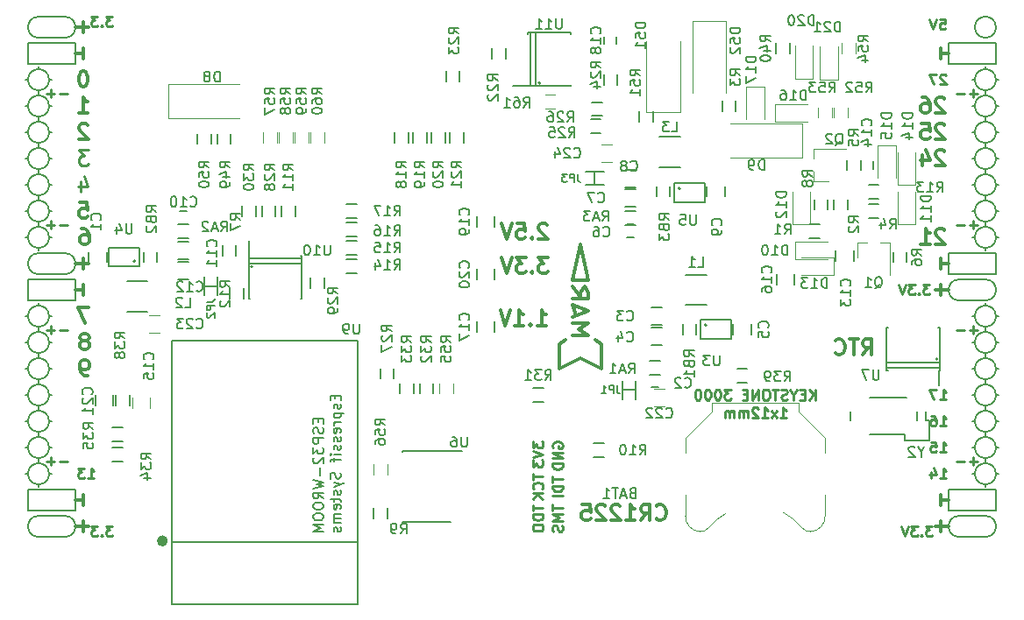
<source format=gbo>
G04 #@! TF.FileFunction,Legend,Bot*
%FSLAX46Y46*%
G04 Gerber Fmt 4.6, Leading zero omitted, Abs format (unit mm)*
G04 Created by KiCad (PCBNEW 4.0.7+dfsg1-1) date Sat Dec  9 02:02:02 2017*
%MOMM*%
%LPD*%
G01*
G04 APERTURE LIST*
%ADD10C,0.100000*%
%ADD11C,0.300000*%
%ADD12C,0.200000*%
%ADD13C,0.250000*%
%ADD14C,0.150000*%
%ADD15C,0.120000*%
%ADD16C,0.500000*%
%ADD17C,0.152400*%
G04 APERTURE END LIST*
D10*
D11*
X182492000Y-87582000D02*
X182492000Y-88598000D01*
X183254000Y-88090000D02*
X181984000Y-88090000D01*
X182492000Y-110442000D02*
X182492000Y-111458000D01*
X183254000Y-110950000D02*
X181984000Y-110950000D01*
X99688000Y-62182000D02*
X99688000Y-63198000D01*
X98926000Y-62690000D02*
X100196000Y-62690000D01*
X99688000Y-110442000D02*
X99688000Y-111458000D01*
X98926000Y-110950000D02*
X100196000Y-110950000D01*
X99688000Y-85042000D02*
X99688000Y-86058000D01*
X98926000Y-85550000D02*
X100196000Y-85550000D01*
D12*
X187826000Y-62690000D02*
G75*
G03X187826000Y-62690000I-1016000J0D01*
G01*
X184270000Y-87074000D02*
X186810000Y-87074000D01*
X184270000Y-89106000D02*
X186810000Y-89106000D01*
X184270000Y-87074000D02*
G75*
G03X184270000Y-89106000I0J-1016000D01*
G01*
X186810000Y-89106000D02*
G75*
G03X186810000Y-87074000I0J1016000D01*
G01*
X184270000Y-111966000D02*
X186810000Y-111966000D01*
X184270000Y-109934000D02*
X186810000Y-109934000D01*
X184270000Y-109934000D02*
G75*
G03X184270000Y-111966000I0J-1016000D01*
G01*
X186810000Y-111966000D02*
G75*
G03X186810000Y-109934000I0J1016000D01*
G01*
X97910000Y-63706000D02*
G75*
G03X97910000Y-61674000I0J1016000D01*
G01*
X95370000Y-61674000D02*
X97910000Y-61674000D01*
X95370000Y-63706000D02*
X97910000Y-63706000D01*
X95370000Y-61674000D02*
G75*
G03X95370000Y-63706000I0J-1016000D01*
G01*
X95370000Y-86566000D02*
X97910000Y-86566000D01*
X95370000Y-84534000D02*
X97910000Y-84534000D01*
X95370000Y-84534000D02*
G75*
G03X95370000Y-86566000I0J-1016000D01*
G01*
X97910000Y-86566000D02*
G75*
G03X97910000Y-84534000I0J1016000D01*
G01*
X95370000Y-111966000D02*
X97910000Y-111966000D01*
X95370000Y-109934000D02*
X97910000Y-109934000D01*
X95370000Y-109934000D02*
G75*
G03X95370000Y-111966000I0J-1016000D01*
G01*
X97910000Y-111966000D02*
G75*
G03X97910000Y-109934000I0J1016000D01*
G01*
X98926000Y-107394000D02*
X94354000Y-107394000D01*
X98926000Y-109426000D02*
X98926000Y-107394000D01*
X94354000Y-109426000D02*
X98926000Y-109426000D01*
X94354000Y-107394000D02*
X94354000Y-109426000D01*
X187826000Y-107394000D02*
X183254000Y-107394000D01*
X187826000Y-109426000D02*
X187826000Y-107394000D01*
X183254000Y-109426000D02*
X187826000Y-109426000D01*
X183254000Y-107394000D02*
X183254000Y-109426000D01*
X187826000Y-84534000D02*
X183254000Y-84534000D01*
X187826000Y-86566000D02*
X187826000Y-84534000D01*
X183254000Y-86566000D02*
X187826000Y-86566000D01*
X183254000Y-84534000D02*
X183254000Y-86566000D01*
X187826000Y-64214000D02*
X183254000Y-64214000D01*
X187826000Y-66246000D02*
X187826000Y-64214000D01*
X183254000Y-66246000D02*
X187826000Y-66246000D01*
X183254000Y-64214000D02*
X183254000Y-66246000D01*
X98926000Y-64214000D02*
X94354000Y-64214000D01*
X98926000Y-66246000D02*
X98926000Y-64214000D01*
X94354000Y-66246000D02*
X98926000Y-66246000D01*
X94354000Y-64214000D02*
X94354000Y-66246000D01*
X98926000Y-87074000D02*
X94354000Y-87074000D01*
X98926000Y-89106000D02*
X98926000Y-87074000D01*
X94354000Y-89106000D02*
X98926000Y-89106000D01*
X94354000Y-87074000D02*
X94354000Y-89106000D01*
D11*
X182872857Y-82331429D02*
X182801428Y-82260000D01*
X182658571Y-82188571D01*
X182301428Y-82188571D01*
X182158571Y-82260000D01*
X182087142Y-82331429D01*
X182015714Y-82474286D01*
X182015714Y-82617143D01*
X182087142Y-82831429D01*
X182944285Y-83688571D01*
X182015714Y-83688571D01*
X180587143Y-83688571D02*
X181444286Y-83688571D01*
X181015714Y-83688571D02*
X181015714Y-82188571D01*
X181158571Y-82402857D01*
X181301429Y-82545714D01*
X181444286Y-82617143D01*
X182872857Y-74711429D02*
X182801428Y-74640000D01*
X182658571Y-74568571D01*
X182301428Y-74568571D01*
X182158571Y-74640000D01*
X182087142Y-74711429D01*
X182015714Y-74854286D01*
X182015714Y-74997143D01*
X182087142Y-75211429D01*
X182944285Y-76068571D01*
X182015714Y-76068571D01*
X180730000Y-75068571D02*
X180730000Y-76068571D01*
X181087143Y-74497143D02*
X181444286Y-75568571D01*
X180515714Y-75568571D01*
X182872857Y-72171429D02*
X182801428Y-72100000D01*
X182658571Y-72028571D01*
X182301428Y-72028571D01*
X182158571Y-72100000D01*
X182087142Y-72171429D01*
X182015714Y-72314286D01*
X182015714Y-72457143D01*
X182087142Y-72671429D01*
X182944285Y-73528571D01*
X182015714Y-73528571D01*
X180658571Y-72028571D02*
X181372857Y-72028571D01*
X181444286Y-72742857D01*
X181372857Y-72671429D01*
X181230000Y-72600000D01*
X180872857Y-72600000D01*
X180730000Y-72671429D01*
X180658571Y-72742857D01*
X180587143Y-72885714D01*
X180587143Y-73242857D01*
X180658571Y-73385714D01*
X180730000Y-73457143D01*
X180872857Y-73528571D01*
X181230000Y-73528571D01*
X181372857Y-73457143D01*
X181444286Y-73385714D01*
D13*
X186032000Y-91971429D02*
X185270095Y-91971429D01*
X185651047Y-92352381D02*
X185651047Y-91590476D01*
X184793905Y-91971429D02*
X184032000Y-91971429D01*
X186032000Y-69111429D02*
X185270095Y-69111429D01*
X185651047Y-69492381D02*
X185651047Y-68730476D01*
X184793905Y-69111429D02*
X184032000Y-69111429D01*
X186032000Y-81811429D02*
X185270095Y-81811429D01*
X185651047Y-82192381D02*
X185651047Y-81430476D01*
X184793905Y-81811429D02*
X184032000Y-81811429D01*
X186032000Y-104671429D02*
X185270095Y-104671429D01*
X185651047Y-105052381D02*
X185651047Y-104290476D01*
X184793905Y-104671429D02*
X184032000Y-104671429D01*
X98148000Y-104671429D02*
X97386095Y-104671429D01*
X96909905Y-104671429D02*
X96148000Y-104671429D01*
X96528952Y-105052381D02*
X96528952Y-104290476D01*
X98148000Y-91971429D02*
X97386095Y-91971429D01*
X96909905Y-91971429D02*
X96148000Y-91971429D01*
X96528952Y-92352381D02*
X96528952Y-91590476D01*
X98148000Y-81811429D02*
X97386095Y-81811429D01*
X96909905Y-81811429D02*
X96148000Y-81811429D01*
X96528952Y-82192381D02*
X96528952Y-81430476D01*
X98148000Y-69111429D02*
X97386095Y-69111429D01*
X96909905Y-69111429D02*
X96148000Y-69111429D01*
X96528952Y-69492381D02*
X96528952Y-68730476D01*
D11*
X182492000Y-107902000D02*
X182492000Y-108918000D01*
X183254000Y-108410000D02*
X182492000Y-108410000D01*
D12*
X95370000Y-96726000D02*
X95370000Y-97234000D01*
X96386000Y-95710000D02*
X96640000Y-95710000D01*
X94354000Y-95710000D02*
X94100000Y-95710000D01*
X187826000Y-98250000D02*
X188080000Y-98250000D01*
X187826000Y-83010000D02*
X188080000Y-83010000D01*
X95370000Y-107140000D02*
X95370000Y-106886000D01*
X96386000Y-105870000D02*
X96640000Y-105870000D01*
X94354000Y-105870000D02*
X94100000Y-105870000D01*
X94354000Y-103330000D02*
X94100000Y-103330000D01*
X95370000Y-104346000D02*
X95370000Y-104854000D01*
X96386000Y-103330000D02*
X96640000Y-103330000D01*
X94354000Y-100790000D02*
X94100000Y-100790000D01*
X95370000Y-102314000D02*
X95370000Y-101806000D01*
X96386000Y-100790000D02*
X96640000Y-100790000D01*
X95370000Y-99266000D02*
X95370000Y-99774000D01*
X94354000Y-98250000D02*
X94100000Y-98250000D01*
X96386000Y-98250000D02*
X96640000Y-98250000D01*
X95370000Y-94186000D02*
X95370000Y-94694000D01*
X96386000Y-93170000D02*
X96640000Y-93170000D01*
X94354000Y-93170000D02*
X94100000Y-93170000D01*
X94354000Y-90630000D02*
X94100000Y-90630000D01*
X95370000Y-91646000D02*
X95370000Y-92154000D01*
X96640000Y-90630000D02*
X96386000Y-90630000D01*
X95370000Y-89360000D02*
X95370000Y-89614000D01*
X94354000Y-83010000D02*
X94100000Y-83010000D01*
X95370000Y-84280000D02*
X95370000Y-84026000D01*
X96386000Y-83010000D02*
X96640000Y-83010000D01*
X95370000Y-81486000D02*
X95370000Y-81994000D01*
X94354000Y-80470000D02*
X94100000Y-80470000D01*
X96640000Y-80470000D02*
X96386000Y-80470000D01*
X95370000Y-78946000D02*
X95370000Y-79454000D01*
X96386000Y-77930000D02*
X96640000Y-77930000D01*
X94354000Y-77930000D02*
X94100000Y-77930000D01*
X95370000Y-76406000D02*
X95370000Y-76914000D01*
X94354000Y-75390000D02*
X94100000Y-75390000D01*
X96386000Y-75390000D02*
X96640000Y-75390000D01*
X95370000Y-73866000D02*
X95370000Y-74374000D01*
X96386000Y-72850000D02*
X96640000Y-72850000D01*
X94100000Y-72850000D02*
X94354000Y-72850000D01*
X94354000Y-70310000D02*
X94100000Y-70310000D01*
X96640000Y-70310000D02*
X96386000Y-70310000D01*
X95370000Y-71326000D02*
X95370000Y-71834000D01*
X95370000Y-68786000D02*
X95370000Y-69294000D01*
X96386000Y-67770000D02*
X96640000Y-67770000D01*
X94354000Y-67770000D02*
X94100000Y-67770000D01*
X95370000Y-66500000D02*
X95370000Y-66754000D01*
X187826000Y-105870000D02*
X188080000Y-105870000D01*
X186810000Y-107140000D02*
X186810000Y-106886000D01*
X185540000Y-105870000D02*
X185794000Y-105870000D01*
X186810000Y-104346000D02*
X186810000Y-104854000D01*
X187826000Y-103330000D02*
X188080000Y-103330000D01*
X185540000Y-103330000D02*
X185794000Y-103330000D01*
X186810000Y-101806000D02*
X186810000Y-102314000D01*
X187826000Y-100790000D02*
X188080000Y-100790000D01*
X185540000Y-100790000D02*
X185794000Y-100790000D01*
X186810000Y-99266000D02*
X186810000Y-99774000D01*
X185540000Y-98250000D02*
X185794000Y-98250000D01*
X186810000Y-97234000D02*
X186810000Y-96726000D01*
X187826000Y-95710000D02*
X188080000Y-95710000D01*
X185540000Y-95710000D02*
X185794000Y-95710000D01*
X186810000Y-94694000D02*
X186810000Y-94186000D01*
X187826000Y-93170000D02*
X188080000Y-93170000D01*
X185540000Y-93170000D02*
X185794000Y-93170000D01*
X186810000Y-92154000D02*
X186810000Y-91646000D01*
X187826000Y-90630000D02*
X188080000Y-90630000D01*
X185540000Y-90630000D02*
X185794000Y-90630000D01*
X186810000Y-89360000D02*
X186810000Y-89614000D01*
X186810000Y-84280000D02*
X186810000Y-84026000D01*
X185540000Y-83010000D02*
X185794000Y-83010000D01*
X186810000Y-81994000D02*
X186810000Y-81486000D01*
X185794000Y-80470000D02*
X185540000Y-80470000D01*
X187826000Y-80470000D02*
X188080000Y-80470000D01*
X186810000Y-78946000D02*
X186810000Y-79454000D01*
X185794000Y-77930000D02*
X185540000Y-77930000D01*
X187826000Y-77930000D02*
X188080000Y-77930000D01*
X186810000Y-76406000D02*
X186810000Y-76914000D01*
X186810000Y-73866000D02*
X186810000Y-74374000D01*
X185794000Y-75390000D02*
X185540000Y-75390000D01*
X187826000Y-75390000D02*
X188080000Y-75390000D01*
X187826000Y-72850000D02*
X188080000Y-72850000D01*
X185540000Y-72850000D02*
X185794000Y-72850000D01*
X186810000Y-71834000D02*
X186810000Y-71326000D01*
X187826000Y-70310000D02*
X188080000Y-70310000D01*
X185540000Y-70310000D02*
X185794000Y-70310000D01*
X187826000Y-67770000D02*
X188080000Y-67770000D01*
X186810000Y-68786000D02*
X186810000Y-69294000D01*
X185540000Y-67770000D02*
X185794000Y-67770000D01*
X186810000Y-66500000D02*
X186810000Y-66754000D01*
X187826000Y-67770000D02*
G75*
G03X187826000Y-67770000I-1016000J0D01*
G01*
X187826000Y-70310000D02*
G75*
G03X187826000Y-70310000I-1016000J0D01*
G01*
X187826000Y-72850000D02*
G75*
G03X187826000Y-72850000I-1016000J0D01*
G01*
X187826000Y-75390000D02*
G75*
G03X187826000Y-75390000I-1016000J0D01*
G01*
X187826000Y-77930000D02*
G75*
G03X187826000Y-77930000I-1016000J0D01*
G01*
X187826000Y-80470000D02*
G75*
G03X187826000Y-80470000I-1016000J0D01*
G01*
X187826000Y-83010000D02*
G75*
G03X187826000Y-83010000I-1016000J0D01*
G01*
X187826000Y-90630000D02*
G75*
G03X187826000Y-90630000I-1016000J0D01*
G01*
X187826000Y-93170000D02*
G75*
G03X187826000Y-93170000I-1016000J0D01*
G01*
X187826000Y-95710000D02*
G75*
G03X187826000Y-95710000I-1016000J0D01*
G01*
X187826000Y-98250000D02*
G75*
G03X187826000Y-98250000I-1016000J0D01*
G01*
X187826000Y-100790000D02*
G75*
G03X187826000Y-100790000I-1016000J0D01*
G01*
X187826000Y-103330000D02*
G75*
G03X187826000Y-103330000I-1016000J0D01*
G01*
X187826000Y-105870000D02*
G75*
G03X187826000Y-105870000I-1016000J0D01*
G01*
X96386000Y-105870000D02*
G75*
G03X96386000Y-105870000I-1016000J0D01*
G01*
X96386000Y-103330000D02*
G75*
G03X96386000Y-103330000I-1016000J0D01*
G01*
X96386000Y-100790000D02*
G75*
G03X96386000Y-100790000I-1016000J0D01*
G01*
X96386000Y-98250000D02*
G75*
G03X96386000Y-98250000I-1016000J0D01*
G01*
X96386000Y-95710000D02*
G75*
G03X96386000Y-95710000I-1016000J0D01*
G01*
X96386000Y-93170000D02*
G75*
G03X96386000Y-93170000I-1016000J0D01*
G01*
X96386000Y-90630000D02*
G75*
G03X96386000Y-90630000I-1016000J0D01*
G01*
X96386000Y-83010000D02*
G75*
G03X96386000Y-83010000I-1016000J0D01*
G01*
X96386000Y-80470000D02*
G75*
G03X96386000Y-80470000I-1016000J0D01*
G01*
X96386000Y-77930000D02*
G75*
G03X96386000Y-77930000I-1016000J0D01*
G01*
X96386000Y-75390000D02*
G75*
G03X96386000Y-75390000I-1016000J0D01*
G01*
X96386000Y-72850000D02*
G75*
G03X96386000Y-72850000I-1016000J0D01*
G01*
X96386000Y-70310000D02*
G75*
G03X96386000Y-70310000I-1016000J0D01*
G01*
X96386000Y-67770000D02*
G75*
G03X96386000Y-67770000I-1016000J0D01*
G01*
D13*
X182428476Y-61888381D02*
X182904667Y-61888381D01*
X182952286Y-62364571D01*
X182904667Y-62316952D01*
X182809429Y-62269333D01*
X182571333Y-62269333D01*
X182476095Y-62316952D01*
X182428476Y-62364571D01*
X182380857Y-62459810D01*
X182380857Y-62697905D01*
X182428476Y-62793143D01*
X182476095Y-62840762D01*
X182571333Y-62888381D01*
X182809429Y-62888381D01*
X182904667Y-62840762D01*
X182952286Y-62793143D01*
X182095143Y-61888381D02*
X181761810Y-62888381D01*
X181428476Y-61888381D01*
D11*
X182492000Y-64722000D02*
X182492000Y-65738000D01*
X183254000Y-65230000D02*
X182492000Y-65230000D01*
D13*
X182999905Y-67317619D02*
X182952286Y-67270000D01*
X182857048Y-67222381D01*
X182618952Y-67222381D01*
X182523714Y-67270000D01*
X182476095Y-67317619D01*
X182428476Y-67412857D01*
X182428476Y-67508095D01*
X182476095Y-67650952D01*
X183047524Y-68222381D01*
X182428476Y-68222381D01*
X182095143Y-67222381D02*
X181428476Y-67222381D01*
X181857048Y-68222381D01*
D11*
X182872857Y-69631429D02*
X182801428Y-69560000D01*
X182658571Y-69488571D01*
X182301428Y-69488571D01*
X182158571Y-69560000D01*
X182087142Y-69631429D01*
X182015714Y-69774286D01*
X182015714Y-69917143D01*
X182087142Y-70131429D01*
X182944285Y-70988571D01*
X182015714Y-70988571D01*
X180730000Y-69488571D02*
X181015714Y-69488571D01*
X181158571Y-69560000D01*
X181230000Y-69631429D01*
X181372857Y-69845714D01*
X181444286Y-70131429D01*
X181444286Y-70702857D01*
X181372857Y-70845714D01*
X181301429Y-70917143D01*
X181158571Y-70988571D01*
X180872857Y-70988571D01*
X180730000Y-70917143D01*
X180658571Y-70845714D01*
X180587143Y-70702857D01*
X180587143Y-70345714D01*
X180658571Y-70202857D01*
X180730000Y-70131429D01*
X180872857Y-70060000D01*
X181158571Y-70060000D01*
X181301429Y-70131429D01*
X181372857Y-70202857D01*
X181444286Y-70345714D01*
X182492000Y-85042000D02*
X182492000Y-86058000D01*
X183254000Y-85550000D02*
X182492000Y-85550000D01*
D13*
X181428190Y-87542381D02*
X180809142Y-87542381D01*
X181142476Y-87923333D01*
X180999618Y-87923333D01*
X180904380Y-87970952D01*
X180856761Y-88018571D01*
X180809142Y-88113810D01*
X180809142Y-88351905D01*
X180856761Y-88447143D01*
X180904380Y-88494762D01*
X180999618Y-88542381D01*
X181285333Y-88542381D01*
X181380571Y-88494762D01*
X181428190Y-88447143D01*
X180380571Y-88447143D02*
X180332952Y-88494762D01*
X180380571Y-88542381D01*
X180428190Y-88494762D01*
X180380571Y-88447143D01*
X180380571Y-88542381D01*
X179999619Y-87542381D02*
X179380571Y-87542381D01*
X179713905Y-87923333D01*
X179571047Y-87923333D01*
X179475809Y-87970952D01*
X179428190Y-88018571D01*
X179380571Y-88113810D01*
X179380571Y-88351905D01*
X179428190Y-88447143D01*
X179475809Y-88494762D01*
X179571047Y-88542381D01*
X179856762Y-88542381D01*
X179952000Y-88494762D01*
X179999619Y-88447143D01*
X179094857Y-87542381D02*
X178761524Y-88542381D01*
X178428190Y-87542381D01*
X182428476Y-98702381D02*
X182999905Y-98702381D01*
X182714191Y-98702381D02*
X182714191Y-97702381D01*
X182809429Y-97845238D01*
X182904667Y-97940476D01*
X182999905Y-97988095D01*
X182095143Y-97702381D02*
X181428476Y-97702381D01*
X181857048Y-98702381D01*
X182428476Y-101242381D02*
X182999905Y-101242381D01*
X182714191Y-101242381D02*
X182714191Y-100242381D01*
X182809429Y-100385238D01*
X182904667Y-100480476D01*
X182999905Y-100528095D01*
X181571333Y-100242381D02*
X181761810Y-100242381D01*
X181857048Y-100290000D01*
X181904667Y-100337619D01*
X181999905Y-100480476D01*
X182047524Y-100670952D01*
X182047524Y-101051905D01*
X181999905Y-101147143D01*
X181952286Y-101194762D01*
X181857048Y-101242381D01*
X181666571Y-101242381D01*
X181571333Y-101194762D01*
X181523714Y-101147143D01*
X181476095Y-101051905D01*
X181476095Y-100813810D01*
X181523714Y-100718571D01*
X181571333Y-100670952D01*
X181666571Y-100623333D01*
X181857048Y-100623333D01*
X181952286Y-100670952D01*
X181999905Y-100718571D01*
X182047524Y-100813810D01*
X182428476Y-103782381D02*
X182999905Y-103782381D01*
X182714191Y-103782381D02*
X182714191Y-102782381D01*
X182809429Y-102925238D01*
X182904667Y-103020476D01*
X182999905Y-103068095D01*
X181523714Y-102782381D02*
X181999905Y-102782381D01*
X182047524Y-103258571D01*
X181999905Y-103210952D01*
X181904667Y-103163333D01*
X181666571Y-103163333D01*
X181571333Y-103210952D01*
X181523714Y-103258571D01*
X181476095Y-103353810D01*
X181476095Y-103591905D01*
X181523714Y-103687143D01*
X181571333Y-103734762D01*
X181666571Y-103782381D01*
X181904667Y-103782381D01*
X181999905Y-103734762D01*
X182047524Y-103687143D01*
X182428476Y-106322381D02*
X182999905Y-106322381D01*
X182714191Y-106322381D02*
X182714191Y-105322381D01*
X182809429Y-105465238D01*
X182904667Y-105560476D01*
X182999905Y-105608095D01*
X181571333Y-105655714D02*
X181571333Y-106322381D01*
X181809429Y-105274762D02*
X182047524Y-105989048D01*
X181428476Y-105989048D01*
X181682190Y-110910381D02*
X181063142Y-110910381D01*
X181396476Y-111291333D01*
X181253618Y-111291333D01*
X181158380Y-111338952D01*
X181110761Y-111386571D01*
X181063142Y-111481810D01*
X181063142Y-111719905D01*
X181110761Y-111815143D01*
X181158380Y-111862762D01*
X181253618Y-111910381D01*
X181539333Y-111910381D01*
X181634571Y-111862762D01*
X181682190Y-111815143D01*
X180634571Y-111815143D02*
X180586952Y-111862762D01*
X180634571Y-111910381D01*
X180682190Y-111862762D01*
X180634571Y-111815143D01*
X180634571Y-111910381D01*
X180253619Y-110910381D02*
X179634571Y-110910381D01*
X179967905Y-111291333D01*
X179825047Y-111291333D01*
X179729809Y-111338952D01*
X179682190Y-111386571D01*
X179634571Y-111481810D01*
X179634571Y-111719905D01*
X179682190Y-111815143D01*
X179729809Y-111862762D01*
X179825047Y-111910381D01*
X180110762Y-111910381D01*
X180206000Y-111862762D01*
X180253619Y-111815143D01*
X179348857Y-110910381D02*
X179015524Y-111910381D01*
X178682190Y-110910381D01*
D11*
X99688000Y-108918000D02*
X99688000Y-107902000D01*
X98926000Y-108410000D02*
X99688000Y-108410000D01*
X99688000Y-88598000D02*
X99688000Y-87582000D01*
X98926000Y-88090000D02*
X99688000Y-88090000D01*
X99688000Y-64722000D02*
X99688000Y-65738000D01*
X98926000Y-65230000D02*
X99688000Y-65230000D01*
D13*
X102513619Y-110910381D02*
X101894571Y-110910381D01*
X102227905Y-111291333D01*
X102085047Y-111291333D01*
X101989809Y-111338952D01*
X101942190Y-111386571D01*
X101894571Y-111481810D01*
X101894571Y-111719905D01*
X101942190Y-111815143D01*
X101989809Y-111862762D01*
X102085047Y-111910381D01*
X102370762Y-111910381D01*
X102466000Y-111862762D01*
X102513619Y-111815143D01*
X101466000Y-111815143D02*
X101418381Y-111862762D01*
X101466000Y-111910381D01*
X101513619Y-111862762D01*
X101466000Y-111815143D01*
X101466000Y-111910381D01*
X101085048Y-110910381D02*
X100466000Y-110910381D01*
X100799334Y-111291333D01*
X100656476Y-111291333D01*
X100561238Y-111338952D01*
X100513619Y-111386571D01*
X100466000Y-111481810D01*
X100466000Y-111719905D01*
X100513619Y-111815143D01*
X100561238Y-111862762D01*
X100656476Y-111910381D01*
X100942191Y-111910381D01*
X101037429Y-111862762D01*
X101085048Y-111815143D01*
X100132476Y-106322381D02*
X100703905Y-106322381D01*
X100418191Y-106322381D02*
X100418191Y-105322381D01*
X100513429Y-105465238D01*
X100608667Y-105560476D01*
X100703905Y-105608095D01*
X99799143Y-105322381D02*
X99180095Y-105322381D01*
X99513429Y-105703333D01*
X99370571Y-105703333D01*
X99275333Y-105750952D01*
X99227714Y-105798571D01*
X99180095Y-105893810D01*
X99180095Y-106131905D01*
X99227714Y-106227143D01*
X99275333Y-106274762D01*
X99370571Y-106322381D01*
X99656286Y-106322381D01*
X99751524Y-106274762D01*
X99799143Y-106227143D01*
D11*
X100100714Y-96388571D02*
X99814999Y-96388571D01*
X99672142Y-96317143D01*
X99600714Y-96245714D01*
X99457856Y-96031429D01*
X99386428Y-95745714D01*
X99386428Y-95174286D01*
X99457856Y-95031429D01*
X99529285Y-94960000D01*
X99672142Y-94888571D01*
X99957856Y-94888571D01*
X100100714Y-94960000D01*
X100172142Y-95031429D01*
X100243571Y-95174286D01*
X100243571Y-95531429D01*
X100172142Y-95674286D01*
X100100714Y-95745714D01*
X99957856Y-95817143D01*
X99672142Y-95817143D01*
X99529285Y-95745714D01*
X99457856Y-95674286D01*
X99386428Y-95531429D01*
X99957856Y-92991429D02*
X100100714Y-92920000D01*
X100172142Y-92848571D01*
X100243571Y-92705714D01*
X100243571Y-92634286D01*
X100172142Y-92491429D01*
X100100714Y-92420000D01*
X99957856Y-92348571D01*
X99672142Y-92348571D01*
X99529285Y-92420000D01*
X99457856Y-92491429D01*
X99386428Y-92634286D01*
X99386428Y-92705714D01*
X99457856Y-92848571D01*
X99529285Y-92920000D01*
X99672142Y-92991429D01*
X99957856Y-92991429D01*
X100100714Y-93062857D01*
X100172142Y-93134286D01*
X100243571Y-93277143D01*
X100243571Y-93562857D01*
X100172142Y-93705714D01*
X100100714Y-93777143D01*
X99957856Y-93848571D01*
X99672142Y-93848571D01*
X99529285Y-93777143D01*
X99457856Y-93705714D01*
X99386428Y-93562857D01*
X99386428Y-93277143D01*
X99457856Y-93134286D01*
X99529285Y-93062857D01*
X99672142Y-92991429D01*
X100187999Y-89808571D02*
X99187999Y-89808571D01*
X99830856Y-91308571D01*
X99529285Y-82188571D02*
X99814999Y-82188571D01*
X99957856Y-82260000D01*
X100029285Y-82331429D01*
X100172142Y-82545714D01*
X100243571Y-82831429D01*
X100243571Y-83402857D01*
X100172142Y-83545714D01*
X100100714Y-83617143D01*
X99957856Y-83688571D01*
X99672142Y-83688571D01*
X99529285Y-83617143D01*
X99457856Y-83545714D01*
X99386428Y-83402857D01*
X99386428Y-83045714D01*
X99457856Y-82902857D01*
X99529285Y-82831429D01*
X99672142Y-82760000D01*
X99957856Y-82760000D01*
X100100714Y-82831429D01*
X100172142Y-82902857D01*
X100243571Y-83045714D01*
X99330856Y-79648571D02*
X100045142Y-79648571D01*
X100116571Y-80362857D01*
X100045142Y-80291429D01*
X99902285Y-80220000D01*
X99545142Y-80220000D01*
X99402285Y-80291429D01*
X99330856Y-80362857D01*
X99259428Y-80505714D01*
X99259428Y-80862857D01*
X99330856Y-81005714D01*
X99402285Y-81077143D01*
X99545142Y-81148571D01*
X99902285Y-81148571D01*
X100045142Y-81077143D01*
X100116571Y-81005714D01*
D13*
X99402285Y-77608571D02*
X99402285Y-78608571D01*
X99759428Y-77037143D02*
X100116571Y-78108571D01*
X99187999Y-78108571D01*
X100187999Y-74568571D02*
X99259428Y-74568571D01*
X99759428Y-75140000D01*
X99545142Y-75140000D01*
X99402285Y-75211429D01*
X99330856Y-75282857D01*
X99259428Y-75425714D01*
X99259428Y-75782857D01*
X99330856Y-75925714D01*
X99402285Y-75997143D01*
X99545142Y-76068571D01*
X99973714Y-76068571D01*
X100116571Y-75997143D01*
X100187999Y-75925714D01*
D11*
X100116571Y-72171429D02*
X100045142Y-72100000D01*
X99902285Y-72028571D01*
X99545142Y-72028571D01*
X99402285Y-72100000D01*
X99330856Y-72171429D01*
X99259428Y-72314286D01*
X99259428Y-72457143D01*
X99330856Y-72671429D01*
X100187999Y-73528571D01*
X99259428Y-73528571D01*
X99259428Y-70988571D02*
X100116571Y-70988571D01*
X99687999Y-70988571D02*
X99687999Y-69488571D01*
X99830856Y-69702857D01*
X99973714Y-69845714D01*
X100116571Y-69917143D01*
X99759428Y-66948571D02*
X99616571Y-66948571D01*
X99473714Y-67020000D01*
X99402285Y-67091429D01*
X99330856Y-67234286D01*
X99259428Y-67520000D01*
X99259428Y-67877143D01*
X99330856Y-68162857D01*
X99402285Y-68305714D01*
X99473714Y-68377143D01*
X99616571Y-68448571D01*
X99759428Y-68448571D01*
X99902285Y-68377143D01*
X99973714Y-68305714D01*
X100045142Y-68162857D01*
X100116571Y-67877143D01*
X100116571Y-67520000D01*
X100045142Y-67234286D01*
X99973714Y-67091429D01*
X99902285Y-67020000D01*
X99759428Y-66948571D01*
D13*
X102513619Y-61634381D02*
X101894571Y-61634381D01*
X102227905Y-62015333D01*
X102085047Y-62015333D01*
X101989809Y-62062952D01*
X101942190Y-62110571D01*
X101894571Y-62205810D01*
X101894571Y-62443905D01*
X101942190Y-62539143D01*
X101989809Y-62586762D01*
X102085047Y-62634381D01*
X102370762Y-62634381D01*
X102466000Y-62586762D01*
X102513619Y-62539143D01*
X101466000Y-62539143D02*
X101418381Y-62586762D01*
X101466000Y-62634381D01*
X101513619Y-62586762D01*
X101466000Y-62539143D01*
X101466000Y-62634381D01*
X101085048Y-61634381D02*
X100466000Y-61634381D01*
X100799334Y-62015333D01*
X100656476Y-62015333D01*
X100561238Y-62062952D01*
X100513619Y-62110571D01*
X100466000Y-62205810D01*
X100466000Y-62443905D01*
X100513619Y-62539143D01*
X100561238Y-62586762D01*
X100656476Y-62634381D01*
X100942191Y-62634381D01*
X101037429Y-62586762D01*
X101085048Y-62539143D01*
X170370715Y-98716381D02*
X170370715Y-97716381D01*
X169799286Y-98716381D02*
X170227858Y-98144952D01*
X169799286Y-97716381D02*
X170370715Y-98287810D01*
X169370715Y-98192571D02*
X169037381Y-98192571D01*
X168894524Y-98716381D02*
X169370715Y-98716381D01*
X169370715Y-97716381D01*
X168894524Y-97716381D01*
X168275477Y-98240190D02*
X168275477Y-98716381D01*
X168608810Y-97716381D02*
X168275477Y-98240190D01*
X167942143Y-97716381D01*
X167656429Y-98668762D02*
X167513572Y-98716381D01*
X167275476Y-98716381D01*
X167180238Y-98668762D01*
X167132619Y-98621143D01*
X167085000Y-98525905D01*
X167085000Y-98430667D01*
X167132619Y-98335429D01*
X167180238Y-98287810D01*
X167275476Y-98240190D01*
X167465953Y-98192571D01*
X167561191Y-98144952D01*
X167608810Y-98097333D01*
X167656429Y-98002095D01*
X167656429Y-97906857D01*
X167608810Y-97811619D01*
X167561191Y-97764000D01*
X167465953Y-97716381D01*
X167227857Y-97716381D01*
X167085000Y-97764000D01*
X166799286Y-97716381D02*
X166227857Y-97716381D01*
X166513572Y-98716381D02*
X166513572Y-97716381D01*
X165704048Y-97716381D02*
X165513571Y-97716381D01*
X165418333Y-97764000D01*
X165323095Y-97859238D01*
X165275476Y-98049714D01*
X165275476Y-98383048D01*
X165323095Y-98573524D01*
X165418333Y-98668762D01*
X165513571Y-98716381D01*
X165704048Y-98716381D01*
X165799286Y-98668762D01*
X165894524Y-98573524D01*
X165942143Y-98383048D01*
X165942143Y-98049714D01*
X165894524Y-97859238D01*
X165799286Y-97764000D01*
X165704048Y-97716381D01*
X164846905Y-98716381D02*
X164846905Y-97716381D01*
X164275476Y-98716381D01*
X164275476Y-97716381D01*
X163799286Y-98192571D02*
X163465952Y-98192571D01*
X163323095Y-98716381D02*
X163799286Y-98716381D01*
X163799286Y-97716381D01*
X163323095Y-97716381D01*
X162227857Y-97716381D02*
X161608809Y-97716381D01*
X161942143Y-98097333D01*
X161799285Y-98097333D01*
X161704047Y-98144952D01*
X161656428Y-98192571D01*
X161608809Y-98287810D01*
X161608809Y-98525905D01*
X161656428Y-98621143D01*
X161704047Y-98668762D01*
X161799285Y-98716381D01*
X162085000Y-98716381D01*
X162180238Y-98668762D01*
X162227857Y-98621143D01*
X160989762Y-97716381D02*
X160894523Y-97716381D01*
X160799285Y-97764000D01*
X160751666Y-97811619D01*
X160704047Y-97906857D01*
X160656428Y-98097333D01*
X160656428Y-98335429D01*
X160704047Y-98525905D01*
X160751666Y-98621143D01*
X160799285Y-98668762D01*
X160894523Y-98716381D01*
X160989762Y-98716381D01*
X161085000Y-98668762D01*
X161132619Y-98621143D01*
X161180238Y-98525905D01*
X161227857Y-98335429D01*
X161227857Y-98097333D01*
X161180238Y-97906857D01*
X161132619Y-97811619D01*
X161085000Y-97764000D01*
X160989762Y-97716381D01*
X160037381Y-97716381D02*
X159942142Y-97716381D01*
X159846904Y-97764000D01*
X159799285Y-97811619D01*
X159751666Y-97906857D01*
X159704047Y-98097333D01*
X159704047Y-98335429D01*
X159751666Y-98525905D01*
X159799285Y-98621143D01*
X159846904Y-98668762D01*
X159942142Y-98716381D01*
X160037381Y-98716381D01*
X160132619Y-98668762D01*
X160180238Y-98621143D01*
X160227857Y-98525905D01*
X160275476Y-98335429D01*
X160275476Y-98097333D01*
X160227857Y-97906857D01*
X160180238Y-97811619D01*
X160132619Y-97764000D01*
X160037381Y-97716381D01*
X159085000Y-97716381D02*
X158989761Y-97716381D01*
X158894523Y-97764000D01*
X158846904Y-97811619D01*
X158799285Y-97906857D01*
X158751666Y-98097333D01*
X158751666Y-98335429D01*
X158799285Y-98525905D01*
X158846904Y-98621143D01*
X158894523Y-98668762D01*
X158989761Y-98716381D01*
X159085000Y-98716381D01*
X159180238Y-98668762D01*
X159227857Y-98621143D01*
X159275476Y-98525905D01*
X159323095Y-98335429D01*
X159323095Y-98097333D01*
X159275476Y-97906857D01*
X159227857Y-97811619D01*
X159180238Y-97764000D01*
X159085000Y-97716381D01*
X166989761Y-100466381D02*
X167561190Y-100466381D01*
X167275476Y-100466381D02*
X167275476Y-99466381D01*
X167370714Y-99609238D01*
X167465952Y-99704476D01*
X167561190Y-99752095D01*
X166656428Y-100466381D02*
X166132618Y-99799714D01*
X166656428Y-99799714D02*
X166132618Y-100466381D01*
X165227856Y-100466381D02*
X165799285Y-100466381D01*
X165513571Y-100466381D02*
X165513571Y-99466381D01*
X165608809Y-99609238D01*
X165704047Y-99704476D01*
X165799285Y-99752095D01*
X164846904Y-99561619D02*
X164799285Y-99514000D01*
X164704047Y-99466381D01*
X164465951Y-99466381D01*
X164370713Y-99514000D01*
X164323094Y-99561619D01*
X164275475Y-99656857D01*
X164275475Y-99752095D01*
X164323094Y-99894952D01*
X164894523Y-100466381D01*
X164275475Y-100466381D01*
X163846904Y-100466381D02*
X163846904Y-99799714D01*
X163846904Y-99894952D02*
X163799285Y-99847333D01*
X163704047Y-99799714D01*
X163561189Y-99799714D01*
X163465951Y-99847333D01*
X163418332Y-99942571D01*
X163418332Y-100466381D01*
X163418332Y-99942571D02*
X163370713Y-99847333D01*
X163275475Y-99799714D01*
X163132618Y-99799714D01*
X163037380Y-99847333D01*
X162989761Y-99942571D01*
X162989761Y-100466381D01*
X162513571Y-100466381D02*
X162513571Y-99799714D01*
X162513571Y-99894952D02*
X162465952Y-99847333D01*
X162370714Y-99799714D01*
X162227856Y-99799714D01*
X162132618Y-99847333D01*
X162084999Y-99942571D01*
X162084999Y-100466381D01*
X162084999Y-99942571D02*
X162037380Y-99847333D01*
X161942142Y-99799714D01*
X161799285Y-99799714D01*
X161704047Y-99847333D01*
X161656428Y-99942571D01*
X161656428Y-100466381D01*
D11*
X155027856Y-110215714D02*
X155099285Y-110287143D01*
X155313571Y-110358571D01*
X155456428Y-110358571D01*
X155670713Y-110287143D01*
X155813571Y-110144286D01*
X155884999Y-110001429D01*
X155956428Y-109715714D01*
X155956428Y-109501429D01*
X155884999Y-109215714D01*
X155813571Y-109072857D01*
X155670713Y-108930000D01*
X155456428Y-108858571D01*
X155313571Y-108858571D01*
X155099285Y-108930000D01*
X155027856Y-109001429D01*
X153527856Y-110358571D02*
X154027856Y-109644286D01*
X154384999Y-110358571D02*
X154384999Y-108858571D01*
X153813571Y-108858571D01*
X153670713Y-108930000D01*
X153599285Y-109001429D01*
X153527856Y-109144286D01*
X153527856Y-109358571D01*
X153599285Y-109501429D01*
X153670713Y-109572857D01*
X153813571Y-109644286D01*
X154384999Y-109644286D01*
X152099285Y-110358571D02*
X152956428Y-110358571D01*
X152527856Y-110358571D02*
X152527856Y-108858571D01*
X152670713Y-109072857D01*
X152813571Y-109215714D01*
X152956428Y-109287143D01*
X151527857Y-109001429D02*
X151456428Y-108930000D01*
X151313571Y-108858571D01*
X150956428Y-108858571D01*
X150813571Y-108930000D01*
X150742142Y-109001429D01*
X150670714Y-109144286D01*
X150670714Y-109287143D01*
X150742142Y-109501429D01*
X151599285Y-110358571D01*
X150670714Y-110358571D01*
X150099286Y-109001429D02*
X150027857Y-108930000D01*
X149885000Y-108858571D01*
X149527857Y-108858571D01*
X149385000Y-108930000D01*
X149313571Y-109001429D01*
X149242143Y-109144286D01*
X149242143Y-109287143D01*
X149313571Y-109501429D01*
X150170714Y-110358571D01*
X149242143Y-110358571D01*
X147885000Y-108858571D02*
X148599286Y-108858571D01*
X148670715Y-109572857D01*
X148599286Y-109501429D01*
X148456429Y-109430000D01*
X148099286Y-109430000D01*
X147956429Y-109501429D01*
X147885000Y-109572857D01*
X147813572Y-109715714D01*
X147813572Y-110072857D01*
X147885000Y-110215714D01*
X147956429Y-110287143D01*
X148099286Y-110358571D01*
X148456429Y-110358571D01*
X148599286Y-110287143D01*
X148670715Y-110215714D01*
X144502857Y-81823429D02*
X144431428Y-81752000D01*
X144288571Y-81680571D01*
X143931428Y-81680571D01*
X143788571Y-81752000D01*
X143717142Y-81823429D01*
X143645714Y-81966286D01*
X143645714Y-82109143D01*
X143717142Y-82323429D01*
X144574285Y-83180571D01*
X143645714Y-83180571D01*
X143002857Y-83037714D02*
X142931429Y-83109143D01*
X143002857Y-83180571D01*
X143074286Y-83109143D01*
X143002857Y-83037714D01*
X143002857Y-83180571D01*
X141574285Y-81680571D02*
X142288571Y-81680571D01*
X142360000Y-82394857D01*
X142288571Y-82323429D01*
X142145714Y-82252000D01*
X141788571Y-82252000D01*
X141645714Y-82323429D01*
X141574285Y-82394857D01*
X141502857Y-82537714D01*
X141502857Y-82894857D01*
X141574285Y-83037714D01*
X141645714Y-83109143D01*
X141788571Y-83180571D01*
X142145714Y-83180571D01*
X142288571Y-83109143D01*
X142360000Y-83037714D01*
X141074286Y-81680571D02*
X140574286Y-83180571D01*
X140074286Y-81680571D01*
X144574285Y-84982571D02*
X143645714Y-84982571D01*
X144145714Y-85554000D01*
X143931428Y-85554000D01*
X143788571Y-85625429D01*
X143717142Y-85696857D01*
X143645714Y-85839714D01*
X143645714Y-86196857D01*
X143717142Y-86339714D01*
X143788571Y-86411143D01*
X143931428Y-86482571D01*
X144360000Y-86482571D01*
X144502857Y-86411143D01*
X144574285Y-86339714D01*
X143002857Y-86339714D02*
X142931429Y-86411143D01*
X143002857Y-86482571D01*
X143074286Y-86411143D01*
X143002857Y-86339714D01*
X143002857Y-86482571D01*
X142431428Y-84982571D02*
X141502857Y-84982571D01*
X142002857Y-85554000D01*
X141788571Y-85554000D01*
X141645714Y-85625429D01*
X141574285Y-85696857D01*
X141502857Y-85839714D01*
X141502857Y-86196857D01*
X141574285Y-86339714D01*
X141645714Y-86411143D01*
X141788571Y-86482571D01*
X142217143Y-86482571D01*
X142360000Y-86411143D01*
X142431428Y-86339714D01*
X141074286Y-84982571D02*
X140574286Y-86482571D01*
X140074286Y-84982571D01*
X143518714Y-91562571D02*
X144375857Y-91562571D01*
X143947285Y-91562571D02*
X143947285Y-90062571D01*
X144090142Y-90276857D01*
X144233000Y-90419714D01*
X144375857Y-90491143D01*
X142875857Y-91419714D02*
X142804429Y-91491143D01*
X142875857Y-91562571D01*
X142947286Y-91491143D01*
X142875857Y-91419714D01*
X142875857Y-91562571D01*
X141375857Y-91562571D02*
X142233000Y-91562571D01*
X141804428Y-91562571D02*
X141804428Y-90062571D01*
X141947285Y-90276857D01*
X142090143Y-90419714D01*
X142233000Y-90491143D01*
X140947286Y-90062571D02*
X140447286Y-91562571D01*
X139947286Y-90062571D01*
D13*
X143082381Y-105854286D02*
X143082381Y-106425715D01*
X144082381Y-106140000D02*
X143082381Y-106140000D01*
X143987143Y-107330477D02*
X144034762Y-107282858D01*
X144082381Y-107140001D01*
X144082381Y-107044763D01*
X144034762Y-106901905D01*
X143939524Y-106806667D01*
X143844286Y-106759048D01*
X143653810Y-106711429D01*
X143510952Y-106711429D01*
X143320476Y-106759048D01*
X143225238Y-106806667D01*
X143130000Y-106901905D01*
X143082381Y-107044763D01*
X143082381Y-107140001D01*
X143130000Y-107282858D01*
X143177619Y-107330477D01*
X144082381Y-107759048D02*
X143082381Y-107759048D01*
X144082381Y-108330477D02*
X143510952Y-107901905D01*
X143082381Y-108330477D02*
X143653810Y-107759048D01*
X143082381Y-102726905D02*
X143082381Y-103345953D01*
X143463333Y-103012619D01*
X143463333Y-103155477D01*
X143510952Y-103250715D01*
X143558571Y-103298334D01*
X143653810Y-103345953D01*
X143891905Y-103345953D01*
X143987143Y-103298334D01*
X144034762Y-103250715D01*
X144082381Y-103155477D01*
X144082381Y-102869762D01*
X144034762Y-102774524D01*
X143987143Y-102726905D01*
X143082381Y-103631667D02*
X144082381Y-103965000D01*
X143082381Y-104298334D01*
X143082381Y-104536429D02*
X143082381Y-105155477D01*
X143463333Y-104822143D01*
X143463333Y-104965001D01*
X143510952Y-105060239D01*
X143558571Y-105107858D01*
X143653810Y-105155477D01*
X143891905Y-105155477D01*
X143987143Y-105107858D01*
X144034762Y-105060239D01*
X144082381Y-104965001D01*
X144082381Y-104679286D01*
X144034762Y-104584048D01*
X143987143Y-104536429D01*
X143082381Y-108878476D02*
X143082381Y-109449905D01*
X144082381Y-109164190D02*
X143082381Y-109164190D01*
X144082381Y-109783238D02*
X143082381Y-109783238D01*
X143082381Y-110021333D01*
X143130000Y-110164191D01*
X143225238Y-110259429D01*
X143320476Y-110307048D01*
X143510952Y-110354667D01*
X143653810Y-110354667D01*
X143844286Y-110307048D01*
X143939524Y-110259429D01*
X144034762Y-110164191D01*
X144082381Y-110021333D01*
X144082381Y-109783238D01*
X143082381Y-110973714D02*
X143082381Y-111164191D01*
X143130000Y-111259429D01*
X143225238Y-111354667D01*
X143415714Y-111402286D01*
X143749048Y-111402286D01*
X143939524Y-111354667D01*
X144034762Y-111259429D01*
X144082381Y-111164191D01*
X144082381Y-110973714D01*
X144034762Y-110878476D01*
X143939524Y-110783238D01*
X143749048Y-110735619D01*
X143415714Y-110735619D01*
X143225238Y-110783238D01*
X143130000Y-110878476D01*
X143082381Y-110973714D01*
X145035000Y-103330096D02*
X144987381Y-103234858D01*
X144987381Y-103092001D01*
X145035000Y-102949143D01*
X145130238Y-102853905D01*
X145225476Y-102806286D01*
X145415952Y-102758667D01*
X145558810Y-102758667D01*
X145749286Y-102806286D01*
X145844524Y-102853905D01*
X145939762Y-102949143D01*
X145987381Y-103092001D01*
X145987381Y-103187239D01*
X145939762Y-103330096D01*
X145892143Y-103377715D01*
X145558810Y-103377715D01*
X145558810Y-103187239D01*
X145987381Y-103806286D02*
X144987381Y-103806286D01*
X145987381Y-104377715D01*
X144987381Y-104377715D01*
X145987381Y-104853905D02*
X144987381Y-104853905D01*
X144987381Y-105092000D01*
X145035000Y-105234858D01*
X145130238Y-105330096D01*
X145225476Y-105377715D01*
X145415952Y-105425334D01*
X145558810Y-105425334D01*
X145749286Y-105377715D01*
X145844524Y-105330096D01*
X145939762Y-105234858D01*
X145987381Y-105092000D01*
X145987381Y-104853905D01*
X144987381Y-106116191D02*
X144987381Y-106687620D01*
X145987381Y-106401905D02*
X144987381Y-106401905D01*
X145987381Y-107020953D02*
X144987381Y-107020953D01*
X144987381Y-107259048D01*
X145035000Y-107401906D01*
X145130238Y-107497144D01*
X145225476Y-107544763D01*
X145415952Y-107592382D01*
X145558810Y-107592382D01*
X145749286Y-107544763D01*
X145844524Y-107497144D01*
X145939762Y-107401906D01*
X145987381Y-107259048D01*
X145987381Y-107020953D01*
X145987381Y-108020953D02*
X144987381Y-108020953D01*
X144987381Y-108854667D02*
X144987381Y-109426096D01*
X145987381Y-109140381D02*
X144987381Y-109140381D01*
X145987381Y-109759429D02*
X144987381Y-109759429D01*
X145701667Y-110092763D01*
X144987381Y-110426096D01*
X145987381Y-110426096D01*
X145939762Y-110854667D02*
X145987381Y-110997524D01*
X145987381Y-111235620D01*
X145939762Y-111330858D01*
X145892143Y-111378477D01*
X145796905Y-111426096D01*
X145701667Y-111426096D01*
X145606429Y-111378477D01*
X145558810Y-111330858D01*
X145511190Y-111235620D01*
X145463571Y-111045143D01*
X145415952Y-110949905D01*
X145368333Y-110902286D01*
X145273095Y-110854667D01*
X145177857Y-110854667D01*
X145082619Y-110902286D01*
X145035000Y-110949905D01*
X144987381Y-111045143D01*
X144987381Y-111283239D01*
X145035000Y-111426096D01*
D11*
X174967142Y-94356571D02*
X175467142Y-93642286D01*
X175824285Y-94356571D02*
X175824285Y-92856571D01*
X175252857Y-92856571D01*
X175109999Y-92928000D01*
X175038571Y-92999429D01*
X174967142Y-93142286D01*
X174967142Y-93356571D01*
X175038571Y-93499429D01*
X175109999Y-93570857D01*
X175252857Y-93642286D01*
X175824285Y-93642286D01*
X174538571Y-92856571D02*
X173681428Y-92856571D01*
X174109999Y-94356571D02*
X174109999Y-92856571D01*
X172324285Y-94213714D02*
X172395714Y-94285143D01*
X172610000Y-94356571D01*
X172752857Y-94356571D01*
X172967142Y-94285143D01*
X173110000Y-94142286D01*
X173181428Y-93999429D01*
X173252857Y-93713714D01*
X173252857Y-93499429D01*
X173181428Y-93213714D01*
X173110000Y-93070857D01*
X172967142Y-92928000D01*
X172752857Y-92856571D01*
X172610000Y-92856571D01*
X172395714Y-92928000D01*
X172324285Y-92999429D01*
D14*
X102823000Y-98258000D02*
X102823000Y-99258000D01*
X104173000Y-99258000D02*
X104173000Y-98258000D01*
X151758000Y-97742000D02*
X153028000Y-97742000D01*
X153028000Y-96853000D02*
X153028000Y-98631000D01*
X151758000Y-96853000D02*
X151758000Y-98631000D01*
D15*
X157345000Y-70900000D02*
X154045000Y-70900000D01*
X154045000Y-70900000D02*
X154045000Y-64000000D01*
X157345000Y-70900000D02*
X157345000Y-64000000D01*
D14*
X153369000Y-70826000D02*
X153369000Y-71826000D01*
X154719000Y-71826000D02*
X154719000Y-70826000D01*
X157870000Y-89565000D02*
X159870000Y-89565000D01*
X159870000Y-86615000D02*
X157870000Y-86615000D01*
X159886803Y-91500000D02*
G75*
G03X159886803Y-91500000I-111803J0D01*
G01*
X159275000Y-92800000D02*
X162275000Y-92800000D01*
X162275000Y-92800000D02*
X162275000Y-91000000D01*
X162275000Y-91000000D02*
X159275000Y-91000000D01*
X159275000Y-91000000D02*
X159275000Y-92800000D01*
X105895000Y-87250000D02*
X103895000Y-87250000D01*
X103895000Y-90200000D02*
X105895000Y-90200000D01*
X104736803Y-85315000D02*
G75*
G03X104736803Y-85315000I-111803J0D01*
G01*
X105125000Y-84015000D02*
X102125000Y-84015000D01*
X102125000Y-84015000D02*
X102125000Y-85815000D01*
X102125000Y-85815000D02*
X105125000Y-85815000D01*
X105125000Y-85815000D02*
X105125000Y-84015000D01*
X155330000Y-76230000D02*
X157330000Y-76230000D01*
X157330000Y-73280000D02*
X155330000Y-73280000D01*
X157346803Y-78292000D02*
G75*
G03X157346803Y-78292000I-111803J0D01*
G01*
X156735000Y-79592000D02*
X159735000Y-79592000D01*
X159735000Y-79592000D02*
X159735000Y-77792000D01*
X159735000Y-77792000D02*
X156735000Y-77792000D01*
X156735000Y-77792000D02*
X156735000Y-79592000D01*
X100235000Y-85415000D02*
X100235000Y-84415000D01*
X101935000Y-84415000D02*
X101935000Y-85415000D01*
X155560000Y-91480000D02*
X154560000Y-91480000D01*
X154560000Y-89780000D02*
X155560000Y-89780000D01*
X155560000Y-93385000D02*
X154560000Y-93385000D01*
X154560000Y-91685000D02*
X155560000Y-91685000D01*
X164165000Y-91400000D02*
X164165000Y-92400000D01*
X162465000Y-92400000D02*
X162465000Y-91400000D01*
X153020000Y-80050000D02*
X152020000Y-80050000D01*
X152020000Y-78350000D02*
X153020000Y-78350000D01*
X153020000Y-78145000D02*
X152020000Y-78145000D01*
X152020000Y-76445000D02*
X153020000Y-76445000D01*
X161625000Y-78065000D02*
X161625000Y-79065000D01*
X159925000Y-79065000D02*
X159925000Y-78065000D01*
X108840000Y-83430000D02*
X109840000Y-83430000D01*
X109840000Y-85130000D02*
X108840000Y-85130000D01*
X108840000Y-85335000D02*
X109840000Y-85335000D01*
X109840000Y-87035000D02*
X108840000Y-87035000D01*
X174071000Y-84288000D02*
X174071000Y-85288000D01*
X172371000Y-85288000D02*
X172371000Y-84288000D01*
D15*
X174435000Y-83520000D02*
X175365000Y-83520000D01*
X177595000Y-83520000D02*
X176665000Y-83520000D01*
X177595000Y-83520000D02*
X177595000Y-86680000D01*
X174435000Y-83520000D02*
X174435000Y-84980000D01*
X170175000Y-77605000D02*
X170175000Y-76675000D01*
X170175000Y-74445000D02*
X170175000Y-75375000D01*
X170175000Y-74445000D02*
X173335000Y-74445000D01*
X170175000Y-77605000D02*
X171635000Y-77605000D01*
D14*
X154510000Y-97510000D02*
X155210000Y-97510000D01*
X155210000Y-96310000D02*
X154510000Y-96310000D01*
X152170000Y-82975000D02*
X152870000Y-82975000D01*
X152870000Y-81775000D02*
X152170000Y-81775000D01*
X109690000Y-80505000D02*
X108990000Y-80505000D01*
X108990000Y-81705000D02*
X109690000Y-81705000D01*
X174780000Y-75675000D02*
X174780000Y-76375000D01*
X175980000Y-76375000D02*
X175980000Y-75675000D01*
X170800000Y-81700000D02*
X169800000Y-81700000D01*
X169800000Y-83050000D02*
X170800000Y-83050000D01*
X172165000Y-79335000D02*
X172165000Y-80335000D01*
X173515000Y-80335000D02*
X173515000Y-79335000D01*
X175515000Y-81145000D02*
X176515000Y-81145000D01*
X176515000Y-79795000D02*
X175515000Y-79795000D01*
X174785000Y-76525000D02*
X174785000Y-75525000D01*
X173435000Y-75525000D02*
X173435000Y-76525000D01*
X179230000Y-85415000D02*
X179230000Y-84415000D01*
X177880000Y-84415000D02*
X177880000Y-85415000D01*
X114460000Y-84780000D02*
X114460000Y-83780000D01*
X113110000Y-83780000D02*
X113110000Y-84780000D01*
X170260000Y-79335000D02*
X170260000Y-80335000D01*
X171610000Y-80335000D02*
X171610000Y-79335000D01*
X129065000Y-110180000D02*
X129065000Y-109180000D01*
X127715000Y-109180000D02*
X127715000Y-110180000D01*
X148972000Y-104259000D02*
X149972000Y-104259000D01*
X149972000Y-102909000D02*
X148972000Y-102909000D01*
X175515000Y-79240000D02*
X176515000Y-79240000D01*
X176515000Y-77890000D02*
X175515000Y-77890000D01*
X155360000Y-94965000D02*
X154360000Y-94965000D01*
X154360000Y-96315000D02*
X155360000Y-96315000D01*
X108840000Y-83050000D02*
X109840000Y-83050000D01*
X109840000Y-81700000D02*
X108840000Y-81700000D01*
X153020000Y-80430000D02*
X152020000Y-80430000D01*
X152020000Y-81780000D02*
X153020000Y-81780000D01*
X158910000Y-92400000D02*
X158910000Y-91400000D01*
X157560000Y-91400000D02*
X157560000Y-92400000D01*
X105490000Y-84415000D02*
X105490000Y-85415000D01*
X106840000Y-85415000D02*
X106840000Y-84415000D01*
X156370000Y-79065000D02*
X156370000Y-78065000D01*
X155020000Y-78065000D02*
X155020000Y-79065000D01*
X125096000Y-86479000D02*
X126096000Y-86479000D01*
X126096000Y-85129000D02*
X125096000Y-85129000D01*
X125096000Y-84701000D02*
X126096000Y-84701000D01*
X126096000Y-83351000D02*
X125096000Y-83351000D01*
X125096000Y-82923000D02*
X126096000Y-82923000D01*
X126096000Y-81573000D02*
X125096000Y-81573000D01*
X125096000Y-81145000D02*
X126096000Y-81145000D01*
X126096000Y-79795000D02*
X125096000Y-79795000D01*
X129747000Y-72858000D02*
X129747000Y-73858000D01*
X131097000Y-73858000D02*
X131097000Y-72858000D01*
X131525000Y-72858000D02*
X131525000Y-73858000D01*
X132875000Y-73858000D02*
X132875000Y-72858000D01*
X133303000Y-72858000D02*
X133303000Y-73858000D01*
X134653000Y-73858000D02*
X134653000Y-72858000D01*
X135081000Y-72858000D02*
X135081000Y-73858000D01*
X136431000Y-73858000D02*
X136431000Y-72858000D01*
X151189600Y-64310000D02*
X151189600Y-63610000D01*
X149989600Y-63610000D02*
X149989600Y-64310000D01*
X161370000Y-69810000D02*
X161370000Y-70810000D01*
X162720000Y-70810000D02*
X162720000Y-69810000D01*
X139145000Y-64730000D02*
X139145000Y-65730000D01*
X140495000Y-65730000D02*
X140495000Y-64730000D01*
X134700000Y-66932000D02*
X134700000Y-67932000D01*
X136050000Y-67932000D02*
X136050000Y-66932000D01*
X149940000Y-67270000D02*
X149940000Y-68270000D01*
X151290000Y-68270000D02*
X151290000Y-67270000D01*
X148675000Y-72890000D02*
X149675000Y-72890000D01*
X149675000Y-71540000D02*
X148675000Y-71540000D01*
X148780000Y-71275000D02*
X149780000Y-71275000D01*
X149780000Y-69925000D02*
X148780000Y-69925000D01*
X130510000Y-103690000D02*
X130510000Y-103790000D01*
X130510000Y-110515000D02*
X130510000Y-110490000D01*
X135160000Y-110515000D02*
X135160000Y-110490000D01*
X136235000Y-103690000D02*
X130510000Y-103690000D01*
X135160000Y-110515000D02*
X130510000Y-110515000D01*
X120175000Y-80970000D02*
X120175000Y-79970000D01*
X118825000Y-79970000D02*
X118825000Y-80970000D01*
X113805000Y-87900000D02*
X113805000Y-88900000D01*
X115155000Y-88900000D02*
X115155000Y-87900000D01*
X128350000Y-95675000D02*
X128350000Y-96675000D01*
X129700000Y-96675000D02*
X129700000Y-95675000D01*
X118270000Y-80970000D02*
X118270000Y-79970000D01*
X116920000Y-79970000D02*
X116920000Y-80970000D01*
X122955000Y-87900000D02*
X122955000Y-86900000D01*
X121605000Y-86900000D02*
X121605000Y-87900000D01*
X116365000Y-80970000D02*
X116365000Y-79970000D01*
X115015000Y-79970000D02*
X115015000Y-80970000D01*
X143130000Y-98925000D02*
X144130000Y-98925000D01*
X144130000Y-97575000D02*
X143130000Y-97575000D01*
X132160000Y-97115000D02*
X132160000Y-98115000D01*
X133510000Y-98115000D02*
X133510000Y-97115000D01*
X130255000Y-97115000D02*
X130255000Y-98115000D01*
X131605000Y-98115000D02*
X131605000Y-97115000D01*
X103490000Y-103290000D02*
X102490000Y-103290000D01*
X102490000Y-104640000D02*
X103490000Y-104640000D01*
X102490000Y-102735000D02*
X103490000Y-102735000D01*
X103490000Y-101385000D02*
X102490000Y-101385000D01*
X168356000Y-86574000D02*
X168356000Y-87574000D01*
X166656000Y-87574000D02*
X166656000Y-86574000D01*
X162815000Y-97020000D02*
X163815000Y-97020000D01*
X163815000Y-95670000D02*
X162815000Y-95670000D01*
X166577000Y-64222000D02*
X166577000Y-65222000D01*
X167927000Y-65222000D02*
X167927000Y-64222000D01*
X137700000Y-92146000D02*
X137700000Y-91146000D01*
X139400000Y-91146000D02*
X139400000Y-92146000D01*
X139400000Y-80986000D02*
X139400000Y-81986000D01*
X137700000Y-81986000D02*
X137700000Y-80986000D01*
X137700000Y-87066000D02*
X137700000Y-86066000D01*
X139400000Y-86066000D02*
X139400000Y-87066000D01*
X100870000Y-99258000D02*
X100870000Y-98258000D01*
X102570000Y-98258000D02*
X102570000Y-99258000D01*
X112602000Y-72985000D02*
X112602000Y-73985000D01*
X113952000Y-73985000D02*
X113952000Y-72985000D01*
X110697000Y-72985000D02*
X110697000Y-73985000D01*
X112047000Y-73985000D02*
X112047000Y-72985000D01*
D15*
X172160000Y-70445000D02*
X172160000Y-71445000D01*
X173520000Y-71445000D02*
X173520000Y-70445000D01*
X170636000Y-70445000D02*
X170636000Y-71445000D01*
X171996000Y-71445000D02*
X171996000Y-70445000D01*
X106126000Y-98512000D02*
X106126000Y-99512000D01*
X104426000Y-99512000D02*
X104426000Y-98512000D01*
X107861000Y-71452000D02*
X107861000Y-68152000D01*
X107861000Y-68152000D02*
X114761000Y-68152000D01*
X107861000Y-71452000D02*
X114761000Y-71452000D01*
X169112000Y-71962000D02*
X169112000Y-75262000D01*
X169112000Y-75262000D02*
X162212000Y-75262000D01*
X169112000Y-71962000D02*
X162212000Y-71962000D01*
X158490000Y-62100000D02*
X161790000Y-62100000D01*
X161790000Y-62100000D02*
X161790000Y-69000000D01*
X158490000Y-62100000D02*
X158490000Y-69000000D01*
X155814000Y-99354000D02*
X154814000Y-99354000D01*
X154814000Y-97654000D02*
X155814000Y-97654000D01*
X106046000Y-90542000D02*
X107046000Y-90542000D01*
X107046000Y-92242000D02*
X106046000Y-92242000D01*
X149734000Y-74032000D02*
X150734000Y-74032000D01*
X150734000Y-75732000D02*
X149734000Y-75732000D01*
X172922000Y-64222000D02*
X172922000Y-65222000D01*
X174282000Y-65222000D02*
X174282000Y-64222000D01*
X135420000Y-98115000D02*
X135420000Y-97115000D01*
X134060000Y-97115000D02*
X134060000Y-98115000D01*
X160091264Y-111074552D02*
G75*
G02X161785000Y-109670000I4493736J-3695448D01*
G01*
X167317553Y-109624793D02*
G75*
G02X169085000Y-111070000I-2732553J-5145207D01*
G01*
X159170385Y-111454160D02*
G75*
G03X160085000Y-111070000I124615J984160D01*
G01*
X169999615Y-111454160D02*
G75*
G02X169085000Y-111070000I-124615J984160D01*
G01*
X157835000Y-109920000D02*
G75*
G03X159285000Y-111470000I1500000J-50000D01*
G01*
X171335000Y-109920000D02*
G75*
G02X169885000Y-111470000I-1500000J-50000D01*
G01*
X157835000Y-107870000D02*
X157835000Y-109970000D01*
X171335000Y-107870000D02*
X171335000Y-109970000D01*
X171335000Y-103870000D02*
X171335000Y-102420000D01*
X171335000Y-102420000D02*
X168735000Y-99820000D01*
X168735000Y-99820000D02*
X168735000Y-99020000D01*
X168735000Y-99020000D02*
X160435000Y-99020000D01*
X160435000Y-99020000D02*
X160435000Y-99820000D01*
X160435000Y-99820000D02*
X157835000Y-102420000D01*
X157835000Y-102420000D02*
X157835000Y-103870000D01*
X170134000Y-67638000D02*
X168434000Y-67638000D01*
X168434000Y-67638000D02*
X168434000Y-64488000D01*
X170134000Y-67638000D02*
X170134000Y-64488000D01*
X172547000Y-67731000D02*
X170847000Y-67731000D01*
X170847000Y-67731000D02*
X170847000Y-64581000D01*
X172547000Y-67731000D02*
X172547000Y-64581000D01*
X168400000Y-85130000D02*
X168400000Y-83430000D01*
X168400000Y-83430000D02*
X171550000Y-83430000D01*
X168400000Y-85130000D02*
X171550000Y-85130000D01*
X180040000Y-81735000D02*
X178340000Y-81735000D01*
X178340000Y-81735000D02*
X178340000Y-78585000D01*
X180040000Y-81735000D02*
X180040000Y-78585000D01*
X169880000Y-81735000D02*
X168180000Y-81735000D01*
X168180000Y-81735000D02*
X168180000Y-78585000D01*
X169880000Y-81735000D02*
X169880000Y-78585000D01*
X172200000Y-84954000D02*
X172200000Y-86654000D01*
X172200000Y-86654000D02*
X169050000Y-86654000D01*
X172200000Y-84954000D02*
X169050000Y-84954000D01*
X180040000Y-77925000D02*
X178340000Y-77925000D01*
X178340000Y-77925000D02*
X178340000Y-74775000D01*
X180040000Y-77925000D02*
X180040000Y-74775000D01*
X176435000Y-74125000D02*
X178135000Y-74125000D01*
X178135000Y-74125000D02*
X178135000Y-77275000D01*
X176435000Y-74125000D02*
X176435000Y-77275000D01*
X166495000Y-71795000D02*
X166495000Y-70095000D01*
X166495000Y-70095000D02*
X169645000Y-70095000D01*
X166495000Y-71795000D02*
X169645000Y-71795000D01*
X163735000Y-68410000D02*
X165435000Y-68410000D01*
X165435000Y-68410000D02*
X165435000Y-71560000D01*
X163735000Y-68410000D02*
X163735000Y-71560000D01*
D14*
X111372000Y-87709000D02*
X112642000Y-87709000D01*
X112642000Y-86820000D02*
X112642000Y-88598000D01*
X111372000Y-86820000D02*
X111372000Y-88598000D01*
X149091000Y-76660000D02*
X149091000Y-77930000D01*
X149980000Y-77930000D02*
X148202000Y-77930000D01*
X149980000Y-76660000D02*
X148202000Y-76660000D01*
D15*
X127710000Y-104946000D02*
X127710000Y-105946000D01*
X129070000Y-105946000D02*
X129070000Y-104946000D01*
X117042000Y-72858000D02*
X117042000Y-73858000D01*
X118402000Y-73858000D02*
X118402000Y-72858000D01*
X118566000Y-72858000D02*
X118566000Y-73858000D01*
X119926000Y-73858000D02*
X119926000Y-72858000D01*
X120090000Y-72858000D02*
X120090000Y-73858000D01*
X121450000Y-73858000D02*
X121450000Y-72858000D01*
X121614000Y-72858000D02*
X121614000Y-73858000D01*
X122974000Y-73858000D02*
X122974000Y-72858000D01*
X144280000Y-70580000D02*
X145280000Y-70580000D01*
X145280000Y-69220000D02*
X144280000Y-69220000D01*
D14*
X182200803Y-94757500D02*
G75*
G03X182200803Y-94757500I-89803J0D01*
G01*
X177285000Y-95583000D02*
X182365000Y-95583000D01*
X182365000Y-95075000D02*
X177285000Y-95075000D01*
X182400000Y-95880000D02*
X182350000Y-95880000D01*
X182400000Y-91730000D02*
X182255000Y-91730000D01*
X177250000Y-91730000D02*
X177395000Y-91730000D01*
X177250000Y-95880000D02*
X177395000Y-95880000D01*
X182400000Y-95880000D02*
X182400000Y-91730000D01*
X177250000Y-95880000D02*
X177250000Y-91730000D01*
X182350000Y-95880000D02*
X182350000Y-97280000D01*
X143817303Y-68087500D02*
G75*
G03X143817303Y-68087500I-89803J0D01*
G01*
X142902000Y-63261500D02*
X142902000Y-68341500D01*
X143410000Y-68341500D02*
X143410000Y-63261500D01*
X142605000Y-68376500D02*
X142605000Y-68326500D01*
X146755000Y-68376500D02*
X146755000Y-68231500D01*
X146755000Y-63226500D02*
X146755000Y-63371500D01*
X142605000Y-63226500D02*
X142605000Y-63371500D01*
X142605000Y-68376500D02*
X146755000Y-68376500D01*
X142605000Y-63226500D02*
X146755000Y-63226500D01*
X142605000Y-68326500D02*
X141205000Y-68326500D01*
X116033803Y-85867500D02*
G75*
G03X116033803Y-85867500I-89803J0D01*
G01*
X120770000Y-85042000D02*
X115690000Y-85042000D01*
X115690000Y-85550000D02*
X120770000Y-85550000D01*
X115655000Y-84745000D02*
X115705000Y-84745000D01*
X115655000Y-88895000D02*
X115800000Y-88895000D01*
X120805000Y-88895000D02*
X120660000Y-88895000D01*
X120805000Y-84745000D02*
X120660000Y-84745000D01*
X115655000Y-84745000D02*
X115655000Y-88895000D01*
X120805000Y-84745000D02*
X120805000Y-88895000D01*
X115705000Y-84745000D02*
X115705000Y-83345000D01*
D16*
X107607981Y-112354000D02*
G75*
G03X107607981Y-112354000I-283981J0D01*
G01*
D14*
X126230000Y-112500000D02*
X108230000Y-112500000D01*
X108230000Y-118500000D02*
X108230000Y-93000000D01*
X126230000Y-118500000D02*
X126230000Y-93000000D01*
X126230000Y-93000000D02*
X108230000Y-93000000D01*
X126230000Y-118500000D02*
X108230000Y-118500000D01*
X181412000Y-100682000D02*
X181012000Y-100682000D01*
X181412000Y-102682000D02*
X181412000Y-100682000D01*
X179012000Y-102682000D02*
X181412000Y-102682000D01*
X179012000Y-102082000D02*
X179012000Y-102682000D01*
X173812000Y-99882000D02*
X173812000Y-100682000D01*
X179212000Y-98482000D02*
X175612000Y-98482000D01*
X179012000Y-102082000D02*
X175612000Y-102082000D01*
X180212000Y-99882000D02*
X180212000Y-100682000D01*
X181012000Y-99882000D02*
X181012000Y-100682000D01*
D11*
X148494000Y-91322000D02*
X146894000Y-91322000D01*
X147494000Y-91922000D02*
X148494000Y-91322000D01*
X148494000Y-92522000D02*
X147494000Y-91922000D01*
X146894000Y-92522000D02*
X148494000Y-92522000D01*
X145694000Y-93322000D02*
X146294000Y-92922000D01*
X149694000Y-93322000D02*
X149094000Y-92922000D01*
X149694000Y-95722000D02*
X149694000Y-93322000D01*
X147694000Y-83722000D02*
X148494000Y-87122000D01*
X146894000Y-87122000D02*
X147694000Y-83722000D01*
X148494000Y-87122000D02*
X146894000Y-87122000D01*
X147694000Y-88722000D02*
X146894000Y-87722000D01*
X147694000Y-88322000D02*
X147694000Y-88922000D01*
X148094000Y-87722000D02*
X147694000Y-88322000D01*
X148494000Y-88322000D02*
X148094000Y-87722000D01*
X148494000Y-88922000D02*
X148494000Y-88322000D01*
X148494000Y-88922000D02*
X146894000Y-88922000D01*
X146894000Y-89522000D02*
X147294000Y-90522000D01*
X148494000Y-90122000D02*
X146894000Y-89522000D01*
X146894000Y-90722000D02*
X148494000Y-90122000D01*
X145694000Y-95722000D02*
X145694000Y-93322000D01*
X147694000Y-94722000D02*
X145694000Y-95722000D01*
X149694000Y-95722000D02*
X147694000Y-94722000D01*
D14*
X103696381Y-92781143D02*
X103220190Y-92447809D01*
X103696381Y-92209714D02*
X102696381Y-92209714D01*
X102696381Y-92590667D01*
X102744000Y-92685905D01*
X102791619Y-92733524D01*
X102886857Y-92781143D01*
X103029714Y-92781143D01*
X103124952Y-92733524D01*
X103172571Y-92685905D01*
X103220190Y-92590667D01*
X103220190Y-92209714D01*
X102696381Y-93114476D02*
X102696381Y-93733524D01*
X103077333Y-93400190D01*
X103077333Y-93543048D01*
X103124952Y-93638286D01*
X103172571Y-93685905D01*
X103267810Y-93733524D01*
X103505905Y-93733524D01*
X103601143Y-93685905D01*
X103648762Y-93638286D01*
X103696381Y-93543048D01*
X103696381Y-93257333D01*
X103648762Y-93162095D01*
X103601143Y-93114476D01*
X103124952Y-94304952D02*
X103077333Y-94209714D01*
X103029714Y-94162095D01*
X102934476Y-94114476D01*
X102886857Y-94114476D01*
X102791619Y-94162095D01*
X102744000Y-94209714D01*
X102696381Y-94304952D01*
X102696381Y-94495429D01*
X102744000Y-94590667D01*
X102791619Y-94638286D01*
X102886857Y-94685905D01*
X102934476Y-94685905D01*
X103029714Y-94638286D01*
X103077333Y-94590667D01*
X103124952Y-94495429D01*
X103124952Y-94304952D01*
X103172571Y-94209714D01*
X103220190Y-94162095D01*
X103315429Y-94114476D01*
X103505905Y-94114476D01*
X103601143Y-94162095D01*
X103648762Y-94209714D01*
X103696381Y-94304952D01*
X103696381Y-94495429D01*
X103648762Y-94590667D01*
X103601143Y-94638286D01*
X103505905Y-94685905D01*
X103315429Y-94685905D01*
X103220190Y-94638286D01*
X103172571Y-94590667D01*
X103124952Y-94495429D01*
D17*
X151249999Y-97324714D02*
X151249999Y-97869000D01*
X151286285Y-97977857D01*
X151358856Y-98050429D01*
X151467713Y-98086714D01*
X151540285Y-98086714D01*
X150887142Y-98086714D02*
X150887142Y-97324714D01*
X150596857Y-97324714D01*
X150524285Y-97361000D01*
X150488000Y-97397286D01*
X150451714Y-97469857D01*
X150451714Y-97578714D01*
X150488000Y-97651286D01*
X150524285Y-97687571D01*
X150596857Y-97723857D01*
X150887142Y-97723857D01*
X149726000Y-98086714D02*
X150161428Y-98086714D01*
X149943714Y-98086714D02*
X149943714Y-97324714D01*
X150016285Y-97433571D01*
X150088857Y-97506143D01*
X150161428Y-97542429D01*
D14*
X153988381Y-62237714D02*
X152988381Y-62237714D01*
X152988381Y-62475809D01*
X153036000Y-62618667D01*
X153131238Y-62713905D01*
X153226476Y-62761524D01*
X153416952Y-62809143D01*
X153559810Y-62809143D01*
X153750286Y-62761524D01*
X153845524Y-62713905D01*
X153940762Y-62618667D01*
X153988381Y-62475809D01*
X153988381Y-62237714D01*
X152988381Y-63713905D02*
X152988381Y-63237714D01*
X153464571Y-63190095D01*
X153416952Y-63237714D01*
X153369333Y-63332952D01*
X153369333Y-63571048D01*
X153416952Y-63666286D01*
X153464571Y-63713905D01*
X153559810Y-63761524D01*
X153797905Y-63761524D01*
X153893143Y-63713905D01*
X153940762Y-63666286D01*
X153988381Y-63571048D01*
X153988381Y-63332952D01*
X153940762Y-63237714D01*
X153893143Y-63190095D01*
X153988381Y-64713905D02*
X153988381Y-64142476D01*
X153988381Y-64428190D02*
X152988381Y-64428190D01*
X153131238Y-64332952D01*
X153226476Y-64237714D01*
X153274095Y-64142476D01*
X153480381Y-67381143D02*
X153004190Y-67047809D01*
X153480381Y-66809714D02*
X152480381Y-66809714D01*
X152480381Y-67190667D01*
X152528000Y-67285905D01*
X152575619Y-67333524D01*
X152670857Y-67381143D01*
X152813714Y-67381143D01*
X152908952Y-67333524D01*
X152956571Y-67285905D01*
X153004190Y-67190667D01*
X153004190Y-66809714D01*
X152480381Y-68285905D02*
X152480381Y-67809714D01*
X152956571Y-67762095D01*
X152908952Y-67809714D01*
X152861333Y-67904952D01*
X152861333Y-68143048D01*
X152908952Y-68238286D01*
X152956571Y-68285905D01*
X153051810Y-68333524D01*
X153289905Y-68333524D01*
X153385143Y-68285905D01*
X153432762Y-68238286D01*
X153480381Y-68143048D01*
X153480381Y-67904952D01*
X153432762Y-67809714D01*
X153385143Y-67762095D01*
X153480381Y-69285905D02*
X153480381Y-68714476D01*
X153480381Y-69000190D02*
X152480381Y-69000190D01*
X152623238Y-68904952D01*
X152718476Y-68809714D01*
X152766095Y-68714476D01*
X159036666Y-85842381D02*
X159512857Y-85842381D01*
X159512857Y-84842381D01*
X158179523Y-85842381D02*
X158750952Y-85842381D01*
X158465238Y-85842381D02*
X158465238Y-84842381D01*
X158560476Y-84985238D01*
X158655714Y-85080476D01*
X158750952Y-85128095D01*
D12*
X161155905Y-94400381D02*
X161155905Y-95209905D01*
X161108286Y-95305143D01*
X161060667Y-95352762D01*
X160965429Y-95400381D01*
X160774952Y-95400381D01*
X160679714Y-95352762D01*
X160632095Y-95305143D01*
X160584476Y-95209905D01*
X160584476Y-94400381D01*
X160203524Y-94400381D02*
X159584476Y-94400381D01*
X159917810Y-94781333D01*
X159774952Y-94781333D01*
X159679714Y-94828952D01*
X159632095Y-94876571D01*
X159584476Y-94971810D01*
X159584476Y-95209905D01*
X159632095Y-95305143D01*
X159679714Y-95352762D01*
X159774952Y-95400381D01*
X160060667Y-95400381D01*
X160155905Y-95352762D01*
X160203524Y-95305143D01*
D14*
X109506666Y-89812381D02*
X109982857Y-89812381D01*
X109982857Y-88812381D01*
X109220952Y-88907619D02*
X109173333Y-88860000D01*
X109078095Y-88812381D01*
X108839999Y-88812381D01*
X108744761Y-88860000D01*
X108697142Y-88907619D01*
X108649523Y-89002857D01*
X108649523Y-89098095D01*
X108697142Y-89240952D01*
X109268571Y-89812381D01*
X108649523Y-89812381D01*
D12*
X104386905Y-81670381D02*
X104386905Y-82479905D01*
X104339286Y-82575143D01*
X104291667Y-82622762D01*
X104196429Y-82670381D01*
X104005952Y-82670381D01*
X103910714Y-82622762D01*
X103863095Y-82575143D01*
X103815476Y-82479905D01*
X103815476Y-81670381D01*
X102910714Y-82003714D02*
X102910714Y-82670381D01*
X103148810Y-81622762D02*
X103386905Y-82337048D01*
X102767857Y-82337048D01*
D14*
X156496666Y-72794381D02*
X156972857Y-72794381D01*
X156972857Y-71794381D01*
X156258571Y-71794381D02*
X155639523Y-71794381D01*
X155972857Y-72175333D01*
X155829999Y-72175333D01*
X155734761Y-72222952D01*
X155687142Y-72270571D01*
X155639523Y-72365810D01*
X155639523Y-72603905D01*
X155687142Y-72699143D01*
X155734761Y-72746762D01*
X155829999Y-72794381D01*
X156115714Y-72794381D01*
X156210952Y-72746762D01*
X156258571Y-72699143D01*
D12*
X158869905Y-80811381D02*
X158869905Y-81620905D01*
X158822286Y-81716143D01*
X158774667Y-81763762D01*
X158679429Y-81811381D01*
X158488952Y-81811381D01*
X158393714Y-81763762D01*
X158346095Y-81716143D01*
X158298476Y-81620905D01*
X158298476Y-80811381D01*
X157346095Y-80811381D02*
X157822286Y-80811381D01*
X157869905Y-81287571D01*
X157822286Y-81239952D01*
X157727048Y-81192333D01*
X157488952Y-81192333D01*
X157393714Y-81239952D01*
X157346095Y-81287571D01*
X157298476Y-81382810D01*
X157298476Y-81620905D01*
X157346095Y-81716143D01*
X157393714Y-81763762D01*
X157488952Y-81811381D01*
X157727048Y-81811381D01*
X157822286Y-81763762D01*
X157869905Y-81716143D01*
D14*
X101315143Y-81319334D02*
X101362762Y-81271715D01*
X101410381Y-81128858D01*
X101410381Y-81033620D01*
X101362762Y-80890762D01*
X101267524Y-80795524D01*
X101172286Y-80747905D01*
X100981810Y-80700286D01*
X100838952Y-80700286D01*
X100648476Y-80747905D01*
X100553238Y-80795524D01*
X100458000Y-80890762D01*
X100410381Y-81033620D01*
X100410381Y-81128858D01*
X100458000Y-81271715D01*
X100505619Y-81319334D01*
X101410381Y-82271715D02*
X101410381Y-81700286D01*
X101410381Y-81986000D02*
X100410381Y-81986000D01*
X100553238Y-81890762D01*
X100648476Y-81795524D01*
X100696095Y-81700286D01*
X152178666Y-90987143D02*
X152226285Y-91034762D01*
X152369142Y-91082381D01*
X152464380Y-91082381D01*
X152607238Y-91034762D01*
X152702476Y-90939524D01*
X152750095Y-90844286D01*
X152797714Y-90653810D01*
X152797714Y-90510952D01*
X152750095Y-90320476D01*
X152702476Y-90225238D01*
X152607238Y-90130000D01*
X152464380Y-90082381D01*
X152369142Y-90082381D01*
X152226285Y-90130000D01*
X152178666Y-90177619D01*
X151845333Y-90082381D02*
X151226285Y-90082381D01*
X151559619Y-90463333D01*
X151416761Y-90463333D01*
X151321523Y-90510952D01*
X151273904Y-90558571D01*
X151226285Y-90653810D01*
X151226285Y-90891905D01*
X151273904Y-90987143D01*
X151321523Y-91034762D01*
X151416761Y-91082381D01*
X151702476Y-91082381D01*
X151797714Y-91034762D01*
X151845333Y-90987143D01*
X152178666Y-93019143D02*
X152226285Y-93066762D01*
X152369142Y-93114381D01*
X152464380Y-93114381D01*
X152607238Y-93066762D01*
X152702476Y-92971524D01*
X152750095Y-92876286D01*
X152797714Y-92685810D01*
X152797714Y-92542952D01*
X152750095Y-92352476D01*
X152702476Y-92257238D01*
X152607238Y-92162000D01*
X152464380Y-92114381D01*
X152369142Y-92114381D01*
X152226285Y-92162000D01*
X152178666Y-92209619D01*
X151321523Y-92447714D02*
X151321523Y-93114381D01*
X151559619Y-92066762D02*
X151797714Y-92781048D01*
X151178666Y-92781048D01*
X165772143Y-91733334D02*
X165819762Y-91685715D01*
X165867381Y-91542858D01*
X165867381Y-91447620D01*
X165819762Y-91304762D01*
X165724524Y-91209524D01*
X165629286Y-91161905D01*
X165438810Y-91114286D01*
X165295952Y-91114286D01*
X165105476Y-91161905D01*
X165010238Y-91209524D01*
X164915000Y-91304762D01*
X164867381Y-91447620D01*
X164867381Y-91542858D01*
X164915000Y-91685715D01*
X164962619Y-91733334D01*
X164867381Y-92638096D02*
X164867381Y-92161905D01*
X165343571Y-92114286D01*
X165295952Y-92161905D01*
X165248333Y-92257143D01*
X165248333Y-92495239D01*
X165295952Y-92590477D01*
X165343571Y-92638096D01*
X165438810Y-92685715D01*
X165676905Y-92685715D01*
X165772143Y-92638096D01*
X165819762Y-92590477D01*
X165867381Y-92495239D01*
X165867381Y-92257143D01*
X165819762Y-92161905D01*
X165772143Y-92114286D01*
X149384666Y-79557143D02*
X149432285Y-79604762D01*
X149575142Y-79652381D01*
X149670380Y-79652381D01*
X149813238Y-79604762D01*
X149908476Y-79509524D01*
X149956095Y-79414286D01*
X150003714Y-79223810D01*
X150003714Y-79080952D01*
X149956095Y-78890476D01*
X149908476Y-78795238D01*
X149813238Y-78700000D01*
X149670380Y-78652381D01*
X149575142Y-78652381D01*
X149432285Y-78700000D01*
X149384666Y-78747619D01*
X149051333Y-78652381D02*
X148384666Y-78652381D01*
X148813238Y-79652381D01*
X152559666Y-76509143D02*
X152607285Y-76556762D01*
X152750142Y-76604381D01*
X152845380Y-76604381D01*
X152988238Y-76556762D01*
X153083476Y-76461524D01*
X153131095Y-76366286D01*
X153178714Y-76175810D01*
X153178714Y-76032952D01*
X153131095Y-75842476D01*
X153083476Y-75747238D01*
X152988238Y-75652000D01*
X152845380Y-75604381D01*
X152750142Y-75604381D01*
X152607285Y-75652000D01*
X152559666Y-75699619D01*
X151988238Y-76032952D02*
X152083476Y-75985333D01*
X152131095Y-75937714D01*
X152178714Y-75842476D01*
X152178714Y-75794857D01*
X152131095Y-75699619D01*
X152083476Y-75652000D01*
X151988238Y-75604381D01*
X151797761Y-75604381D01*
X151702523Y-75652000D01*
X151654904Y-75699619D01*
X151607285Y-75794857D01*
X151607285Y-75842476D01*
X151654904Y-75937714D01*
X151702523Y-75985333D01*
X151797761Y-76032952D01*
X151988238Y-76032952D01*
X152083476Y-76080571D01*
X152131095Y-76128190D01*
X152178714Y-76223429D01*
X152178714Y-76413905D01*
X152131095Y-76509143D01*
X152083476Y-76556762D01*
X151988238Y-76604381D01*
X151797761Y-76604381D01*
X151702523Y-76556762D01*
X151654904Y-76509143D01*
X151607285Y-76413905D01*
X151607285Y-76223429D01*
X151654904Y-76128190D01*
X151702523Y-76080571D01*
X151797761Y-76032952D01*
X161259143Y-81827334D02*
X161306762Y-81779715D01*
X161354381Y-81636858D01*
X161354381Y-81541620D01*
X161306762Y-81398762D01*
X161211524Y-81303524D01*
X161116286Y-81255905D01*
X160925810Y-81208286D01*
X160782952Y-81208286D01*
X160592476Y-81255905D01*
X160497238Y-81303524D01*
X160402000Y-81398762D01*
X160354381Y-81541620D01*
X160354381Y-81636858D01*
X160402000Y-81779715D01*
X160449619Y-81827334D01*
X161354381Y-82303524D02*
X161354381Y-82494000D01*
X161306762Y-82589239D01*
X161259143Y-82636858D01*
X161116286Y-82732096D01*
X160925810Y-82779715D01*
X160544857Y-82779715D01*
X160449619Y-82732096D01*
X160402000Y-82684477D01*
X160354381Y-82589239D01*
X160354381Y-82398762D01*
X160402000Y-82303524D01*
X160449619Y-82255905D01*
X160544857Y-82208286D01*
X160782952Y-82208286D01*
X160878190Y-82255905D01*
X160925810Y-82303524D01*
X160973429Y-82398762D01*
X160973429Y-82589239D01*
X160925810Y-82684477D01*
X160878190Y-82732096D01*
X160782952Y-82779715D01*
X112491143Y-83891143D02*
X112538762Y-83843524D01*
X112586381Y-83700667D01*
X112586381Y-83605429D01*
X112538762Y-83462571D01*
X112443524Y-83367333D01*
X112348286Y-83319714D01*
X112157810Y-83272095D01*
X112014952Y-83272095D01*
X111824476Y-83319714D01*
X111729238Y-83367333D01*
X111634000Y-83462571D01*
X111586381Y-83605429D01*
X111586381Y-83700667D01*
X111634000Y-83843524D01*
X111681619Y-83891143D01*
X112586381Y-84843524D02*
X112586381Y-84272095D01*
X112586381Y-84557809D02*
X111586381Y-84557809D01*
X111729238Y-84462571D01*
X111824476Y-84367333D01*
X111872095Y-84272095D01*
X112586381Y-85795905D02*
X112586381Y-85224476D01*
X112586381Y-85510190D02*
X111586381Y-85510190D01*
X111729238Y-85414952D01*
X111824476Y-85319714D01*
X111872095Y-85224476D01*
X110617857Y-88157143D02*
X110665476Y-88204762D01*
X110808333Y-88252381D01*
X110903571Y-88252381D01*
X111046429Y-88204762D01*
X111141667Y-88109524D01*
X111189286Y-88014286D01*
X111236905Y-87823810D01*
X111236905Y-87680952D01*
X111189286Y-87490476D01*
X111141667Y-87395238D01*
X111046429Y-87300000D01*
X110903571Y-87252381D01*
X110808333Y-87252381D01*
X110665476Y-87300000D01*
X110617857Y-87347619D01*
X109665476Y-88252381D02*
X110236905Y-88252381D01*
X109951191Y-88252381D02*
X109951191Y-87252381D01*
X110046429Y-87395238D01*
X110141667Y-87490476D01*
X110236905Y-87538095D01*
X109284524Y-87347619D02*
X109236905Y-87300000D01*
X109141667Y-87252381D01*
X108903571Y-87252381D01*
X108808333Y-87300000D01*
X108760714Y-87347619D01*
X108713095Y-87442857D01*
X108713095Y-87538095D01*
X108760714Y-87680952D01*
X109332143Y-88252381D01*
X108713095Y-88252381D01*
X173705143Y-87701143D02*
X173752762Y-87653524D01*
X173800381Y-87510667D01*
X173800381Y-87415429D01*
X173752762Y-87272571D01*
X173657524Y-87177333D01*
X173562286Y-87129714D01*
X173371810Y-87082095D01*
X173228952Y-87082095D01*
X173038476Y-87129714D01*
X172943238Y-87177333D01*
X172848000Y-87272571D01*
X172800381Y-87415429D01*
X172800381Y-87510667D01*
X172848000Y-87653524D01*
X172895619Y-87701143D01*
X173800381Y-88653524D02*
X173800381Y-88082095D01*
X173800381Y-88367809D02*
X172800381Y-88367809D01*
X172943238Y-88272571D01*
X173038476Y-88177333D01*
X173086095Y-88082095D01*
X172800381Y-88986857D02*
X172800381Y-89605905D01*
X173181333Y-89272571D01*
X173181333Y-89415429D01*
X173228952Y-89510667D01*
X173276571Y-89558286D01*
X173371810Y-89605905D01*
X173609905Y-89605905D01*
X173705143Y-89558286D01*
X173752762Y-89510667D01*
X173800381Y-89415429D01*
X173800381Y-89129714D01*
X173752762Y-89034476D01*
X173705143Y-88986857D01*
X176110238Y-87939119D02*
X176205476Y-87891500D01*
X176300714Y-87796262D01*
X176443571Y-87653405D01*
X176538810Y-87605786D01*
X176634048Y-87605786D01*
X176586429Y-87843881D02*
X176681667Y-87796262D01*
X176776905Y-87701024D01*
X176824524Y-87510548D01*
X176824524Y-87177214D01*
X176776905Y-86986738D01*
X176681667Y-86891500D01*
X176586429Y-86843881D01*
X176395952Y-86843881D01*
X176300714Y-86891500D01*
X176205476Y-86986738D01*
X176157857Y-87177214D01*
X176157857Y-87510548D01*
X176205476Y-87701024D01*
X176300714Y-87796262D01*
X176395952Y-87843881D01*
X176586429Y-87843881D01*
X175205476Y-87843881D02*
X175776905Y-87843881D01*
X175491191Y-87843881D02*
X175491191Y-86843881D01*
X175586429Y-86986738D01*
X175681667Y-87081976D01*
X175776905Y-87129595D01*
X172325238Y-74072619D02*
X172420476Y-74025000D01*
X172515714Y-73929762D01*
X172658571Y-73786905D01*
X172753810Y-73739286D01*
X172849048Y-73739286D01*
X172801429Y-73977381D02*
X172896667Y-73929762D01*
X172991905Y-73834524D01*
X173039524Y-73644048D01*
X173039524Y-73310714D01*
X172991905Y-73120238D01*
X172896667Y-73025000D01*
X172801429Y-72977381D01*
X172610952Y-72977381D01*
X172515714Y-73025000D01*
X172420476Y-73120238D01*
X172372857Y-73310714D01*
X172372857Y-73644048D01*
X172420476Y-73834524D01*
X172515714Y-73929762D01*
X172610952Y-73977381D01*
X172801429Y-73977381D01*
X171991905Y-73072619D02*
X171944286Y-73025000D01*
X171849048Y-72977381D01*
X171610952Y-72977381D01*
X171515714Y-73025000D01*
X171468095Y-73072619D01*
X171420476Y-73167857D01*
X171420476Y-73263095D01*
X171468095Y-73405952D01*
X172039524Y-73977381D01*
X171420476Y-73977381D01*
X157766666Y-97464143D02*
X157814285Y-97511762D01*
X157957142Y-97559381D01*
X158052380Y-97559381D01*
X158195238Y-97511762D01*
X158290476Y-97416524D01*
X158338095Y-97321286D01*
X158385714Y-97130810D01*
X158385714Y-96987952D01*
X158338095Y-96797476D01*
X158290476Y-96702238D01*
X158195238Y-96607000D01*
X158052380Y-96559381D01*
X157957142Y-96559381D01*
X157814285Y-96607000D01*
X157766666Y-96654619D01*
X157385714Y-96654619D02*
X157338095Y-96607000D01*
X157242857Y-96559381D01*
X157004761Y-96559381D01*
X156909523Y-96607000D01*
X156861904Y-96654619D01*
X156814285Y-96749857D01*
X156814285Y-96845095D01*
X156861904Y-96987952D01*
X157433333Y-97559381D01*
X156814285Y-97559381D01*
X149892666Y-82859143D02*
X149940285Y-82906762D01*
X150083142Y-82954381D01*
X150178380Y-82954381D01*
X150321238Y-82906762D01*
X150416476Y-82811524D01*
X150464095Y-82716286D01*
X150511714Y-82525810D01*
X150511714Y-82382952D01*
X150464095Y-82192476D01*
X150416476Y-82097238D01*
X150321238Y-82002000D01*
X150178380Y-81954381D01*
X150083142Y-81954381D01*
X149940285Y-82002000D01*
X149892666Y-82049619D01*
X149035523Y-81954381D02*
X149226000Y-81954381D01*
X149321238Y-82002000D01*
X149368857Y-82049619D01*
X149464095Y-82192476D01*
X149511714Y-82382952D01*
X149511714Y-82763905D01*
X149464095Y-82859143D01*
X149416476Y-82906762D01*
X149321238Y-82954381D01*
X149130761Y-82954381D01*
X149035523Y-82906762D01*
X148987904Y-82859143D01*
X148940285Y-82763905D01*
X148940285Y-82525810D01*
X148987904Y-82430571D01*
X149035523Y-82382952D01*
X149130761Y-82335333D01*
X149321238Y-82335333D01*
X149416476Y-82382952D01*
X149464095Y-82430571D01*
X149511714Y-82525810D01*
X110022857Y-79957143D02*
X110070476Y-80004762D01*
X110213333Y-80052381D01*
X110308571Y-80052381D01*
X110451429Y-80004762D01*
X110546667Y-79909524D01*
X110594286Y-79814286D01*
X110641905Y-79623810D01*
X110641905Y-79480952D01*
X110594286Y-79290476D01*
X110546667Y-79195238D01*
X110451429Y-79100000D01*
X110308571Y-79052381D01*
X110213333Y-79052381D01*
X110070476Y-79100000D01*
X110022857Y-79147619D01*
X109070476Y-80052381D02*
X109641905Y-80052381D01*
X109356191Y-80052381D02*
X109356191Y-79052381D01*
X109451429Y-79195238D01*
X109546667Y-79290476D01*
X109641905Y-79338095D01*
X108451429Y-79052381D02*
X108356190Y-79052381D01*
X108260952Y-79100000D01*
X108213333Y-79147619D01*
X108165714Y-79242857D01*
X108118095Y-79433333D01*
X108118095Y-79671429D01*
X108165714Y-79861905D01*
X108213333Y-79957143D01*
X108260952Y-80004762D01*
X108356190Y-80052381D01*
X108451429Y-80052381D01*
X108546667Y-80004762D01*
X108594286Y-79957143D01*
X108641905Y-79861905D01*
X108689524Y-79671429D01*
X108689524Y-79433333D01*
X108641905Y-79242857D01*
X108594286Y-79147619D01*
X108546667Y-79100000D01*
X108451429Y-79052381D01*
X175737143Y-72207143D02*
X175784762Y-72159524D01*
X175832381Y-72016667D01*
X175832381Y-71921429D01*
X175784762Y-71778571D01*
X175689524Y-71683333D01*
X175594286Y-71635714D01*
X175403810Y-71588095D01*
X175260952Y-71588095D01*
X175070476Y-71635714D01*
X174975238Y-71683333D01*
X174880000Y-71778571D01*
X174832381Y-71921429D01*
X174832381Y-72016667D01*
X174880000Y-72159524D01*
X174927619Y-72207143D01*
X175832381Y-73159524D02*
X175832381Y-72588095D01*
X175832381Y-72873809D02*
X174832381Y-72873809D01*
X174975238Y-72778571D01*
X175070476Y-72683333D01*
X175118095Y-72588095D01*
X175165714Y-74016667D02*
X175832381Y-74016667D01*
X174784762Y-73778571D02*
X175499048Y-73540476D01*
X175499048Y-74159524D01*
X167418666Y-82700381D02*
X167752000Y-82224190D01*
X167990095Y-82700381D02*
X167990095Y-81700381D01*
X167609142Y-81700381D01*
X167513904Y-81748000D01*
X167466285Y-81795619D01*
X167418666Y-81890857D01*
X167418666Y-82033714D01*
X167466285Y-82128952D01*
X167513904Y-82176571D01*
X167609142Y-82224190D01*
X167990095Y-82224190D01*
X166466285Y-82700381D02*
X167037714Y-82700381D01*
X166752000Y-82700381D02*
X166752000Y-81700381D01*
X166847238Y-81843238D01*
X166942476Y-81938476D01*
X167037714Y-81986095D01*
X174562381Y-81573334D02*
X174086190Y-81240000D01*
X174562381Y-81001905D02*
X173562381Y-81001905D01*
X173562381Y-81382858D01*
X173610000Y-81478096D01*
X173657619Y-81525715D01*
X173752857Y-81573334D01*
X173895714Y-81573334D01*
X173990952Y-81525715D01*
X174038571Y-81478096D01*
X174086190Y-81382858D01*
X174086190Y-81001905D01*
X173657619Y-81954286D02*
X173610000Y-82001905D01*
X173562381Y-82097143D01*
X173562381Y-82335239D01*
X173610000Y-82430477D01*
X173657619Y-82478096D01*
X173752857Y-82525715D01*
X173848095Y-82525715D01*
X173990952Y-82478096D01*
X174562381Y-81906667D01*
X174562381Y-82525715D01*
X177578666Y-82192381D02*
X177912000Y-81716190D01*
X178150095Y-82192381D02*
X178150095Y-81192381D01*
X177769142Y-81192381D01*
X177673904Y-81240000D01*
X177626285Y-81287619D01*
X177578666Y-81382857D01*
X177578666Y-81525714D01*
X177626285Y-81620952D01*
X177673904Y-81668571D01*
X177769142Y-81716190D01*
X178150095Y-81716190D01*
X176721523Y-81525714D02*
X176721523Y-82192381D01*
X176959619Y-81144762D02*
X177197714Y-81859048D01*
X176578666Y-81859048D01*
X174562381Y-73191334D02*
X174086190Y-72858000D01*
X174562381Y-72619905D02*
X173562381Y-72619905D01*
X173562381Y-73000858D01*
X173610000Y-73096096D01*
X173657619Y-73143715D01*
X173752857Y-73191334D01*
X173895714Y-73191334D01*
X173990952Y-73143715D01*
X174038571Y-73096096D01*
X174086190Y-73000858D01*
X174086190Y-72619905D01*
X173562381Y-74096096D02*
X173562381Y-73619905D01*
X174038571Y-73572286D01*
X173990952Y-73619905D01*
X173943333Y-73715143D01*
X173943333Y-73953239D01*
X173990952Y-74048477D01*
X174038571Y-74096096D01*
X174133810Y-74143715D01*
X174371905Y-74143715D01*
X174467143Y-74096096D01*
X174514762Y-74048477D01*
X174562381Y-73953239D01*
X174562381Y-73715143D01*
X174514762Y-73619905D01*
X174467143Y-73572286D01*
X180658381Y-84748334D02*
X180182190Y-84415000D01*
X180658381Y-84176905D02*
X179658381Y-84176905D01*
X179658381Y-84557858D01*
X179706000Y-84653096D01*
X179753619Y-84700715D01*
X179848857Y-84748334D01*
X179991714Y-84748334D01*
X180086952Y-84700715D01*
X180134571Y-84653096D01*
X180182190Y-84557858D01*
X180182190Y-84176905D01*
X179658381Y-85605477D02*
X179658381Y-85415000D01*
X179706000Y-85319762D01*
X179753619Y-85272143D01*
X179896476Y-85176905D01*
X180086952Y-85129286D01*
X180467905Y-85129286D01*
X180563143Y-85176905D01*
X180610762Y-85224524D01*
X180658381Y-85319762D01*
X180658381Y-85510239D01*
X180610762Y-85605477D01*
X180563143Y-85653096D01*
X180467905Y-85700715D01*
X180229810Y-85700715D01*
X180134571Y-85653096D01*
X180086952Y-85605477D01*
X180039333Y-85510239D01*
X180039333Y-85319762D01*
X180086952Y-85224524D01*
X180134571Y-85176905D01*
X180229810Y-85129286D01*
X114872381Y-81319334D02*
X114396190Y-80986000D01*
X114872381Y-80747905D02*
X113872381Y-80747905D01*
X113872381Y-81128858D01*
X113920000Y-81224096D01*
X113967619Y-81271715D01*
X114062857Y-81319334D01*
X114205714Y-81319334D01*
X114300952Y-81271715D01*
X114348571Y-81224096D01*
X114396190Y-81128858D01*
X114396190Y-80747905D01*
X113872381Y-81652667D02*
X113872381Y-82319334D01*
X114872381Y-81890762D01*
X170117381Y-77128334D02*
X169641190Y-76795000D01*
X170117381Y-76556905D02*
X169117381Y-76556905D01*
X169117381Y-76937858D01*
X169165000Y-77033096D01*
X169212619Y-77080715D01*
X169307857Y-77128334D01*
X169450714Y-77128334D01*
X169545952Y-77080715D01*
X169593571Y-77033096D01*
X169641190Y-76937858D01*
X169641190Y-76556905D01*
X169545952Y-77699762D02*
X169498333Y-77604524D01*
X169450714Y-77556905D01*
X169355476Y-77509286D01*
X169307857Y-77509286D01*
X169212619Y-77556905D01*
X169165000Y-77604524D01*
X169117381Y-77699762D01*
X169117381Y-77890239D01*
X169165000Y-77985477D01*
X169212619Y-78033096D01*
X169307857Y-78080715D01*
X169355476Y-78080715D01*
X169450714Y-78033096D01*
X169498333Y-77985477D01*
X169545952Y-77890239D01*
X169545952Y-77699762D01*
X169593571Y-77604524D01*
X169641190Y-77556905D01*
X169736429Y-77509286D01*
X169926905Y-77509286D01*
X170022143Y-77556905D01*
X170069762Y-77604524D01*
X170117381Y-77699762D01*
X170117381Y-77890239D01*
X170069762Y-77985477D01*
X170022143Y-78033096D01*
X169926905Y-78080715D01*
X169736429Y-78080715D01*
X169641190Y-78033096D01*
X169593571Y-77985477D01*
X169545952Y-77890239D01*
X130334666Y-111656381D02*
X130668000Y-111180190D01*
X130906095Y-111656381D02*
X130906095Y-110656381D01*
X130525142Y-110656381D01*
X130429904Y-110704000D01*
X130382285Y-110751619D01*
X130334666Y-110846857D01*
X130334666Y-110989714D01*
X130382285Y-111084952D01*
X130429904Y-111132571D01*
X130525142Y-111180190D01*
X130906095Y-111180190D01*
X129858476Y-111656381D02*
X129668000Y-111656381D01*
X129572761Y-111608762D01*
X129525142Y-111561143D01*
X129429904Y-111418286D01*
X129382285Y-111227810D01*
X129382285Y-110846857D01*
X129429904Y-110751619D01*
X129477523Y-110704000D01*
X129572761Y-110656381D01*
X129763238Y-110656381D01*
X129858476Y-110704000D01*
X129906095Y-110751619D01*
X129953714Y-110846857D01*
X129953714Y-111084952D01*
X129906095Y-111180190D01*
X129858476Y-111227810D01*
X129763238Y-111275429D01*
X129572761Y-111275429D01*
X129477523Y-111227810D01*
X129429904Y-111180190D01*
X129382285Y-111084952D01*
X153416857Y-104036381D02*
X153750191Y-103560190D01*
X153988286Y-104036381D02*
X153988286Y-103036381D01*
X153607333Y-103036381D01*
X153512095Y-103084000D01*
X153464476Y-103131619D01*
X153416857Y-103226857D01*
X153416857Y-103369714D01*
X153464476Y-103464952D01*
X153512095Y-103512571D01*
X153607333Y-103560190D01*
X153988286Y-103560190D01*
X152464476Y-104036381D02*
X153035905Y-104036381D01*
X152750191Y-104036381D02*
X152750191Y-103036381D01*
X152845429Y-103179238D01*
X152940667Y-103274476D01*
X153035905Y-103322095D01*
X151845429Y-103036381D02*
X151750190Y-103036381D01*
X151654952Y-103084000D01*
X151607333Y-103131619D01*
X151559714Y-103226857D01*
X151512095Y-103417333D01*
X151512095Y-103655429D01*
X151559714Y-103845905D01*
X151607333Y-103941143D01*
X151654952Y-103988762D01*
X151750190Y-104036381D01*
X151845429Y-104036381D01*
X151940667Y-103988762D01*
X151988286Y-103941143D01*
X152035905Y-103845905D01*
X152083524Y-103655429D01*
X152083524Y-103417333D01*
X152035905Y-103226857D01*
X151988286Y-103131619D01*
X151940667Y-103084000D01*
X151845429Y-103036381D01*
X182118857Y-78636381D02*
X182452191Y-78160190D01*
X182690286Y-78636381D02*
X182690286Y-77636381D01*
X182309333Y-77636381D01*
X182214095Y-77684000D01*
X182166476Y-77731619D01*
X182118857Y-77826857D01*
X182118857Y-77969714D01*
X182166476Y-78064952D01*
X182214095Y-78112571D01*
X182309333Y-78160190D01*
X182690286Y-78160190D01*
X181166476Y-78636381D02*
X181737905Y-78636381D01*
X181452191Y-78636381D02*
X181452191Y-77636381D01*
X181547429Y-77779238D01*
X181642667Y-77874476D01*
X181737905Y-77922095D01*
X180833143Y-77636381D02*
X180214095Y-77636381D01*
X180547429Y-78017333D01*
X180404571Y-78017333D01*
X180309333Y-78064952D01*
X180261714Y-78112571D01*
X180214095Y-78207810D01*
X180214095Y-78445905D01*
X180261714Y-78541143D01*
X180309333Y-78588762D01*
X180404571Y-78636381D01*
X180690286Y-78636381D01*
X180785524Y-78588762D01*
X180833143Y-78541143D01*
X152353238Y-96162381D02*
X152686572Y-95686190D01*
X152924667Y-96162381D02*
X152924667Y-95162381D01*
X152543714Y-95162381D01*
X152448476Y-95210000D01*
X152400857Y-95257619D01*
X152353238Y-95352857D01*
X152353238Y-95495714D01*
X152400857Y-95590952D01*
X152448476Y-95638571D01*
X152543714Y-95686190D01*
X152924667Y-95686190D01*
X151972286Y-95876667D02*
X151496095Y-95876667D01*
X152067524Y-96162381D02*
X151734191Y-95162381D01*
X151400857Y-96162381D01*
X150543714Y-96162381D02*
X151115143Y-96162381D01*
X150829429Y-96162381D02*
X150829429Y-95162381D01*
X150924667Y-95305238D01*
X151019905Y-95400476D01*
X151115143Y-95448095D01*
X112983238Y-82446381D02*
X113316572Y-81970190D01*
X113554667Y-82446381D02*
X113554667Y-81446381D01*
X113173714Y-81446381D01*
X113078476Y-81494000D01*
X113030857Y-81541619D01*
X112983238Y-81636857D01*
X112983238Y-81779714D01*
X113030857Y-81874952D01*
X113078476Y-81922571D01*
X113173714Y-81970190D01*
X113554667Y-81970190D01*
X112602286Y-82160667D02*
X112126095Y-82160667D01*
X112697524Y-82446381D02*
X112364191Y-81446381D01*
X112030857Y-82446381D01*
X111745143Y-81541619D02*
X111697524Y-81494000D01*
X111602286Y-81446381D01*
X111364190Y-81446381D01*
X111268952Y-81494000D01*
X111221333Y-81541619D01*
X111173714Y-81636857D01*
X111173714Y-81732095D01*
X111221333Y-81874952D01*
X111792762Y-82446381D01*
X111173714Y-82446381D01*
X149813238Y-81430381D02*
X150146572Y-80954190D01*
X150384667Y-81430381D02*
X150384667Y-80430381D01*
X150003714Y-80430381D01*
X149908476Y-80478000D01*
X149860857Y-80525619D01*
X149813238Y-80620857D01*
X149813238Y-80763714D01*
X149860857Y-80858952D01*
X149908476Y-80906571D01*
X150003714Y-80954190D01*
X150384667Y-80954190D01*
X149432286Y-81144667D02*
X148956095Y-81144667D01*
X149527524Y-81430381D02*
X149194191Y-80430381D01*
X148860857Y-81430381D01*
X148622762Y-80430381D02*
X148003714Y-80430381D01*
X148337048Y-80811333D01*
X148194190Y-80811333D01*
X148098952Y-80858952D01*
X148051333Y-80906571D01*
X148003714Y-81001810D01*
X148003714Y-81239905D01*
X148051333Y-81335143D01*
X148098952Y-81382762D01*
X148194190Y-81430381D01*
X148479905Y-81430381D01*
X148575143Y-81382762D01*
X148622762Y-81335143D01*
X158687381Y-94535334D02*
X158211190Y-94202000D01*
X158687381Y-93963905D02*
X157687381Y-93963905D01*
X157687381Y-94344858D01*
X157735000Y-94440096D01*
X157782619Y-94487715D01*
X157877857Y-94535334D01*
X158020714Y-94535334D01*
X158115952Y-94487715D01*
X158163571Y-94440096D01*
X158211190Y-94344858D01*
X158211190Y-93963905D01*
X158163571Y-95297239D02*
X158211190Y-95440096D01*
X158258810Y-95487715D01*
X158354048Y-95535334D01*
X158496905Y-95535334D01*
X158592143Y-95487715D01*
X158639762Y-95440096D01*
X158687381Y-95344858D01*
X158687381Y-94963905D01*
X157687381Y-94963905D01*
X157687381Y-95297239D01*
X157735000Y-95392477D01*
X157782619Y-95440096D01*
X157877857Y-95487715D01*
X157973095Y-95487715D01*
X158068333Y-95440096D01*
X158115952Y-95392477D01*
X158163571Y-95297239D01*
X158163571Y-94963905D01*
X158687381Y-96487715D02*
X158687381Y-95916286D01*
X158687381Y-96202000D02*
X157687381Y-96202000D01*
X157830238Y-96106762D01*
X157925476Y-96011524D01*
X157973095Y-95916286D01*
X106744381Y-80565334D02*
X106268190Y-80232000D01*
X106744381Y-79993905D02*
X105744381Y-79993905D01*
X105744381Y-80374858D01*
X105792000Y-80470096D01*
X105839619Y-80517715D01*
X105934857Y-80565334D01*
X106077714Y-80565334D01*
X106172952Y-80517715D01*
X106220571Y-80470096D01*
X106268190Y-80374858D01*
X106268190Y-79993905D01*
X106220571Y-81327239D02*
X106268190Y-81470096D01*
X106315810Y-81517715D01*
X106411048Y-81565334D01*
X106553905Y-81565334D01*
X106649143Y-81517715D01*
X106696762Y-81470096D01*
X106744381Y-81374858D01*
X106744381Y-80993905D01*
X105744381Y-80993905D01*
X105744381Y-81327239D01*
X105792000Y-81422477D01*
X105839619Y-81470096D01*
X105934857Y-81517715D01*
X106030095Y-81517715D01*
X106125333Y-81470096D01*
X106172952Y-81422477D01*
X106220571Y-81327239D01*
X106220571Y-80993905D01*
X105839619Y-81946286D02*
X105792000Y-81993905D01*
X105744381Y-82089143D01*
X105744381Y-82327239D01*
X105792000Y-82422477D01*
X105839619Y-82470096D01*
X105934857Y-82517715D01*
X106030095Y-82517715D01*
X106172952Y-82470096D01*
X106744381Y-81898667D01*
X106744381Y-82517715D01*
X156274381Y-81327334D02*
X155798190Y-80994000D01*
X156274381Y-80755905D02*
X155274381Y-80755905D01*
X155274381Y-81136858D01*
X155322000Y-81232096D01*
X155369619Y-81279715D01*
X155464857Y-81327334D01*
X155607714Y-81327334D01*
X155702952Y-81279715D01*
X155750571Y-81232096D01*
X155798190Y-81136858D01*
X155798190Y-80755905D01*
X155750571Y-82089239D02*
X155798190Y-82232096D01*
X155845810Y-82279715D01*
X155941048Y-82327334D01*
X156083905Y-82327334D01*
X156179143Y-82279715D01*
X156226762Y-82232096D01*
X156274381Y-82136858D01*
X156274381Y-81755905D01*
X155274381Y-81755905D01*
X155274381Y-82089239D01*
X155322000Y-82184477D01*
X155369619Y-82232096D01*
X155464857Y-82279715D01*
X155560095Y-82279715D01*
X155655333Y-82232096D01*
X155702952Y-82184477D01*
X155750571Y-82089239D01*
X155750571Y-81755905D01*
X155274381Y-82660667D02*
X155274381Y-83279715D01*
X155655333Y-82946381D01*
X155655333Y-83089239D01*
X155702952Y-83184477D01*
X155750571Y-83232096D01*
X155845810Y-83279715D01*
X156083905Y-83279715D01*
X156179143Y-83232096D01*
X156226762Y-83184477D01*
X156274381Y-83089239D01*
X156274381Y-82803524D01*
X156226762Y-82708286D01*
X156179143Y-82660667D01*
X129708857Y-86129381D02*
X130042191Y-85653190D01*
X130280286Y-86129381D02*
X130280286Y-85129381D01*
X129899333Y-85129381D01*
X129804095Y-85177000D01*
X129756476Y-85224619D01*
X129708857Y-85319857D01*
X129708857Y-85462714D01*
X129756476Y-85557952D01*
X129804095Y-85605571D01*
X129899333Y-85653190D01*
X130280286Y-85653190D01*
X128756476Y-86129381D02*
X129327905Y-86129381D01*
X129042191Y-86129381D02*
X129042191Y-85129381D01*
X129137429Y-85272238D01*
X129232667Y-85367476D01*
X129327905Y-85415095D01*
X127899333Y-85462714D02*
X127899333Y-86129381D01*
X128137429Y-85081762D02*
X128375524Y-85796048D01*
X127756476Y-85796048D01*
X129708857Y-84479381D02*
X130042191Y-84003190D01*
X130280286Y-84479381D02*
X130280286Y-83479381D01*
X129899333Y-83479381D01*
X129804095Y-83527000D01*
X129756476Y-83574619D01*
X129708857Y-83669857D01*
X129708857Y-83812714D01*
X129756476Y-83907952D01*
X129804095Y-83955571D01*
X129899333Y-84003190D01*
X130280286Y-84003190D01*
X128756476Y-84479381D02*
X129327905Y-84479381D01*
X129042191Y-84479381D02*
X129042191Y-83479381D01*
X129137429Y-83622238D01*
X129232667Y-83717476D01*
X129327905Y-83765095D01*
X127851714Y-83479381D02*
X128327905Y-83479381D01*
X128375524Y-83955571D01*
X128327905Y-83907952D01*
X128232667Y-83860333D01*
X127994571Y-83860333D01*
X127899333Y-83907952D01*
X127851714Y-83955571D01*
X127804095Y-84050810D01*
X127804095Y-84288905D01*
X127851714Y-84384143D01*
X127899333Y-84431762D01*
X127994571Y-84479381D01*
X128232667Y-84479381D01*
X128327905Y-84431762D01*
X128375524Y-84384143D01*
X129708857Y-82827381D02*
X130042191Y-82351190D01*
X130280286Y-82827381D02*
X130280286Y-81827381D01*
X129899333Y-81827381D01*
X129804095Y-81875000D01*
X129756476Y-81922619D01*
X129708857Y-82017857D01*
X129708857Y-82160714D01*
X129756476Y-82255952D01*
X129804095Y-82303571D01*
X129899333Y-82351190D01*
X130280286Y-82351190D01*
X128756476Y-82827381D02*
X129327905Y-82827381D01*
X129042191Y-82827381D02*
X129042191Y-81827381D01*
X129137429Y-81970238D01*
X129232667Y-82065476D01*
X129327905Y-82113095D01*
X127899333Y-81827381D02*
X128089810Y-81827381D01*
X128185048Y-81875000D01*
X128232667Y-81922619D01*
X128327905Y-82065476D01*
X128375524Y-82255952D01*
X128375524Y-82636905D01*
X128327905Y-82732143D01*
X128280286Y-82779762D01*
X128185048Y-82827381D01*
X127994571Y-82827381D01*
X127899333Y-82779762D01*
X127851714Y-82732143D01*
X127804095Y-82636905D01*
X127804095Y-82398810D01*
X127851714Y-82303571D01*
X127899333Y-82255952D01*
X127994571Y-82208333D01*
X128185048Y-82208333D01*
X128280286Y-82255952D01*
X128327905Y-82303571D01*
X128375524Y-82398810D01*
X129708857Y-80922381D02*
X130042191Y-80446190D01*
X130280286Y-80922381D02*
X130280286Y-79922381D01*
X129899333Y-79922381D01*
X129804095Y-79970000D01*
X129756476Y-80017619D01*
X129708857Y-80112857D01*
X129708857Y-80255714D01*
X129756476Y-80350952D01*
X129804095Y-80398571D01*
X129899333Y-80446190D01*
X130280286Y-80446190D01*
X128756476Y-80922381D02*
X129327905Y-80922381D01*
X129042191Y-80922381D02*
X129042191Y-79922381D01*
X129137429Y-80065238D01*
X129232667Y-80160476D01*
X129327905Y-80208095D01*
X128423143Y-79922381D02*
X127756476Y-79922381D01*
X128185048Y-80922381D01*
X130874381Y-76271143D02*
X130398190Y-75937809D01*
X130874381Y-75699714D02*
X129874381Y-75699714D01*
X129874381Y-76080667D01*
X129922000Y-76175905D01*
X129969619Y-76223524D01*
X130064857Y-76271143D01*
X130207714Y-76271143D01*
X130302952Y-76223524D01*
X130350571Y-76175905D01*
X130398190Y-76080667D01*
X130398190Y-75699714D01*
X130874381Y-77223524D02*
X130874381Y-76652095D01*
X130874381Y-76937809D02*
X129874381Y-76937809D01*
X130017238Y-76842571D01*
X130112476Y-76747333D01*
X130160095Y-76652095D01*
X130302952Y-77794952D02*
X130255333Y-77699714D01*
X130207714Y-77652095D01*
X130112476Y-77604476D01*
X130064857Y-77604476D01*
X129969619Y-77652095D01*
X129922000Y-77699714D01*
X129874381Y-77794952D01*
X129874381Y-77985429D01*
X129922000Y-78080667D01*
X129969619Y-78128286D01*
X130064857Y-78175905D01*
X130112476Y-78175905D01*
X130207714Y-78128286D01*
X130255333Y-78080667D01*
X130302952Y-77985429D01*
X130302952Y-77794952D01*
X130350571Y-77699714D01*
X130398190Y-77652095D01*
X130493429Y-77604476D01*
X130683905Y-77604476D01*
X130779143Y-77652095D01*
X130826762Y-77699714D01*
X130874381Y-77794952D01*
X130874381Y-77985429D01*
X130826762Y-78080667D01*
X130779143Y-78128286D01*
X130683905Y-78175905D01*
X130493429Y-78175905D01*
X130398190Y-78128286D01*
X130350571Y-78080667D01*
X130302952Y-77985429D01*
X132652381Y-76271143D02*
X132176190Y-75937809D01*
X132652381Y-75699714D02*
X131652381Y-75699714D01*
X131652381Y-76080667D01*
X131700000Y-76175905D01*
X131747619Y-76223524D01*
X131842857Y-76271143D01*
X131985714Y-76271143D01*
X132080952Y-76223524D01*
X132128571Y-76175905D01*
X132176190Y-76080667D01*
X132176190Y-75699714D01*
X132652381Y-77223524D02*
X132652381Y-76652095D01*
X132652381Y-76937809D02*
X131652381Y-76937809D01*
X131795238Y-76842571D01*
X131890476Y-76747333D01*
X131938095Y-76652095D01*
X132652381Y-77699714D02*
X132652381Y-77890190D01*
X132604762Y-77985429D01*
X132557143Y-78033048D01*
X132414286Y-78128286D01*
X132223810Y-78175905D01*
X131842857Y-78175905D01*
X131747619Y-78128286D01*
X131700000Y-78080667D01*
X131652381Y-77985429D01*
X131652381Y-77794952D01*
X131700000Y-77699714D01*
X131747619Y-77652095D01*
X131842857Y-77604476D01*
X132080952Y-77604476D01*
X132176190Y-77652095D01*
X132223810Y-77699714D01*
X132271429Y-77794952D01*
X132271429Y-77985429D01*
X132223810Y-78080667D01*
X132176190Y-78128286D01*
X132080952Y-78175905D01*
X134430381Y-76271143D02*
X133954190Y-75937809D01*
X134430381Y-75699714D02*
X133430381Y-75699714D01*
X133430381Y-76080667D01*
X133478000Y-76175905D01*
X133525619Y-76223524D01*
X133620857Y-76271143D01*
X133763714Y-76271143D01*
X133858952Y-76223524D01*
X133906571Y-76175905D01*
X133954190Y-76080667D01*
X133954190Y-75699714D01*
X133525619Y-76652095D02*
X133478000Y-76699714D01*
X133430381Y-76794952D01*
X133430381Y-77033048D01*
X133478000Y-77128286D01*
X133525619Y-77175905D01*
X133620857Y-77223524D01*
X133716095Y-77223524D01*
X133858952Y-77175905D01*
X134430381Y-76604476D01*
X134430381Y-77223524D01*
X133430381Y-77842571D02*
X133430381Y-77937810D01*
X133478000Y-78033048D01*
X133525619Y-78080667D01*
X133620857Y-78128286D01*
X133811333Y-78175905D01*
X134049429Y-78175905D01*
X134239905Y-78128286D01*
X134335143Y-78080667D01*
X134382762Y-78033048D01*
X134430381Y-77937810D01*
X134430381Y-77842571D01*
X134382762Y-77747333D01*
X134335143Y-77699714D01*
X134239905Y-77652095D01*
X134049429Y-77604476D01*
X133811333Y-77604476D01*
X133620857Y-77652095D01*
X133525619Y-77699714D01*
X133478000Y-77747333D01*
X133430381Y-77842571D01*
X136208381Y-76271143D02*
X135732190Y-75937809D01*
X136208381Y-75699714D02*
X135208381Y-75699714D01*
X135208381Y-76080667D01*
X135256000Y-76175905D01*
X135303619Y-76223524D01*
X135398857Y-76271143D01*
X135541714Y-76271143D01*
X135636952Y-76223524D01*
X135684571Y-76175905D01*
X135732190Y-76080667D01*
X135732190Y-75699714D01*
X135303619Y-76652095D02*
X135256000Y-76699714D01*
X135208381Y-76794952D01*
X135208381Y-77033048D01*
X135256000Y-77128286D01*
X135303619Y-77175905D01*
X135398857Y-77223524D01*
X135494095Y-77223524D01*
X135636952Y-77175905D01*
X136208381Y-76604476D01*
X136208381Y-77223524D01*
X136208381Y-78175905D02*
X136208381Y-77604476D01*
X136208381Y-77890190D02*
X135208381Y-77890190D01*
X135351238Y-77794952D01*
X135446476Y-77699714D01*
X135494095Y-77604476D01*
X149575143Y-63317143D02*
X149622762Y-63269524D01*
X149670381Y-63126667D01*
X149670381Y-63031429D01*
X149622762Y-62888571D01*
X149527524Y-62793333D01*
X149432286Y-62745714D01*
X149241810Y-62698095D01*
X149098952Y-62698095D01*
X148908476Y-62745714D01*
X148813238Y-62793333D01*
X148718000Y-62888571D01*
X148670381Y-63031429D01*
X148670381Y-63126667D01*
X148718000Y-63269524D01*
X148765619Y-63317143D01*
X149670381Y-64269524D02*
X149670381Y-63698095D01*
X149670381Y-63983809D02*
X148670381Y-63983809D01*
X148813238Y-63888571D01*
X148908476Y-63793333D01*
X148956095Y-63698095D01*
X149098952Y-64840952D02*
X149051333Y-64745714D01*
X149003714Y-64698095D01*
X148908476Y-64650476D01*
X148860857Y-64650476D01*
X148765619Y-64698095D01*
X148718000Y-64745714D01*
X148670381Y-64840952D01*
X148670381Y-65031429D01*
X148718000Y-65126667D01*
X148765619Y-65174286D01*
X148860857Y-65221905D01*
X148908476Y-65221905D01*
X149003714Y-65174286D01*
X149051333Y-65126667D01*
X149098952Y-65031429D01*
X149098952Y-64840952D01*
X149146571Y-64745714D01*
X149194190Y-64698095D01*
X149289429Y-64650476D01*
X149479905Y-64650476D01*
X149575143Y-64698095D01*
X149622762Y-64745714D01*
X149670381Y-64840952D01*
X149670381Y-65031429D01*
X149622762Y-65126667D01*
X149575143Y-65174286D01*
X149479905Y-65221905D01*
X149289429Y-65221905D01*
X149194190Y-65174286D01*
X149146571Y-65126667D01*
X149098952Y-65031429D01*
X163132381Y-67349334D02*
X162656190Y-67016000D01*
X163132381Y-66777905D02*
X162132381Y-66777905D01*
X162132381Y-67158858D01*
X162180000Y-67254096D01*
X162227619Y-67301715D01*
X162322857Y-67349334D01*
X162465714Y-67349334D01*
X162560952Y-67301715D01*
X162608571Y-67254096D01*
X162656190Y-67158858D01*
X162656190Y-66777905D01*
X162132381Y-67682667D02*
X162132381Y-68301715D01*
X162513333Y-67968381D01*
X162513333Y-68111239D01*
X162560952Y-68206477D01*
X162608571Y-68254096D01*
X162703810Y-68301715D01*
X162941905Y-68301715D01*
X163037143Y-68254096D01*
X163084762Y-68206477D01*
X163132381Y-68111239D01*
X163132381Y-67825524D01*
X163084762Y-67730286D01*
X163037143Y-67682667D01*
X139732381Y-67857143D02*
X139256190Y-67523809D01*
X139732381Y-67285714D02*
X138732381Y-67285714D01*
X138732381Y-67666667D01*
X138780000Y-67761905D01*
X138827619Y-67809524D01*
X138922857Y-67857143D01*
X139065714Y-67857143D01*
X139160952Y-67809524D01*
X139208571Y-67761905D01*
X139256190Y-67666667D01*
X139256190Y-67285714D01*
X138827619Y-68238095D02*
X138780000Y-68285714D01*
X138732381Y-68380952D01*
X138732381Y-68619048D01*
X138780000Y-68714286D01*
X138827619Y-68761905D01*
X138922857Y-68809524D01*
X139018095Y-68809524D01*
X139160952Y-68761905D01*
X139732381Y-68190476D01*
X139732381Y-68809524D01*
X138827619Y-69190476D02*
X138780000Y-69238095D01*
X138732381Y-69333333D01*
X138732381Y-69571429D01*
X138780000Y-69666667D01*
X138827619Y-69714286D01*
X138922857Y-69761905D01*
X139018095Y-69761905D01*
X139160952Y-69714286D01*
X139732381Y-69142857D01*
X139732381Y-69761905D01*
X135954381Y-63317143D02*
X135478190Y-62983809D01*
X135954381Y-62745714D02*
X134954381Y-62745714D01*
X134954381Y-63126667D01*
X135002000Y-63221905D01*
X135049619Y-63269524D01*
X135144857Y-63317143D01*
X135287714Y-63317143D01*
X135382952Y-63269524D01*
X135430571Y-63221905D01*
X135478190Y-63126667D01*
X135478190Y-62745714D01*
X135049619Y-63698095D02*
X135002000Y-63745714D01*
X134954381Y-63840952D01*
X134954381Y-64079048D01*
X135002000Y-64174286D01*
X135049619Y-64221905D01*
X135144857Y-64269524D01*
X135240095Y-64269524D01*
X135382952Y-64221905D01*
X135954381Y-63650476D01*
X135954381Y-64269524D01*
X134954381Y-64602857D02*
X134954381Y-65221905D01*
X135335333Y-64888571D01*
X135335333Y-65031429D01*
X135382952Y-65126667D01*
X135430571Y-65174286D01*
X135525810Y-65221905D01*
X135763905Y-65221905D01*
X135859143Y-65174286D01*
X135906762Y-65126667D01*
X135954381Y-65031429D01*
X135954381Y-64745714D01*
X135906762Y-64650476D01*
X135859143Y-64602857D01*
X149670381Y-66619143D02*
X149194190Y-66285809D01*
X149670381Y-66047714D02*
X148670381Y-66047714D01*
X148670381Y-66428667D01*
X148718000Y-66523905D01*
X148765619Y-66571524D01*
X148860857Y-66619143D01*
X149003714Y-66619143D01*
X149098952Y-66571524D01*
X149146571Y-66523905D01*
X149194190Y-66428667D01*
X149194190Y-66047714D01*
X148765619Y-67000095D02*
X148718000Y-67047714D01*
X148670381Y-67142952D01*
X148670381Y-67381048D01*
X148718000Y-67476286D01*
X148765619Y-67523905D01*
X148860857Y-67571524D01*
X148956095Y-67571524D01*
X149098952Y-67523905D01*
X149670381Y-66952476D01*
X149670381Y-67571524D01*
X149003714Y-68428667D02*
X149670381Y-68428667D01*
X148622762Y-68190571D02*
X149337048Y-67952476D01*
X149337048Y-68571524D01*
X146558857Y-73352381D02*
X146892191Y-72876190D01*
X147130286Y-73352381D02*
X147130286Y-72352381D01*
X146749333Y-72352381D01*
X146654095Y-72400000D01*
X146606476Y-72447619D01*
X146558857Y-72542857D01*
X146558857Y-72685714D01*
X146606476Y-72780952D01*
X146654095Y-72828571D01*
X146749333Y-72876190D01*
X147130286Y-72876190D01*
X146177905Y-72447619D02*
X146130286Y-72400000D01*
X146035048Y-72352381D01*
X145796952Y-72352381D01*
X145701714Y-72400000D01*
X145654095Y-72447619D01*
X145606476Y-72542857D01*
X145606476Y-72638095D01*
X145654095Y-72780952D01*
X146225524Y-73352381D01*
X145606476Y-73352381D01*
X144701714Y-72352381D02*
X145177905Y-72352381D01*
X145225524Y-72828571D01*
X145177905Y-72780952D01*
X145082667Y-72733333D01*
X144844571Y-72733333D01*
X144749333Y-72780952D01*
X144701714Y-72828571D01*
X144654095Y-72923810D01*
X144654095Y-73161905D01*
X144701714Y-73257143D01*
X144749333Y-73304762D01*
X144844571Y-73352381D01*
X145082667Y-73352381D01*
X145177905Y-73304762D01*
X145225524Y-73257143D01*
X146422857Y-71852381D02*
X146756191Y-71376190D01*
X146994286Y-71852381D02*
X146994286Y-70852381D01*
X146613333Y-70852381D01*
X146518095Y-70900000D01*
X146470476Y-70947619D01*
X146422857Y-71042857D01*
X146422857Y-71185714D01*
X146470476Y-71280952D01*
X146518095Y-71328571D01*
X146613333Y-71376190D01*
X146994286Y-71376190D01*
X146041905Y-70947619D02*
X145994286Y-70900000D01*
X145899048Y-70852381D01*
X145660952Y-70852381D01*
X145565714Y-70900000D01*
X145518095Y-70947619D01*
X145470476Y-71042857D01*
X145470476Y-71138095D01*
X145518095Y-71280952D01*
X146089524Y-71852381D01*
X145470476Y-71852381D01*
X144613333Y-70852381D02*
X144803810Y-70852381D01*
X144899048Y-70900000D01*
X144946667Y-70947619D01*
X145041905Y-71090476D01*
X145089524Y-71280952D01*
X145089524Y-71661905D01*
X145041905Y-71757143D01*
X144994286Y-71804762D01*
X144899048Y-71852381D01*
X144708571Y-71852381D01*
X144613333Y-71804762D01*
X144565714Y-71757143D01*
X144518095Y-71661905D01*
X144518095Y-71423810D01*
X144565714Y-71328571D01*
X144613333Y-71280952D01*
X144708571Y-71233333D01*
X144899048Y-71233333D01*
X144994286Y-71280952D01*
X145041905Y-71328571D01*
X145089524Y-71423810D01*
X136771905Y-102274381D02*
X136771905Y-103083905D01*
X136724286Y-103179143D01*
X136676667Y-103226762D01*
X136581429Y-103274381D01*
X136390952Y-103274381D01*
X136295714Y-103226762D01*
X136248095Y-103179143D01*
X136200476Y-103083905D01*
X136200476Y-102274381D01*
X135295714Y-102274381D02*
X135486191Y-102274381D01*
X135581429Y-102322000D01*
X135629048Y-102369619D01*
X135724286Y-102512476D01*
X135771905Y-102702952D01*
X135771905Y-103083905D01*
X135724286Y-103179143D01*
X135676667Y-103226762D01*
X135581429Y-103274381D01*
X135390952Y-103274381D01*
X135295714Y-103226762D01*
X135248095Y-103179143D01*
X135200476Y-103083905D01*
X135200476Y-102845810D01*
X135248095Y-102750571D01*
X135295714Y-102702952D01*
X135390952Y-102655333D01*
X135581429Y-102655333D01*
X135676667Y-102702952D01*
X135724286Y-102750571D01*
X135771905Y-102845810D01*
X119952381Y-76525143D02*
X119476190Y-76191809D01*
X119952381Y-75953714D02*
X118952381Y-75953714D01*
X118952381Y-76334667D01*
X119000000Y-76429905D01*
X119047619Y-76477524D01*
X119142857Y-76525143D01*
X119285714Y-76525143D01*
X119380952Y-76477524D01*
X119428571Y-76429905D01*
X119476190Y-76334667D01*
X119476190Y-75953714D01*
X119952381Y-77477524D02*
X119952381Y-76906095D01*
X119952381Y-77191809D02*
X118952381Y-77191809D01*
X119095238Y-77096571D01*
X119190476Y-77001333D01*
X119238095Y-76906095D01*
X119952381Y-78429905D02*
X119952381Y-77858476D01*
X119952381Y-78144190D02*
X118952381Y-78144190D01*
X119095238Y-78048952D01*
X119190476Y-77953714D01*
X119238095Y-77858476D01*
X113856381Y-87828143D02*
X113380190Y-87494809D01*
X113856381Y-87256714D02*
X112856381Y-87256714D01*
X112856381Y-87637667D01*
X112904000Y-87732905D01*
X112951619Y-87780524D01*
X113046857Y-87828143D01*
X113189714Y-87828143D01*
X113284952Y-87780524D01*
X113332571Y-87732905D01*
X113380190Y-87637667D01*
X113380190Y-87256714D01*
X113856381Y-88780524D02*
X113856381Y-88209095D01*
X113856381Y-88494809D02*
X112856381Y-88494809D01*
X112999238Y-88399571D01*
X113094476Y-88304333D01*
X113142095Y-88209095D01*
X112951619Y-89161476D02*
X112904000Y-89209095D01*
X112856381Y-89304333D01*
X112856381Y-89542429D01*
X112904000Y-89637667D01*
X112951619Y-89685286D01*
X113046857Y-89732905D01*
X113142095Y-89732905D01*
X113284952Y-89685286D01*
X113856381Y-89113857D01*
X113856381Y-89732905D01*
X129477381Y-92103143D02*
X129001190Y-91769809D01*
X129477381Y-91531714D02*
X128477381Y-91531714D01*
X128477381Y-91912667D01*
X128525000Y-92007905D01*
X128572619Y-92055524D01*
X128667857Y-92103143D01*
X128810714Y-92103143D01*
X128905952Y-92055524D01*
X128953571Y-92007905D01*
X129001190Y-91912667D01*
X129001190Y-91531714D01*
X128572619Y-92484095D02*
X128525000Y-92531714D01*
X128477381Y-92626952D01*
X128477381Y-92865048D01*
X128525000Y-92960286D01*
X128572619Y-93007905D01*
X128667857Y-93055524D01*
X128763095Y-93055524D01*
X128905952Y-93007905D01*
X129477381Y-92436476D01*
X129477381Y-93055524D01*
X128477381Y-93388857D02*
X128477381Y-94055524D01*
X129477381Y-93626952D01*
X118174381Y-76525143D02*
X117698190Y-76191809D01*
X118174381Y-75953714D02*
X117174381Y-75953714D01*
X117174381Y-76334667D01*
X117222000Y-76429905D01*
X117269619Y-76477524D01*
X117364857Y-76525143D01*
X117507714Y-76525143D01*
X117602952Y-76477524D01*
X117650571Y-76429905D01*
X117698190Y-76334667D01*
X117698190Y-75953714D01*
X117269619Y-76906095D02*
X117222000Y-76953714D01*
X117174381Y-77048952D01*
X117174381Y-77287048D01*
X117222000Y-77382286D01*
X117269619Y-77429905D01*
X117364857Y-77477524D01*
X117460095Y-77477524D01*
X117602952Y-77429905D01*
X118174381Y-76858476D01*
X118174381Y-77477524D01*
X117602952Y-78048952D02*
X117555333Y-77953714D01*
X117507714Y-77906095D01*
X117412476Y-77858476D01*
X117364857Y-77858476D01*
X117269619Y-77906095D01*
X117222000Y-77953714D01*
X117174381Y-78048952D01*
X117174381Y-78239429D01*
X117222000Y-78334667D01*
X117269619Y-78382286D01*
X117364857Y-78429905D01*
X117412476Y-78429905D01*
X117507714Y-78382286D01*
X117555333Y-78334667D01*
X117602952Y-78239429D01*
X117602952Y-78048952D01*
X117650571Y-77953714D01*
X117698190Y-77906095D01*
X117793429Y-77858476D01*
X117983905Y-77858476D01*
X118079143Y-77906095D01*
X118126762Y-77953714D01*
X118174381Y-78048952D01*
X118174381Y-78239429D01*
X118126762Y-78334667D01*
X118079143Y-78382286D01*
X117983905Y-78429905D01*
X117793429Y-78429905D01*
X117698190Y-78382286D01*
X117650571Y-78334667D01*
X117602952Y-78239429D01*
X124270381Y-88463143D02*
X123794190Y-88129809D01*
X124270381Y-87891714D02*
X123270381Y-87891714D01*
X123270381Y-88272667D01*
X123318000Y-88367905D01*
X123365619Y-88415524D01*
X123460857Y-88463143D01*
X123603714Y-88463143D01*
X123698952Y-88415524D01*
X123746571Y-88367905D01*
X123794190Y-88272667D01*
X123794190Y-87891714D01*
X123365619Y-88844095D02*
X123318000Y-88891714D01*
X123270381Y-88986952D01*
X123270381Y-89225048D01*
X123318000Y-89320286D01*
X123365619Y-89367905D01*
X123460857Y-89415524D01*
X123556095Y-89415524D01*
X123698952Y-89367905D01*
X124270381Y-88796476D01*
X124270381Y-89415524D01*
X124270381Y-89891714D02*
X124270381Y-90082190D01*
X124222762Y-90177429D01*
X124175143Y-90225048D01*
X124032286Y-90320286D01*
X123841810Y-90367905D01*
X123460857Y-90367905D01*
X123365619Y-90320286D01*
X123318000Y-90272667D01*
X123270381Y-90177429D01*
X123270381Y-89986952D01*
X123318000Y-89891714D01*
X123365619Y-89844095D01*
X123460857Y-89796476D01*
X123698952Y-89796476D01*
X123794190Y-89844095D01*
X123841810Y-89891714D01*
X123889429Y-89986952D01*
X123889429Y-90177429D01*
X123841810Y-90272667D01*
X123794190Y-90320286D01*
X123698952Y-90367905D01*
X116142381Y-76525143D02*
X115666190Y-76191809D01*
X116142381Y-75953714D02*
X115142381Y-75953714D01*
X115142381Y-76334667D01*
X115190000Y-76429905D01*
X115237619Y-76477524D01*
X115332857Y-76525143D01*
X115475714Y-76525143D01*
X115570952Y-76477524D01*
X115618571Y-76429905D01*
X115666190Y-76334667D01*
X115666190Y-75953714D01*
X115142381Y-76858476D02*
X115142381Y-77477524D01*
X115523333Y-77144190D01*
X115523333Y-77287048D01*
X115570952Y-77382286D01*
X115618571Y-77429905D01*
X115713810Y-77477524D01*
X115951905Y-77477524D01*
X116047143Y-77429905D01*
X116094762Y-77382286D01*
X116142381Y-77287048D01*
X116142381Y-77001333D01*
X116094762Y-76906095D01*
X116047143Y-76858476D01*
X115142381Y-78096571D02*
X115142381Y-78191810D01*
X115190000Y-78287048D01*
X115237619Y-78334667D01*
X115332857Y-78382286D01*
X115523333Y-78429905D01*
X115761429Y-78429905D01*
X115951905Y-78382286D01*
X116047143Y-78334667D01*
X116094762Y-78287048D01*
X116142381Y-78191810D01*
X116142381Y-78096571D01*
X116094762Y-78001333D01*
X116047143Y-77953714D01*
X115951905Y-77906095D01*
X115761429Y-77858476D01*
X115523333Y-77858476D01*
X115332857Y-77906095D01*
X115237619Y-77953714D01*
X115190000Y-78001333D01*
X115142381Y-78096571D01*
X144272857Y-96802381D02*
X144606191Y-96326190D01*
X144844286Y-96802381D02*
X144844286Y-95802381D01*
X144463333Y-95802381D01*
X144368095Y-95850000D01*
X144320476Y-95897619D01*
X144272857Y-95992857D01*
X144272857Y-96135714D01*
X144320476Y-96230952D01*
X144368095Y-96278571D01*
X144463333Y-96326190D01*
X144844286Y-96326190D01*
X143939524Y-95802381D02*
X143320476Y-95802381D01*
X143653810Y-96183333D01*
X143510952Y-96183333D01*
X143415714Y-96230952D01*
X143368095Y-96278571D01*
X143320476Y-96373810D01*
X143320476Y-96611905D01*
X143368095Y-96707143D01*
X143415714Y-96754762D01*
X143510952Y-96802381D01*
X143796667Y-96802381D01*
X143891905Y-96754762D01*
X143939524Y-96707143D01*
X142368095Y-96802381D02*
X142939524Y-96802381D01*
X142653810Y-96802381D02*
X142653810Y-95802381D01*
X142749048Y-95945238D01*
X142844286Y-96040476D01*
X142939524Y-96088095D01*
X133287381Y-93162143D02*
X132811190Y-92828809D01*
X133287381Y-92590714D02*
X132287381Y-92590714D01*
X132287381Y-92971667D01*
X132335000Y-93066905D01*
X132382619Y-93114524D01*
X132477857Y-93162143D01*
X132620714Y-93162143D01*
X132715952Y-93114524D01*
X132763571Y-93066905D01*
X132811190Y-92971667D01*
X132811190Y-92590714D01*
X132287381Y-93495476D02*
X132287381Y-94114524D01*
X132668333Y-93781190D01*
X132668333Y-93924048D01*
X132715952Y-94019286D01*
X132763571Y-94066905D01*
X132858810Y-94114524D01*
X133096905Y-94114524D01*
X133192143Y-94066905D01*
X133239762Y-94019286D01*
X133287381Y-93924048D01*
X133287381Y-93638333D01*
X133239762Y-93543095D01*
X133192143Y-93495476D01*
X132382619Y-94495476D02*
X132335000Y-94543095D01*
X132287381Y-94638333D01*
X132287381Y-94876429D01*
X132335000Y-94971667D01*
X132382619Y-95019286D01*
X132477857Y-95066905D01*
X132573095Y-95066905D01*
X132715952Y-95019286D01*
X133287381Y-94447857D01*
X133287381Y-95066905D01*
X131382381Y-93162143D02*
X130906190Y-92828809D01*
X131382381Y-92590714D02*
X130382381Y-92590714D01*
X130382381Y-92971667D01*
X130430000Y-93066905D01*
X130477619Y-93114524D01*
X130572857Y-93162143D01*
X130715714Y-93162143D01*
X130810952Y-93114524D01*
X130858571Y-93066905D01*
X130906190Y-92971667D01*
X130906190Y-92590714D01*
X130382381Y-93495476D02*
X130382381Y-94114524D01*
X130763333Y-93781190D01*
X130763333Y-93924048D01*
X130810952Y-94019286D01*
X130858571Y-94066905D01*
X130953810Y-94114524D01*
X131191905Y-94114524D01*
X131287143Y-94066905D01*
X131334762Y-94019286D01*
X131382381Y-93924048D01*
X131382381Y-93638333D01*
X131334762Y-93543095D01*
X131287143Y-93495476D01*
X130382381Y-94447857D02*
X130382381Y-95066905D01*
X130763333Y-94733571D01*
X130763333Y-94876429D01*
X130810952Y-94971667D01*
X130858571Y-95019286D01*
X130953810Y-95066905D01*
X131191905Y-95066905D01*
X131287143Y-95019286D01*
X131334762Y-94971667D01*
X131382381Y-94876429D01*
X131382381Y-94590714D01*
X131334762Y-94495476D01*
X131287143Y-94447857D01*
X106236381Y-104465143D02*
X105760190Y-104131809D01*
X106236381Y-103893714D02*
X105236381Y-103893714D01*
X105236381Y-104274667D01*
X105284000Y-104369905D01*
X105331619Y-104417524D01*
X105426857Y-104465143D01*
X105569714Y-104465143D01*
X105664952Y-104417524D01*
X105712571Y-104369905D01*
X105760190Y-104274667D01*
X105760190Y-103893714D01*
X105236381Y-104798476D02*
X105236381Y-105417524D01*
X105617333Y-105084190D01*
X105617333Y-105227048D01*
X105664952Y-105322286D01*
X105712571Y-105369905D01*
X105807810Y-105417524D01*
X106045905Y-105417524D01*
X106141143Y-105369905D01*
X106188762Y-105322286D01*
X106236381Y-105227048D01*
X106236381Y-104941333D01*
X106188762Y-104846095D01*
X106141143Y-104798476D01*
X105569714Y-106274667D02*
X106236381Y-106274667D01*
X105188762Y-106036571D02*
X105903048Y-105798476D01*
X105903048Y-106417524D01*
X100648381Y-101544143D02*
X100172190Y-101210809D01*
X100648381Y-100972714D02*
X99648381Y-100972714D01*
X99648381Y-101353667D01*
X99696000Y-101448905D01*
X99743619Y-101496524D01*
X99838857Y-101544143D01*
X99981714Y-101544143D01*
X100076952Y-101496524D01*
X100124571Y-101448905D01*
X100172190Y-101353667D01*
X100172190Y-100972714D01*
X99648381Y-101877476D02*
X99648381Y-102496524D01*
X100029333Y-102163190D01*
X100029333Y-102306048D01*
X100076952Y-102401286D01*
X100124571Y-102448905D01*
X100219810Y-102496524D01*
X100457905Y-102496524D01*
X100553143Y-102448905D01*
X100600762Y-102401286D01*
X100648381Y-102306048D01*
X100648381Y-102020333D01*
X100600762Y-101925095D01*
X100553143Y-101877476D01*
X99648381Y-103401286D02*
X99648381Y-102925095D01*
X100124571Y-102877476D01*
X100076952Y-102925095D01*
X100029333Y-103020333D01*
X100029333Y-103258429D01*
X100076952Y-103353667D01*
X100124571Y-103401286D01*
X100219810Y-103448905D01*
X100457905Y-103448905D01*
X100553143Y-103401286D01*
X100600762Y-103353667D01*
X100648381Y-103258429D01*
X100648381Y-103020333D01*
X100600762Y-102925095D01*
X100553143Y-102877476D01*
X166085143Y-86431143D02*
X166132762Y-86383524D01*
X166180381Y-86240667D01*
X166180381Y-86145429D01*
X166132762Y-86002571D01*
X166037524Y-85907333D01*
X165942286Y-85859714D01*
X165751810Y-85812095D01*
X165608952Y-85812095D01*
X165418476Y-85859714D01*
X165323238Y-85907333D01*
X165228000Y-86002571D01*
X165180381Y-86145429D01*
X165180381Y-86240667D01*
X165228000Y-86383524D01*
X165275619Y-86431143D01*
X166180381Y-87383524D02*
X166180381Y-86812095D01*
X166180381Y-87097809D02*
X165180381Y-87097809D01*
X165323238Y-87002571D01*
X165418476Y-86907333D01*
X165466095Y-86812095D01*
X165180381Y-88240667D02*
X165180381Y-88050190D01*
X165228000Y-87954952D01*
X165275619Y-87907333D01*
X165418476Y-87812095D01*
X165608952Y-87764476D01*
X165989905Y-87764476D01*
X166085143Y-87812095D01*
X166132762Y-87859714D01*
X166180381Y-87954952D01*
X166180381Y-88145429D01*
X166132762Y-88240667D01*
X166085143Y-88288286D01*
X165989905Y-88335905D01*
X165751810Y-88335905D01*
X165656571Y-88288286D01*
X165608952Y-88240667D01*
X165561333Y-88145429D01*
X165561333Y-87954952D01*
X165608952Y-87859714D01*
X165656571Y-87812095D01*
X165751810Y-87764476D01*
X167386857Y-96924381D02*
X167720191Y-96448190D01*
X167958286Y-96924381D02*
X167958286Y-95924381D01*
X167577333Y-95924381D01*
X167482095Y-95972000D01*
X167434476Y-96019619D01*
X167386857Y-96114857D01*
X167386857Y-96257714D01*
X167434476Y-96352952D01*
X167482095Y-96400571D01*
X167577333Y-96448190D01*
X167958286Y-96448190D01*
X167053524Y-95924381D02*
X166434476Y-95924381D01*
X166767810Y-96305333D01*
X166624952Y-96305333D01*
X166529714Y-96352952D01*
X166482095Y-96400571D01*
X166434476Y-96495810D01*
X166434476Y-96733905D01*
X166482095Y-96829143D01*
X166529714Y-96876762D01*
X166624952Y-96924381D01*
X166910667Y-96924381D01*
X167005905Y-96876762D01*
X167053524Y-96829143D01*
X165958286Y-96924381D02*
X165767810Y-96924381D01*
X165672571Y-96876762D01*
X165624952Y-96829143D01*
X165529714Y-96686286D01*
X165482095Y-96495810D01*
X165482095Y-96114857D01*
X165529714Y-96019619D01*
X165577333Y-95972000D01*
X165672571Y-95924381D01*
X165863048Y-95924381D01*
X165958286Y-95972000D01*
X166005905Y-96019619D01*
X166053524Y-96114857D01*
X166053524Y-96352952D01*
X166005905Y-96448190D01*
X165958286Y-96495810D01*
X165863048Y-96543429D01*
X165672571Y-96543429D01*
X165577333Y-96495810D01*
X165529714Y-96448190D01*
X165482095Y-96352952D01*
X166053381Y-64079143D02*
X165577190Y-63745809D01*
X166053381Y-63507714D02*
X165053381Y-63507714D01*
X165053381Y-63888667D01*
X165101000Y-63983905D01*
X165148619Y-64031524D01*
X165243857Y-64079143D01*
X165386714Y-64079143D01*
X165481952Y-64031524D01*
X165529571Y-63983905D01*
X165577190Y-63888667D01*
X165577190Y-63507714D01*
X165386714Y-64936286D02*
X166053381Y-64936286D01*
X165005762Y-64698190D02*
X165720048Y-64460095D01*
X165720048Y-65079143D01*
X165053381Y-65650571D02*
X165053381Y-65745810D01*
X165101000Y-65841048D01*
X165148619Y-65888667D01*
X165243857Y-65936286D01*
X165434333Y-65983905D01*
X165672429Y-65983905D01*
X165862905Y-65936286D01*
X165958143Y-65888667D01*
X166005762Y-65841048D01*
X166053381Y-65745810D01*
X166053381Y-65650571D01*
X166005762Y-65555333D01*
X165958143Y-65507714D01*
X165862905Y-65460095D01*
X165672429Y-65412476D01*
X165434333Y-65412476D01*
X165243857Y-65460095D01*
X165148619Y-65507714D01*
X165101000Y-65555333D01*
X165053381Y-65650571D01*
X136875143Y-91003143D02*
X136922762Y-90955524D01*
X136970381Y-90812667D01*
X136970381Y-90717429D01*
X136922762Y-90574571D01*
X136827524Y-90479333D01*
X136732286Y-90431714D01*
X136541810Y-90384095D01*
X136398952Y-90384095D01*
X136208476Y-90431714D01*
X136113238Y-90479333D01*
X136018000Y-90574571D01*
X135970381Y-90717429D01*
X135970381Y-90812667D01*
X136018000Y-90955524D01*
X136065619Y-91003143D01*
X136970381Y-91955524D02*
X136970381Y-91384095D01*
X136970381Y-91669809D02*
X135970381Y-91669809D01*
X136113238Y-91574571D01*
X136208476Y-91479333D01*
X136256095Y-91384095D01*
X135970381Y-92288857D02*
X135970381Y-92955524D01*
X136970381Y-92526952D01*
X136875143Y-80843143D02*
X136922762Y-80795524D01*
X136970381Y-80652667D01*
X136970381Y-80557429D01*
X136922762Y-80414571D01*
X136827524Y-80319333D01*
X136732286Y-80271714D01*
X136541810Y-80224095D01*
X136398952Y-80224095D01*
X136208476Y-80271714D01*
X136113238Y-80319333D01*
X136018000Y-80414571D01*
X135970381Y-80557429D01*
X135970381Y-80652667D01*
X136018000Y-80795524D01*
X136065619Y-80843143D01*
X136970381Y-81795524D02*
X136970381Y-81224095D01*
X136970381Y-81509809D02*
X135970381Y-81509809D01*
X136113238Y-81414571D01*
X136208476Y-81319333D01*
X136256095Y-81224095D01*
X136970381Y-82271714D02*
X136970381Y-82462190D01*
X136922762Y-82557429D01*
X136875143Y-82605048D01*
X136732286Y-82700286D01*
X136541810Y-82747905D01*
X136160857Y-82747905D01*
X136065619Y-82700286D01*
X136018000Y-82652667D01*
X135970381Y-82557429D01*
X135970381Y-82366952D01*
X136018000Y-82271714D01*
X136065619Y-82224095D01*
X136160857Y-82176476D01*
X136398952Y-82176476D01*
X136494190Y-82224095D01*
X136541810Y-82271714D01*
X136589429Y-82366952D01*
X136589429Y-82557429D01*
X136541810Y-82652667D01*
X136494190Y-82700286D01*
X136398952Y-82747905D01*
X136875143Y-85943143D02*
X136922762Y-85895524D01*
X136970381Y-85752667D01*
X136970381Y-85657429D01*
X136922762Y-85514571D01*
X136827524Y-85419333D01*
X136732286Y-85371714D01*
X136541810Y-85324095D01*
X136398952Y-85324095D01*
X136208476Y-85371714D01*
X136113238Y-85419333D01*
X136018000Y-85514571D01*
X135970381Y-85657429D01*
X135970381Y-85752667D01*
X136018000Y-85895524D01*
X136065619Y-85943143D01*
X136065619Y-86324095D02*
X136018000Y-86371714D01*
X135970381Y-86466952D01*
X135970381Y-86705048D01*
X136018000Y-86800286D01*
X136065619Y-86847905D01*
X136160857Y-86895524D01*
X136256095Y-86895524D01*
X136398952Y-86847905D01*
X136970381Y-86276476D01*
X136970381Y-86895524D01*
X135970381Y-87514571D02*
X135970381Y-87609810D01*
X136018000Y-87705048D01*
X136065619Y-87752667D01*
X136160857Y-87800286D01*
X136351333Y-87847905D01*
X136589429Y-87847905D01*
X136779905Y-87800286D01*
X136875143Y-87752667D01*
X136922762Y-87705048D01*
X136970381Y-87609810D01*
X136970381Y-87514571D01*
X136922762Y-87419333D01*
X136875143Y-87371714D01*
X136779905Y-87324095D01*
X136589429Y-87276476D01*
X136351333Y-87276476D01*
X136160857Y-87324095D01*
X136065619Y-87371714D01*
X136018000Y-87419333D01*
X135970381Y-87514571D01*
X100489643Y-98178643D02*
X100537262Y-98131024D01*
X100584881Y-97988167D01*
X100584881Y-97892929D01*
X100537262Y-97750071D01*
X100442024Y-97654833D01*
X100346786Y-97607214D01*
X100156310Y-97559595D01*
X100013452Y-97559595D01*
X99822976Y-97607214D01*
X99727738Y-97654833D01*
X99632500Y-97750071D01*
X99584881Y-97892929D01*
X99584881Y-97988167D01*
X99632500Y-98131024D01*
X99680119Y-98178643D01*
X99680119Y-98559595D02*
X99632500Y-98607214D01*
X99584881Y-98702452D01*
X99584881Y-98940548D01*
X99632500Y-99035786D01*
X99680119Y-99083405D01*
X99775357Y-99131024D01*
X99870595Y-99131024D01*
X100013452Y-99083405D01*
X100584881Y-98511976D01*
X100584881Y-99131024D01*
X100584881Y-100083405D02*
X100584881Y-99511976D01*
X100584881Y-99797690D02*
X99584881Y-99797690D01*
X99727738Y-99702452D01*
X99822976Y-99607214D01*
X99870595Y-99511976D01*
X113856381Y-76271143D02*
X113380190Y-75937809D01*
X113856381Y-75699714D02*
X112856381Y-75699714D01*
X112856381Y-76080667D01*
X112904000Y-76175905D01*
X112951619Y-76223524D01*
X113046857Y-76271143D01*
X113189714Y-76271143D01*
X113284952Y-76223524D01*
X113332571Y-76175905D01*
X113380190Y-76080667D01*
X113380190Y-75699714D01*
X113189714Y-77128286D02*
X113856381Y-77128286D01*
X112808762Y-76890190D02*
X113523048Y-76652095D01*
X113523048Y-77271143D01*
X113856381Y-77699714D02*
X113856381Y-77890190D01*
X113808762Y-77985429D01*
X113761143Y-78033048D01*
X113618286Y-78128286D01*
X113427810Y-78175905D01*
X113046857Y-78175905D01*
X112951619Y-78128286D01*
X112904000Y-78080667D01*
X112856381Y-77985429D01*
X112856381Y-77794952D01*
X112904000Y-77699714D01*
X112951619Y-77652095D01*
X113046857Y-77604476D01*
X113284952Y-77604476D01*
X113380190Y-77652095D01*
X113427810Y-77699714D01*
X113475429Y-77794952D01*
X113475429Y-77985429D01*
X113427810Y-78080667D01*
X113380190Y-78128286D01*
X113284952Y-78175905D01*
X111824381Y-76271143D02*
X111348190Y-75937809D01*
X111824381Y-75699714D02*
X110824381Y-75699714D01*
X110824381Y-76080667D01*
X110872000Y-76175905D01*
X110919619Y-76223524D01*
X111014857Y-76271143D01*
X111157714Y-76271143D01*
X111252952Y-76223524D01*
X111300571Y-76175905D01*
X111348190Y-76080667D01*
X111348190Y-75699714D01*
X110824381Y-77175905D02*
X110824381Y-76699714D01*
X111300571Y-76652095D01*
X111252952Y-76699714D01*
X111205333Y-76794952D01*
X111205333Y-77033048D01*
X111252952Y-77128286D01*
X111300571Y-77175905D01*
X111395810Y-77223524D01*
X111633905Y-77223524D01*
X111729143Y-77175905D01*
X111776762Y-77128286D01*
X111824381Y-77033048D01*
X111824381Y-76794952D01*
X111776762Y-76699714D01*
X111729143Y-76652095D01*
X110824381Y-77842571D02*
X110824381Y-77937810D01*
X110872000Y-78033048D01*
X110919619Y-78080667D01*
X111014857Y-78128286D01*
X111205333Y-78175905D01*
X111443429Y-78175905D01*
X111633905Y-78128286D01*
X111729143Y-78080667D01*
X111776762Y-78033048D01*
X111824381Y-77937810D01*
X111824381Y-77842571D01*
X111776762Y-77747333D01*
X111729143Y-77699714D01*
X111633905Y-77652095D01*
X111443429Y-77604476D01*
X111205333Y-77604476D01*
X111014857Y-77652095D01*
X110919619Y-77699714D01*
X110872000Y-77747333D01*
X110824381Y-77842571D01*
X175260857Y-68984381D02*
X175594191Y-68508190D01*
X175832286Y-68984381D02*
X175832286Y-67984381D01*
X175451333Y-67984381D01*
X175356095Y-68032000D01*
X175308476Y-68079619D01*
X175260857Y-68174857D01*
X175260857Y-68317714D01*
X175308476Y-68412952D01*
X175356095Y-68460571D01*
X175451333Y-68508190D01*
X175832286Y-68508190D01*
X174356095Y-67984381D02*
X174832286Y-67984381D01*
X174879905Y-68460571D01*
X174832286Y-68412952D01*
X174737048Y-68365333D01*
X174498952Y-68365333D01*
X174403714Y-68412952D01*
X174356095Y-68460571D01*
X174308476Y-68555810D01*
X174308476Y-68793905D01*
X174356095Y-68889143D01*
X174403714Y-68936762D01*
X174498952Y-68984381D01*
X174737048Y-68984381D01*
X174832286Y-68936762D01*
X174879905Y-68889143D01*
X173927524Y-68079619D02*
X173879905Y-68032000D01*
X173784667Y-67984381D01*
X173546571Y-67984381D01*
X173451333Y-68032000D01*
X173403714Y-68079619D01*
X173356095Y-68174857D01*
X173356095Y-68270095D01*
X173403714Y-68412952D01*
X173975143Y-68984381D01*
X173356095Y-68984381D01*
X171704857Y-68984381D02*
X172038191Y-68508190D01*
X172276286Y-68984381D02*
X172276286Y-67984381D01*
X171895333Y-67984381D01*
X171800095Y-68032000D01*
X171752476Y-68079619D01*
X171704857Y-68174857D01*
X171704857Y-68317714D01*
X171752476Y-68412952D01*
X171800095Y-68460571D01*
X171895333Y-68508190D01*
X172276286Y-68508190D01*
X170800095Y-67984381D02*
X171276286Y-67984381D01*
X171323905Y-68460571D01*
X171276286Y-68412952D01*
X171181048Y-68365333D01*
X170942952Y-68365333D01*
X170847714Y-68412952D01*
X170800095Y-68460571D01*
X170752476Y-68555810D01*
X170752476Y-68793905D01*
X170800095Y-68889143D01*
X170847714Y-68936762D01*
X170942952Y-68984381D01*
X171181048Y-68984381D01*
X171276286Y-68936762D01*
X171323905Y-68889143D01*
X170419143Y-67984381D02*
X169800095Y-67984381D01*
X170133429Y-68365333D01*
X169990571Y-68365333D01*
X169895333Y-68412952D01*
X169847714Y-68460571D01*
X169800095Y-68555810D01*
X169800095Y-68793905D01*
X169847714Y-68889143D01*
X169895333Y-68936762D01*
X169990571Y-68984381D01*
X170276286Y-68984381D01*
X170371524Y-68936762D01*
X170419143Y-68889143D01*
X106395143Y-94813143D02*
X106442762Y-94765524D01*
X106490381Y-94622667D01*
X106490381Y-94527429D01*
X106442762Y-94384571D01*
X106347524Y-94289333D01*
X106252286Y-94241714D01*
X106061810Y-94194095D01*
X105918952Y-94194095D01*
X105728476Y-94241714D01*
X105633238Y-94289333D01*
X105538000Y-94384571D01*
X105490381Y-94527429D01*
X105490381Y-94622667D01*
X105538000Y-94765524D01*
X105585619Y-94813143D01*
X106490381Y-95765524D02*
X106490381Y-95194095D01*
X106490381Y-95479809D02*
X105490381Y-95479809D01*
X105633238Y-95384571D01*
X105728476Y-95289333D01*
X105776095Y-95194095D01*
X105490381Y-96670286D02*
X105490381Y-96194095D01*
X105966571Y-96146476D01*
X105918952Y-96194095D01*
X105871333Y-96289333D01*
X105871333Y-96527429D01*
X105918952Y-96622667D01*
X105966571Y-96670286D01*
X106061810Y-96717905D01*
X106299905Y-96717905D01*
X106395143Y-96670286D01*
X106442762Y-96622667D01*
X106490381Y-96527429D01*
X106490381Y-96289333D01*
X106442762Y-96194095D01*
X106395143Y-96146476D01*
X112872095Y-67968381D02*
X112872095Y-66968381D01*
X112634000Y-66968381D01*
X112491142Y-67016000D01*
X112395904Y-67111238D01*
X112348285Y-67206476D01*
X112300666Y-67396952D01*
X112300666Y-67539810D01*
X112348285Y-67730286D01*
X112395904Y-67825524D01*
X112491142Y-67920762D01*
X112634000Y-67968381D01*
X112872095Y-67968381D01*
X111729238Y-67396952D02*
X111824476Y-67349333D01*
X111872095Y-67301714D01*
X111919714Y-67206476D01*
X111919714Y-67158857D01*
X111872095Y-67063619D01*
X111824476Y-67016000D01*
X111729238Y-66968381D01*
X111538761Y-66968381D01*
X111443523Y-67016000D01*
X111395904Y-67063619D01*
X111348285Y-67158857D01*
X111348285Y-67206476D01*
X111395904Y-67301714D01*
X111443523Y-67349333D01*
X111538761Y-67396952D01*
X111729238Y-67396952D01*
X111824476Y-67444571D01*
X111872095Y-67492190D01*
X111919714Y-67587429D01*
X111919714Y-67777905D01*
X111872095Y-67873143D01*
X111824476Y-67920762D01*
X111729238Y-67968381D01*
X111538761Y-67968381D01*
X111443523Y-67920762D01*
X111395904Y-67873143D01*
X111348285Y-67777905D01*
X111348285Y-67587429D01*
X111395904Y-67492190D01*
X111443523Y-67444571D01*
X111538761Y-67396952D01*
X165450095Y-76477381D02*
X165450095Y-75477381D01*
X165212000Y-75477381D01*
X165069142Y-75525000D01*
X164973904Y-75620238D01*
X164926285Y-75715476D01*
X164878666Y-75905952D01*
X164878666Y-76048810D01*
X164926285Y-76239286D01*
X164973904Y-76334524D01*
X165069142Y-76429762D01*
X165212000Y-76477381D01*
X165450095Y-76477381D01*
X164402476Y-76477381D02*
X164212000Y-76477381D01*
X164116761Y-76429762D01*
X164069142Y-76382143D01*
X163973904Y-76239286D01*
X163926285Y-76048810D01*
X163926285Y-75667857D01*
X163973904Y-75572619D01*
X164021523Y-75525000D01*
X164116761Y-75477381D01*
X164307238Y-75477381D01*
X164402476Y-75525000D01*
X164450095Y-75572619D01*
X164497714Y-75667857D01*
X164497714Y-75905952D01*
X164450095Y-76001190D01*
X164402476Y-76048810D01*
X164307238Y-76096429D01*
X164116761Y-76096429D01*
X164021523Y-76048810D01*
X163973904Y-76001190D01*
X163926285Y-75905952D01*
X163132381Y-62745714D02*
X162132381Y-62745714D01*
X162132381Y-62983809D01*
X162180000Y-63126667D01*
X162275238Y-63221905D01*
X162370476Y-63269524D01*
X162560952Y-63317143D01*
X162703810Y-63317143D01*
X162894286Y-63269524D01*
X162989524Y-63221905D01*
X163084762Y-63126667D01*
X163132381Y-62983809D01*
X163132381Y-62745714D01*
X162132381Y-64221905D02*
X162132381Y-63745714D01*
X162608571Y-63698095D01*
X162560952Y-63745714D01*
X162513333Y-63840952D01*
X162513333Y-64079048D01*
X162560952Y-64174286D01*
X162608571Y-64221905D01*
X162703810Y-64269524D01*
X162941905Y-64269524D01*
X163037143Y-64221905D01*
X163084762Y-64174286D01*
X163132381Y-64079048D01*
X163132381Y-63840952D01*
X163084762Y-63745714D01*
X163037143Y-63698095D01*
X162227619Y-64650476D02*
X162180000Y-64698095D01*
X162132381Y-64793333D01*
X162132381Y-65031429D01*
X162180000Y-65126667D01*
X162227619Y-65174286D01*
X162322857Y-65221905D01*
X162418095Y-65221905D01*
X162560952Y-65174286D01*
X163132381Y-64602857D01*
X163132381Y-65221905D01*
X155956857Y-100385143D02*
X156004476Y-100432762D01*
X156147333Y-100480381D01*
X156242571Y-100480381D01*
X156385429Y-100432762D01*
X156480667Y-100337524D01*
X156528286Y-100242286D01*
X156575905Y-100051810D01*
X156575905Y-99908952D01*
X156528286Y-99718476D01*
X156480667Y-99623238D01*
X156385429Y-99528000D01*
X156242571Y-99480381D01*
X156147333Y-99480381D01*
X156004476Y-99528000D01*
X155956857Y-99575619D01*
X155575905Y-99575619D02*
X155528286Y-99528000D01*
X155433048Y-99480381D01*
X155194952Y-99480381D01*
X155099714Y-99528000D01*
X155052095Y-99575619D01*
X155004476Y-99670857D01*
X155004476Y-99766095D01*
X155052095Y-99908952D01*
X155623524Y-100480381D01*
X155004476Y-100480381D01*
X154623524Y-99575619D02*
X154575905Y-99528000D01*
X154480667Y-99480381D01*
X154242571Y-99480381D01*
X154147333Y-99528000D01*
X154099714Y-99575619D01*
X154052095Y-99670857D01*
X154052095Y-99766095D01*
X154099714Y-99908952D01*
X154671143Y-100480381D01*
X154052095Y-100480381D01*
X110617857Y-91749143D02*
X110665476Y-91796762D01*
X110808333Y-91844381D01*
X110903571Y-91844381D01*
X111046429Y-91796762D01*
X111141667Y-91701524D01*
X111189286Y-91606286D01*
X111236905Y-91415810D01*
X111236905Y-91272952D01*
X111189286Y-91082476D01*
X111141667Y-90987238D01*
X111046429Y-90892000D01*
X110903571Y-90844381D01*
X110808333Y-90844381D01*
X110665476Y-90892000D01*
X110617857Y-90939619D01*
X110236905Y-90939619D02*
X110189286Y-90892000D01*
X110094048Y-90844381D01*
X109855952Y-90844381D01*
X109760714Y-90892000D01*
X109713095Y-90939619D01*
X109665476Y-91034857D01*
X109665476Y-91130095D01*
X109713095Y-91272952D01*
X110284524Y-91844381D01*
X109665476Y-91844381D01*
X109332143Y-90844381D02*
X108713095Y-90844381D01*
X109046429Y-91225333D01*
X108903571Y-91225333D01*
X108808333Y-91272952D01*
X108760714Y-91320571D01*
X108713095Y-91415810D01*
X108713095Y-91653905D01*
X108760714Y-91749143D01*
X108808333Y-91796762D01*
X108903571Y-91844381D01*
X109189286Y-91844381D01*
X109284524Y-91796762D01*
X109332143Y-91749143D01*
X147066857Y-75239143D02*
X147114476Y-75286762D01*
X147257333Y-75334381D01*
X147352571Y-75334381D01*
X147495429Y-75286762D01*
X147590667Y-75191524D01*
X147638286Y-75096286D01*
X147685905Y-74905810D01*
X147685905Y-74762952D01*
X147638286Y-74572476D01*
X147590667Y-74477238D01*
X147495429Y-74382000D01*
X147352571Y-74334381D01*
X147257333Y-74334381D01*
X147114476Y-74382000D01*
X147066857Y-74429619D01*
X146685905Y-74429619D02*
X146638286Y-74382000D01*
X146543048Y-74334381D01*
X146304952Y-74334381D01*
X146209714Y-74382000D01*
X146162095Y-74429619D01*
X146114476Y-74524857D01*
X146114476Y-74620095D01*
X146162095Y-74762952D01*
X146733524Y-75334381D01*
X146114476Y-75334381D01*
X145257333Y-74667714D02*
X145257333Y-75334381D01*
X145495429Y-74286762D02*
X145733524Y-75001048D01*
X145114476Y-75001048D01*
X175504381Y-64079143D02*
X175028190Y-63745809D01*
X175504381Y-63507714D02*
X174504381Y-63507714D01*
X174504381Y-63888667D01*
X174552000Y-63983905D01*
X174599619Y-64031524D01*
X174694857Y-64079143D01*
X174837714Y-64079143D01*
X174932952Y-64031524D01*
X174980571Y-63983905D01*
X175028190Y-63888667D01*
X175028190Y-63507714D01*
X174504381Y-64983905D02*
X174504381Y-64507714D01*
X174980571Y-64460095D01*
X174932952Y-64507714D01*
X174885333Y-64602952D01*
X174885333Y-64841048D01*
X174932952Y-64936286D01*
X174980571Y-64983905D01*
X175075810Y-65031524D01*
X175313905Y-65031524D01*
X175409143Y-64983905D01*
X175456762Y-64936286D01*
X175504381Y-64841048D01*
X175504381Y-64602952D01*
X175456762Y-64507714D01*
X175409143Y-64460095D01*
X174837714Y-65888667D02*
X175504381Y-65888667D01*
X174456762Y-65650571D02*
X175171048Y-65412476D01*
X175171048Y-66031524D01*
X135192381Y-93162143D02*
X134716190Y-92828809D01*
X135192381Y-92590714D02*
X134192381Y-92590714D01*
X134192381Y-92971667D01*
X134240000Y-93066905D01*
X134287619Y-93114524D01*
X134382857Y-93162143D01*
X134525714Y-93162143D01*
X134620952Y-93114524D01*
X134668571Y-93066905D01*
X134716190Y-92971667D01*
X134716190Y-92590714D01*
X134192381Y-94066905D02*
X134192381Y-93590714D01*
X134668571Y-93543095D01*
X134620952Y-93590714D01*
X134573333Y-93685952D01*
X134573333Y-93924048D01*
X134620952Y-94019286D01*
X134668571Y-94066905D01*
X134763810Y-94114524D01*
X135001905Y-94114524D01*
X135097143Y-94066905D01*
X135144762Y-94019286D01*
X135192381Y-93924048D01*
X135192381Y-93685952D01*
X135144762Y-93590714D01*
X135097143Y-93543095D01*
X134192381Y-95019286D02*
X134192381Y-94543095D01*
X134668571Y-94495476D01*
X134620952Y-94543095D01*
X134573333Y-94638333D01*
X134573333Y-94876429D01*
X134620952Y-94971667D01*
X134668571Y-95019286D01*
X134763810Y-95066905D01*
X135001905Y-95066905D01*
X135097143Y-95019286D01*
X135144762Y-94971667D01*
X135192381Y-94876429D01*
X135192381Y-94638333D01*
X135144762Y-94543095D01*
X135097143Y-94495476D01*
X152718285Y-107703571D02*
X152575428Y-107751190D01*
X152527809Y-107798810D01*
X152480190Y-107894048D01*
X152480190Y-108036905D01*
X152527809Y-108132143D01*
X152575428Y-108179762D01*
X152670666Y-108227381D01*
X153051619Y-108227381D01*
X153051619Y-107227381D01*
X152718285Y-107227381D01*
X152623047Y-107275000D01*
X152575428Y-107322619D01*
X152527809Y-107417857D01*
X152527809Y-107513095D01*
X152575428Y-107608333D01*
X152623047Y-107655952D01*
X152718285Y-107703571D01*
X153051619Y-107703571D01*
X152099238Y-107941667D02*
X151623047Y-107941667D01*
X152194476Y-108227381D02*
X151861143Y-107227381D01*
X151527809Y-108227381D01*
X151337333Y-107227381D02*
X150765904Y-107227381D01*
X151051619Y-108227381D02*
X151051619Y-107227381D01*
X149908761Y-108227381D02*
X150480190Y-108227381D01*
X150194476Y-108227381D02*
X150194476Y-107227381D01*
X150289714Y-107370238D01*
X150384952Y-107465476D01*
X150480190Y-107513095D01*
X170244286Y-62507381D02*
X170244286Y-61507381D01*
X170006191Y-61507381D01*
X169863333Y-61555000D01*
X169768095Y-61650238D01*
X169720476Y-61745476D01*
X169672857Y-61935952D01*
X169672857Y-62078810D01*
X169720476Y-62269286D01*
X169768095Y-62364524D01*
X169863333Y-62459762D01*
X170006191Y-62507381D01*
X170244286Y-62507381D01*
X169291905Y-61602619D02*
X169244286Y-61555000D01*
X169149048Y-61507381D01*
X168910952Y-61507381D01*
X168815714Y-61555000D01*
X168768095Y-61602619D01*
X168720476Y-61697857D01*
X168720476Y-61793095D01*
X168768095Y-61935952D01*
X169339524Y-62507381D01*
X168720476Y-62507381D01*
X168101429Y-61507381D02*
X168006190Y-61507381D01*
X167910952Y-61555000D01*
X167863333Y-61602619D01*
X167815714Y-61697857D01*
X167768095Y-61888333D01*
X167768095Y-62126429D01*
X167815714Y-62316905D01*
X167863333Y-62412143D01*
X167910952Y-62459762D01*
X168006190Y-62507381D01*
X168101429Y-62507381D01*
X168196667Y-62459762D01*
X168244286Y-62412143D01*
X168291905Y-62316905D01*
X168339524Y-62126429D01*
X168339524Y-61888333D01*
X168291905Y-61697857D01*
X168244286Y-61602619D01*
X168196667Y-61555000D01*
X168101429Y-61507381D01*
X172784286Y-63142381D02*
X172784286Y-62142381D01*
X172546191Y-62142381D01*
X172403333Y-62190000D01*
X172308095Y-62285238D01*
X172260476Y-62380476D01*
X172212857Y-62570952D01*
X172212857Y-62713810D01*
X172260476Y-62904286D01*
X172308095Y-62999524D01*
X172403333Y-63094762D01*
X172546191Y-63142381D01*
X172784286Y-63142381D01*
X171831905Y-62237619D02*
X171784286Y-62190000D01*
X171689048Y-62142381D01*
X171450952Y-62142381D01*
X171355714Y-62190000D01*
X171308095Y-62237619D01*
X171260476Y-62332857D01*
X171260476Y-62428095D01*
X171308095Y-62570952D01*
X171879524Y-63142381D01*
X171260476Y-63142381D01*
X170308095Y-63142381D02*
X170879524Y-63142381D01*
X170593810Y-63142381D02*
X170593810Y-62142381D01*
X170689048Y-62285238D01*
X170784286Y-62380476D01*
X170879524Y-62428095D01*
X167704286Y-84732381D02*
X167704286Y-83732381D01*
X167466191Y-83732381D01*
X167323333Y-83780000D01*
X167228095Y-83875238D01*
X167180476Y-83970476D01*
X167132857Y-84160952D01*
X167132857Y-84303810D01*
X167180476Y-84494286D01*
X167228095Y-84589524D01*
X167323333Y-84684762D01*
X167466191Y-84732381D01*
X167704286Y-84732381D01*
X166180476Y-84732381D02*
X166751905Y-84732381D01*
X166466191Y-84732381D02*
X166466191Y-83732381D01*
X166561429Y-83875238D01*
X166656667Y-83970476D01*
X166751905Y-84018095D01*
X165561429Y-83732381D02*
X165466190Y-83732381D01*
X165370952Y-83780000D01*
X165323333Y-83827619D01*
X165275714Y-83922857D01*
X165228095Y-84113333D01*
X165228095Y-84351429D01*
X165275714Y-84541905D01*
X165323333Y-84637143D01*
X165370952Y-84684762D01*
X165466190Y-84732381D01*
X165561429Y-84732381D01*
X165656667Y-84684762D01*
X165704286Y-84637143D01*
X165751905Y-84541905D01*
X165799524Y-84351429D01*
X165799524Y-84113333D01*
X165751905Y-83922857D01*
X165704286Y-83827619D01*
X165656667Y-83780000D01*
X165561429Y-83732381D01*
X181547381Y-79001714D02*
X180547381Y-79001714D01*
X180547381Y-79239809D01*
X180595000Y-79382667D01*
X180690238Y-79477905D01*
X180785476Y-79525524D01*
X180975952Y-79573143D01*
X181118810Y-79573143D01*
X181309286Y-79525524D01*
X181404524Y-79477905D01*
X181499762Y-79382667D01*
X181547381Y-79239809D01*
X181547381Y-79001714D01*
X181547381Y-80525524D02*
X181547381Y-79954095D01*
X181547381Y-80239809D02*
X180547381Y-80239809D01*
X180690238Y-80144571D01*
X180785476Y-80049333D01*
X180833095Y-79954095D01*
X181547381Y-81477905D02*
X181547381Y-80906476D01*
X181547381Y-81192190D02*
X180547381Y-81192190D01*
X180690238Y-81096952D01*
X180785476Y-81001714D01*
X180833095Y-80906476D01*
X167577381Y-78620714D02*
X166577381Y-78620714D01*
X166577381Y-78858809D01*
X166625000Y-79001667D01*
X166720238Y-79096905D01*
X166815476Y-79144524D01*
X167005952Y-79192143D01*
X167148810Y-79192143D01*
X167339286Y-79144524D01*
X167434524Y-79096905D01*
X167529762Y-79001667D01*
X167577381Y-78858809D01*
X167577381Y-78620714D01*
X167577381Y-80144524D02*
X167577381Y-79573095D01*
X167577381Y-79858809D02*
X166577381Y-79858809D01*
X166720238Y-79763571D01*
X166815476Y-79668333D01*
X166863095Y-79573095D01*
X166672619Y-80525476D02*
X166625000Y-80573095D01*
X166577381Y-80668333D01*
X166577381Y-80906429D01*
X166625000Y-81001667D01*
X166672619Y-81049286D01*
X166767857Y-81096905D01*
X166863095Y-81096905D01*
X167005952Y-81049286D01*
X167577381Y-80477857D01*
X167577381Y-81096905D01*
X171514286Y-87907381D02*
X171514286Y-86907381D01*
X171276191Y-86907381D01*
X171133333Y-86955000D01*
X171038095Y-87050238D01*
X170990476Y-87145476D01*
X170942857Y-87335952D01*
X170942857Y-87478810D01*
X170990476Y-87669286D01*
X171038095Y-87764524D01*
X171133333Y-87859762D01*
X171276191Y-87907381D01*
X171514286Y-87907381D01*
X169990476Y-87907381D02*
X170561905Y-87907381D01*
X170276191Y-87907381D02*
X170276191Y-86907381D01*
X170371429Y-87050238D01*
X170466667Y-87145476D01*
X170561905Y-87193095D01*
X169657143Y-86907381D02*
X169038095Y-86907381D01*
X169371429Y-87288333D01*
X169228571Y-87288333D01*
X169133333Y-87335952D01*
X169085714Y-87383571D01*
X169038095Y-87478810D01*
X169038095Y-87716905D01*
X169085714Y-87812143D01*
X169133333Y-87859762D01*
X169228571Y-87907381D01*
X169514286Y-87907381D01*
X169609524Y-87859762D01*
X169657143Y-87812143D01*
X179769381Y-71000714D02*
X178769381Y-71000714D01*
X178769381Y-71238809D01*
X178817000Y-71381667D01*
X178912238Y-71476905D01*
X179007476Y-71524524D01*
X179197952Y-71572143D01*
X179340810Y-71572143D01*
X179531286Y-71524524D01*
X179626524Y-71476905D01*
X179721762Y-71381667D01*
X179769381Y-71238809D01*
X179769381Y-71000714D01*
X179769381Y-72524524D02*
X179769381Y-71953095D01*
X179769381Y-72238809D02*
X178769381Y-72238809D01*
X178912238Y-72143571D01*
X179007476Y-72048333D01*
X179055095Y-71953095D01*
X179102714Y-73381667D02*
X179769381Y-73381667D01*
X178721762Y-73143571D02*
X179436048Y-72905476D01*
X179436048Y-73524524D01*
X177737381Y-71000714D02*
X176737381Y-71000714D01*
X176737381Y-71238809D01*
X176785000Y-71381667D01*
X176880238Y-71476905D01*
X176975476Y-71524524D01*
X177165952Y-71572143D01*
X177308810Y-71572143D01*
X177499286Y-71524524D01*
X177594524Y-71476905D01*
X177689762Y-71381667D01*
X177737381Y-71238809D01*
X177737381Y-71000714D01*
X177737381Y-72524524D02*
X177737381Y-71953095D01*
X177737381Y-72238809D02*
X176737381Y-72238809D01*
X176880238Y-72143571D01*
X176975476Y-72048333D01*
X177023095Y-71953095D01*
X176737381Y-73429286D02*
X176737381Y-72953095D01*
X177213571Y-72905476D01*
X177165952Y-72953095D01*
X177118333Y-73048333D01*
X177118333Y-73286429D01*
X177165952Y-73381667D01*
X177213571Y-73429286D01*
X177308810Y-73476905D01*
X177546905Y-73476905D01*
X177642143Y-73429286D01*
X177689762Y-73381667D01*
X177737381Y-73286429D01*
X177737381Y-73048333D01*
X177689762Y-72953095D01*
X177642143Y-72905476D01*
X169482286Y-69746381D02*
X169482286Y-68746381D01*
X169244191Y-68746381D01*
X169101333Y-68794000D01*
X169006095Y-68889238D01*
X168958476Y-68984476D01*
X168910857Y-69174952D01*
X168910857Y-69317810D01*
X168958476Y-69508286D01*
X169006095Y-69603524D01*
X169101333Y-69698762D01*
X169244191Y-69746381D01*
X169482286Y-69746381D01*
X167958476Y-69746381D02*
X168529905Y-69746381D01*
X168244191Y-69746381D02*
X168244191Y-68746381D01*
X168339429Y-68889238D01*
X168434667Y-68984476D01*
X168529905Y-69032095D01*
X167101333Y-68746381D02*
X167291810Y-68746381D01*
X167387048Y-68794000D01*
X167434667Y-68841619D01*
X167529905Y-68984476D01*
X167577524Y-69174952D01*
X167577524Y-69555905D01*
X167529905Y-69651143D01*
X167482286Y-69698762D01*
X167387048Y-69746381D01*
X167196571Y-69746381D01*
X167101333Y-69698762D01*
X167053714Y-69651143D01*
X167006095Y-69555905D01*
X167006095Y-69317810D01*
X167053714Y-69222571D01*
X167101333Y-69174952D01*
X167196571Y-69127333D01*
X167387048Y-69127333D01*
X167482286Y-69174952D01*
X167529905Y-69222571D01*
X167577524Y-69317810D01*
X164656381Y-65539714D02*
X163656381Y-65539714D01*
X163656381Y-65777809D01*
X163704000Y-65920667D01*
X163799238Y-66015905D01*
X163894476Y-66063524D01*
X164084952Y-66111143D01*
X164227810Y-66111143D01*
X164418286Y-66063524D01*
X164513524Y-66015905D01*
X164608762Y-65920667D01*
X164656381Y-65777809D01*
X164656381Y-65539714D01*
X164656381Y-67063524D02*
X164656381Y-66492095D01*
X164656381Y-66777809D02*
X163656381Y-66777809D01*
X163799238Y-66682571D01*
X163894476Y-66587333D01*
X163942095Y-66492095D01*
X163656381Y-67396857D02*
X163656381Y-68063524D01*
X164656381Y-67634952D01*
D17*
X111589714Y-89233001D02*
X112134000Y-89233001D01*
X112242857Y-89196715D01*
X112315429Y-89124144D01*
X112351714Y-89015287D01*
X112351714Y-88942715D01*
X112351714Y-89595858D02*
X111589714Y-89595858D01*
X111589714Y-89886143D01*
X111626000Y-89958715D01*
X111662286Y-89995000D01*
X111734857Y-90031286D01*
X111843714Y-90031286D01*
X111916286Y-89995000D01*
X111952571Y-89958715D01*
X111988857Y-89886143D01*
X111988857Y-89595858D01*
X111662286Y-90321572D02*
X111626000Y-90357858D01*
X111589714Y-90430429D01*
X111589714Y-90611858D01*
X111626000Y-90684429D01*
X111662286Y-90720715D01*
X111734857Y-90757000D01*
X111807429Y-90757000D01*
X111916286Y-90720715D01*
X112351714Y-90285286D01*
X112351714Y-90757000D01*
X147439999Y-76877714D02*
X147439999Y-77422000D01*
X147476285Y-77530857D01*
X147548856Y-77603429D01*
X147657713Y-77639714D01*
X147730285Y-77639714D01*
X147077142Y-77639714D02*
X147077142Y-76877714D01*
X146786857Y-76877714D01*
X146714285Y-76914000D01*
X146678000Y-76950286D01*
X146641714Y-77022857D01*
X146641714Y-77131714D01*
X146678000Y-77204286D01*
X146714285Y-77240571D01*
X146786857Y-77276857D01*
X147077142Y-77276857D01*
X146387714Y-76877714D02*
X145916000Y-76877714D01*
X146170000Y-77168000D01*
X146061142Y-77168000D01*
X145988571Y-77204286D01*
X145952285Y-77240571D01*
X145916000Y-77313143D01*
X145916000Y-77494571D01*
X145952285Y-77567143D01*
X145988571Y-77603429D01*
X146061142Y-77639714D01*
X146278857Y-77639714D01*
X146351428Y-77603429D01*
X146387714Y-77567143D01*
D14*
X128842381Y-101163143D02*
X128366190Y-100829809D01*
X128842381Y-100591714D02*
X127842381Y-100591714D01*
X127842381Y-100972667D01*
X127890000Y-101067905D01*
X127937619Y-101115524D01*
X128032857Y-101163143D01*
X128175714Y-101163143D01*
X128270952Y-101115524D01*
X128318571Y-101067905D01*
X128366190Y-100972667D01*
X128366190Y-100591714D01*
X127842381Y-102067905D02*
X127842381Y-101591714D01*
X128318571Y-101544095D01*
X128270952Y-101591714D01*
X128223333Y-101686952D01*
X128223333Y-101925048D01*
X128270952Y-102020286D01*
X128318571Y-102067905D01*
X128413810Y-102115524D01*
X128651905Y-102115524D01*
X128747143Y-102067905D01*
X128794762Y-102020286D01*
X128842381Y-101925048D01*
X128842381Y-101686952D01*
X128794762Y-101591714D01*
X128747143Y-101544095D01*
X127842381Y-102972667D02*
X127842381Y-102782190D01*
X127890000Y-102686952D01*
X127937619Y-102639333D01*
X128080476Y-102544095D01*
X128270952Y-102496476D01*
X128651905Y-102496476D01*
X128747143Y-102544095D01*
X128794762Y-102591714D01*
X128842381Y-102686952D01*
X128842381Y-102877429D01*
X128794762Y-102972667D01*
X128747143Y-103020286D01*
X128651905Y-103067905D01*
X128413810Y-103067905D01*
X128318571Y-103020286D01*
X128270952Y-102972667D01*
X128223333Y-102877429D01*
X128223333Y-102686952D01*
X128270952Y-102591714D01*
X128318571Y-102544095D01*
X128413810Y-102496476D01*
X118174381Y-69159143D02*
X117698190Y-68825809D01*
X118174381Y-68587714D02*
X117174381Y-68587714D01*
X117174381Y-68968667D01*
X117222000Y-69063905D01*
X117269619Y-69111524D01*
X117364857Y-69159143D01*
X117507714Y-69159143D01*
X117602952Y-69111524D01*
X117650571Y-69063905D01*
X117698190Y-68968667D01*
X117698190Y-68587714D01*
X117174381Y-70063905D02*
X117174381Y-69587714D01*
X117650571Y-69540095D01*
X117602952Y-69587714D01*
X117555333Y-69682952D01*
X117555333Y-69921048D01*
X117602952Y-70016286D01*
X117650571Y-70063905D01*
X117745810Y-70111524D01*
X117983905Y-70111524D01*
X118079143Y-70063905D01*
X118126762Y-70016286D01*
X118174381Y-69921048D01*
X118174381Y-69682952D01*
X118126762Y-69587714D01*
X118079143Y-69540095D01*
X117174381Y-70444857D02*
X117174381Y-71111524D01*
X118174381Y-70682952D01*
X119698381Y-69159143D02*
X119222190Y-68825809D01*
X119698381Y-68587714D02*
X118698381Y-68587714D01*
X118698381Y-68968667D01*
X118746000Y-69063905D01*
X118793619Y-69111524D01*
X118888857Y-69159143D01*
X119031714Y-69159143D01*
X119126952Y-69111524D01*
X119174571Y-69063905D01*
X119222190Y-68968667D01*
X119222190Y-68587714D01*
X118698381Y-70063905D02*
X118698381Y-69587714D01*
X119174571Y-69540095D01*
X119126952Y-69587714D01*
X119079333Y-69682952D01*
X119079333Y-69921048D01*
X119126952Y-70016286D01*
X119174571Y-70063905D01*
X119269810Y-70111524D01*
X119507905Y-70111524D01*
X119603143Y-70063905D01*
X119650762Y-70016286D01*
X119698381Y-69921048D01*
X119698381Y-69682952D01*
X119650762Y-69587714D01*
X119603143Y-69540095D01*
X119126952Y-70682952D02*
X119079333Y-70587714D01*
X119031714Y-70540095D01*
X118936476Y-70492476D01*
X118888857Y-70492476D01*
X118793619Y-70540095D01*
X118746000Y-70587714D01*
X118698381Y-70682952D01*
X118698381Y-70873429D01*
X118746000Y-70968667D01*
X118793619Y-71016286D01*
X118888857Y-71063905D01*
X118936476Y-71063905D01*
X119031714Y-71016286D01*
X119079333Y-70968667D01*
X119126952Y-70873429D01*
X119126952Y-70682952D01*
X119174571Y-70587714D01*
X119222190Y-70540095D01*
X119317429Y-70492476D01*
X119507905Y-70492476D01*
X119603143Y-70540095D01*
X119650762Y-70587714D01*
X119698381Y-70682952D01*
X119698381Y-70873429D01*
X119650762Y-70968667D01*
X119603143Y-71016286D01*
X119507905Y-71063905D01*
X119317429Y-71063905D01*
X119222190Y-71016286D01*
X119174571Y-70968667D01*
X119126952Y-70873429D01*
X121222381Y-69159143D02*
X120746190Y-68825809D01*
X121222381Y-68587714D02*
X120222381Y-68587714D01*
X120222381Y-68968667D01*
X120270000Y-69063905D01*
X120317619Y-69111524D01*
X120412857Y-69159143D01*
X120555714Y-69159143D01*
X120650952Y-69111524D01*
X120698571Y-69063905D01*
X120746190Y-68968667D01*
X120746190Y-68587714D01*
X120222381Y-70063905D02*
X120222381Y-69587714D01*
X120698571Y-69540095D01*
X120650952Y-69587714D01*
X120603333Y-69682952D01*
X120603333Y-69921048D01*
X120650952Y-70016286D01*
X120698571Y-70063905D01*
X120793810Y-70111524D01*
X121031905Y-70111524D01*
X121127143Y-70063905D01*
X121174762Y-70016286D01*
X121222381Y-69921048D01*
X121222381Y-69682952D01*
X121174762Y-69587714D01*
X121127143Y-69540095D01*
X121222381Y-70587714D02*
X121222381Y-70778190D01*
X121174762Y-70873429D01*
X121127143Y-70921048D01*
X120984286Y-71016286D01*
X120793810Y-71063905D01*
X120412857Y-71063905D01*
X120317619Y-71016286D01*
X120270000Y-70968667D01*
X120222381Y-70873429D01*
X120222381Y-70682952D01*
X120270000Y-70587714D01*
X120317619Y-70540095D01*
X120412857Y-70492476D01*
X120650952Y-70492476D01*
X120746190Y-70540095D01*
X120793810Y-70587714D01*
X120841429Y-70682952D01*
X120841429Y-70873429D01*
X120793810Y-70968667D01*
X120746190Y-71016286D01*
X120650952Y-71063905D01*
X122746381Y-69159143D02*
X122270190Y-68825809D01*
X122746381Y-68587714D02*
X121746381Y-68587714D01*
X121746381Y-68968667D01*
X121794000Y-69063905D01*
X121841619Y-69111524D01*
X121936857Y-69159143D01*
X122079714Y-69159143D01*
X122174952Y-69111524D01*
X122222571Y-69063905D01*
X122270190Y-68968667D01*
X122270190Y-68587714D01*
X121746381Y-70016286D02*
X121746381Y-69825809D01*
X121794000Y-69730571D01*
X121841619Y-69682952D01*
X121984476Y-69587714D01*
X122174952Y-69540095D01*
X122555905Y-69540095D01*
X122651143Y-69587714D01*
X122698762Y-69635333D01*
X122746381Y-69730571D01*
X122746381Y-69921048D01*
X122698762Y-70016286D01*
X122651143Y-70063905D01*
X122555905Y-70111524D01*
X122317810Y-70111524D01*
X122222571Y-70063905D01*
X122174952Y-70016286D01*
X122127333Y-69921048D01*
X122127333Y-69730571D01*
X122174952Y-69635333D01*
X122222571Y-69587714D01*
X122317810Y-69540095D01*
X121746381Y-70730571D02*
X121746381Y-70825810D01*
X121794000Y-70921048D01*
X121841619Y-70968667D01*
X121936857Y-71016286D01*
X122127333Y-71063905D01*
X122365429Y-71063905D01*
X122555905Y-71016286D01*
X122651143Y-70968667D01*
X122698762Y-70921048D01*
X122746381Y-70825810D01*
X122746381Y-70730571D01*
X122698762Y-70635333D01*
X122651143Y-70587714D01*
X122555905Y-70540095D01*
X122365429Y-70492476D01*
X122127333Y-70492476D01*
X121936857Y-70540095D01*
X121841619Y-70587714D01*
X121794000Y-70635333D01*
X121746381Y-70730571D01*
X142222857Y-70452381D02*
X142556191Y-69976190D01*
X142794286Y-70452381D02*
X142794286Y-69452381D01*
X142413333Y-69452381D01*
X142318095Y-69500000D01*
X142270476Y-69547619D01*
X142222857Y-69642857D01*
X142222857Y-69785714D01*
X142270476Y-69880952D01*
X142318095Y-69928571D01*
X142413333Y-69976190D01*
X142794286Y-69976190D01*
X141365714Y-69452381D02*
X141556191Y-69452381D01*
X141651429Y-69500000D01*
X141699048Y-69547619D01*
X141794286Y-69690476D01*
X141841905Y-69880952D01*
X141841905Y-70261905D01*
X141794286Y-70357143D01*
X141746667Y-70404762D01*
X141651429Y-70452381D01*
X141460952Y-70452381D01*
X141365714Y-70404762D01*
X141318095Y-70357143D01*
X141270476Y-70261905D01*
X141270476Y-70023810D01*
X141318095Y-69928571D01*
X141365714Y-69880952D01*
X141460952Y-69833333D01*
X141651429Y-69833333D01*
X141746667Y-69880952D01*
X141794286Y-69928571D01*
X141841905Y-70023810D01*
X140318095Y-70452381D02*
X140889524Y-70452381D01*
X140603810Y-70452381D02*
X140603810Y-69452381D01*
X140699048Y-69595238D01*
X140794286Y-69690476D01*
X140889524Y-69738095D01*
X176522905Y-95797381D02*
X176522905Y-96606905D01*
X176475286Y-96702143D01*
X176427667Y-96749762D01*
X176332429Y-96797381D01*
X176141952Y-96797381D01*
X176046714Y-96749762D01*
X175999095Y-96702143D01*
X175951476Y-96606905D01*
X175951476Y-95797381D01*
X175570524Y-95797381D02*
X174903857Y-95797381D01*
X175332429Y-96797381D01*
X145918095Y-61852381D02*
X145918095Y-62661905D01*
X145870476Y-62757143D01*
X145822857Y-62804762D01*
X145727619Y-62852381D01*
X145537142Y-62852381D01*
X145441904Y-62804762D01*
X145394285Y-62757143D01*
X145346666Y-62661905D01*
X145346666Y-61852381D01*
X144346666Y-62852381D02*
X144918095Y-62852381D01*
X144632381Y-62852381D02*
X144632381Y-61852381D01*
X144727619Y-61995238D01*
X144822857Y-62090476D01*
X144918095Y-62138095D01*
X143394285Y-62852381D02*
X143965714Y-62852381D01*
X143680000Y-62852381D02*
X143680000Y-61852381D01*
X143775238Y-61995238D01*
X143870476Y-62090476D01*
X143965714Y-62138095D01*
X123532095Y-83732381D02*
X123532095Y-84541905D01*
X123484476Y-84637143D01*
X123436857Y-84684762D01*
X123341619Y-84732381D01*
X123151142Y-84732381D01*
X123055904Y-84684762D01*
X123008285Y-84637143D01*
X122960666Y-84541905D01*
X122960666Y-83732381D01*
X121960666Y-84732381D02*
X122532095Y-84732381D01*
X122246381Y-84732381D02*
X122246381Y-83732381D01*
X122341619Y-83875238D01*
X122436857Y-83970476D01*
X122532095Y-84018095D01*
X121341619Y-83732381D02*
X121246380Y-83732381D01*
X121151142Y-83780000D01*
X121103523Y-83827619D01*
X121055904Y-83922857D01*
X121008285Y-84113333D01*
X121008285Y-84351429D01*
X121055904Y-84541905D01*
X121103523Y-84637143D01*
X121151142Y-84684762D01*
X121246380Y-84732381D01*
X121341619Y-84732381D01*
X121436857Y-84684762D01*
X121484476Y-84637143D01*
X121532095Y-84541905D01*
X121579714Y-84351429D01*
X121579714Y-84113333D01*
X121532095Y-83922857D01*
X121484476Y-83827619D01*
X121436857Y-83780000D01*
X121341619Y-83732381D01*
X126357905Y-91352381D02*
X126357905Y-92161905D01*
X126310286Y-92257143D01*
X126262667Y-92304762D01*
X126167429Y-92352381D01*
X125976952Y-92352381D01*
X125881714Y-92304762D01*
X125834095Y-92257143D01*
X125786476Y-92161905D01*
X125786476Y-91352381D01*
X125262667Y-92352381D02*
X125072191Y-92352381D01*
X124976952Y-92304762D01*
X124929333Y-92257143D01*
X124834095Y-92114286D01*
X124786476Y-91923810D01*
X124786476Y-91542857D01*
X124834095Y-91447619D01*
X124881714Y-91400000D01*
X124976952Y-91352381D01*
X125167429Y-91352381D01*
X125262667Y-91400000D01*
X125310286Y-91447619D01*
X125357905Y-91542857D01*
X125357905Y-91780952D01*
X125310286Y-91876190D01*
X125262667Y-91923810D01*
X125167429Y-91971429D01*
X124976952Y-91971429D01*
X124881714Y-91923810D01*
X124834095Y-91876190D01*
X124786476Y-91780952D01*
X124016571Y-98289570D02*
X124016571Y-98622904D01*
X124540381Y-98765761D02*
X124540381Y-98289570D01*
X123540381Y-98289570D01*
X123540381Y-98765761D01*
X124492762Y-99146713D02*
X124540381Y-99241951D01*
X124540381Y-99432427D01*
X124492762Y-99527666D01*
X124397524Y-99575285D01*
X124349905Y-99575285D01*
X124254667Y-99527666D01*
X124207048Y-99432427D01*
X124207048Y-99289570D01*
X124159429Y-99194332D01*
X124064190Y-99146713D01*
X124016571Y-99146713D01*
X123921333Y-99194332D01*
X123873714Y-99289570D01*
X123873714Y-99432427D01*
X123921333Y-99527666D01*
X123873714Y-100003856D02*
X124873714Y-100003856D01*
X123921333Y-100003856D02*
X123873714Y-100099094D01*
X123873714Y-100289571D01*
X123921333Y-100384809D01*
X123968952Y-100432428D01*
X124064190Y-100480047D01*
X124349905Y-100480047D01*
X124445143Y-100432428D01*
X124492762Y-100384809D01*
X124540381Y-100289571D01*
X124540381Y-100099094D01*
X124492762Y-100003856D01*
X124540381Y-100908618D02*
X123873714Y-100908618D01*
X124064190Y-100908618D02*
X123968952Y-100956237D01*
X123921333Y-101003856D01*
X123873714Y-101099094D01*
X123873714Y-101194333D01*
X124492762Y-101908619D02*
X124540381Y-101813381D01*
X124540381Y-101622904D01*
X124492762Y-101527666D01*
X124397524Y-101480047D01*
X124016571Y-101480047D01*
X123921333Y-101527666D01*
X123873714Y-101622904D01*
X123873714Y-101813381D01*
X123921333Y-101908619D01*
X124016571Y-101956238D01*
X124111810Y-101956238D01*
X124207048Y-101480047D01*
X124492762Y-102337190D02*
X124540381Y-102432428D01*
X124540381Y-102622904D01*
X124492762Y-102718143D01*
X124397524Y-102765762D01*
X124349905Y-102765762D01*
X124254667Y-102718143D01*
X124207048Y-102622904D01*
X124207048Y-102480047D01*
X124159429Y-102384809D01*
X124064190Y-102337190D01*
X124016571Y-102337190D01*
X123921333Y-102384809D01*
X123873714Y-102480047D01*
X123873714Y-102622904D01*
X123921333Y-102718143D01*
X124492762Y-103146714D02*
X124540381Y-103241952D01*
X124540381Y-103432428D01*
X124492762Y-103527667D01*
X124397524Y-103575286D01*
X124349905Y-103575286D01*
X124254667Y-103527667D01*
X124207048Y-103432428D01*
X124207048Y-103289571D01*
X124159429Y-103194333D01*
X124064190Y-103146714D01*
X124016571Y-103146714D01*
X123921333Y-103194333D01*
X123873714Y-103289571D01*
X123873714Y-103432428D01*
X123921333Y-103527667D01*
X124540381Y-104003857D02*
X123873714Y-104003857D01*
X123540381Y-104003857D02*
X123588000Y-103956238D01*
X123635619Y-104003857D01*
X123588000Y-104051476D01*
X123540381Y-104003857D01*
X123635619Y-104003857D01*
X123873714Y-104337190D02*
X123873714Y-104718142D01*
X124540381Y-104480047D02*
X123683238Y-104480047D01*
X123588000Y-104527666D01*
X123540381Y-104622904D01*
X123540381Y-104718142D01*
X124492762Y-105765762D02*
X124540381Y-105908619D01*
X124540381Y-106146715D01*
X124492762Y-106241953D01*
X124445143Y-106289572D01*
X124349905Y-106337191D01*
X124254667Y-106337191D01*
X124159429Y-106289572D01*
X124111810Y-106241953D01*
X124064190Y-106146715D01*
X124016571Y-105956238D01*
X123968952Y-105861000D01*
X123921333Y-105813381D01*
X123826095Y-105765762D01*
X123730857Y-105765762D01*
X123635619Y-105813381D01*
X123588000Y-105861000D01*
X123540381Y-105956238D01*
X123540381Y-106194334D01*
X123588000Y-106337191D01*
X123873714Y-106670524D02*
X124540381Y-106908619D01*
X123873714Y-107146715D02*
X124540381Y-106908619D01*
X124778476Y-106813381D01*
X124826095Y-106765762D01*
X124873714Y-106670524D01*
X124492762Y-107480048D02*
X124540381Y-107575286D01*
X124540381Y-107765762D01*
X124492762Y-107861001D01*
X124397524Y-107908620D01*
X124349905Y-107908620D01*
X124254667Y-107861001D01*
X124207048Y-107765762D01*
X124207048Y-107622905D01*
X124159429Y-107527667D01*
X124064190Y-107480048D01*
X124016571Y-107480048D01*
X123921333Y-107527667D01*
X123873714Y-107622905D01*
X123873714Y-107765762D01*
X123921333Y-107861001D01*
X123873714Y-108194334D02*
X123873714Y-108575286D01*
X123540381Y-108337191D02*
X124397524Y-108337191D01*
X124492762Y-108384810D01*
X124540381Y-108480048D01*
X124540381Y-108575286D01*
X124492762Y-109289573D02*
X124540381Y-109194335D01*
X124540381Y-109003858D01*
X124492762Y-108908620D01*
X124397524Y-108861001D01*
X124016571Y-108861001D01*
X123921333Y-108908620D01*
X123873714Y-109003858D01*
X123873714Y-109194335D01*
X123921333Y-109289573D01*
X124016571Y-109337192D01*
X124111810Y-109337192D01*
X124207048Y-108861001D01*
X124540381Y-109765763D02*
X123873714Y-109765763D01*
X123968952Y-109765763D02*
X123921333Y-109813382D01*
X123873714Y-109908620D01*
X123873714Y-110051478D01*
X123921333Y-110146716D01*
X124016571Y-110194335D01*
X124540381Y-110194335D01*
X124016571Y-110194335D02*
X123921333Y-110241954D01*
X123873714Y-110337192D01*
X123873714Y-110480049D01*
X123921333Y-110575287D01*
X124016571Y-110622906D01*
X124540381Y-110622906D01*
X124492762Y-111051477D02*
X124540381Y-111146715D01*
X124540381Y-111337191D01*
X124492762Y-111432430D01*
X124397524Y-111480049D01*
X124349905Y-111480049D01*
X124254667Y-111432430D01*
X124207048Y-111337191D01*
X124207048Y-111194334D01*
X124159429Y-111099096D01*
X124064190Y-111051477D01*
X124016571Y-111051477D01*
X123921333Y-111099096D01*
X123873714Y-111194334D01*
X123873714Y-111337191D01*
X123921333Y-111432430D01*
X122365571Y-100551619D02*
X122365571Y-100884953D01*
X122889381Y-101027810D02*
X122889381Y-100551619D01*
X121889381Y-100551619D01*
X121889381Y-101027810D01*
X122841762Y-101408762D02*
X122889381Y-101551619D01*
X122889381Y-101789715D01*
X122841762Y-101884953D01*
X122794143Y-101932572D01*
X122698905Y-101980191D01*
X122603667Y-101980191D01*
X122508429Y-101932572D01*
X122460810Y-101884953D01*
X122413190Y-101789715D01*
X122365571Y-101599238D01*
X122317952Y-101504000D01*
X122270333Y-101456381D01*
X122175095Y-101408762D01*
X122079857Y-101408762D01*
X121984619Y-101456381D01*
X121937000Y-101504000D01*
X121889381Y-101599238D01*
X121889381Y-101837334D01*
X121937000Y-101980191D01*
X122889381Y-102408762D02*
X121889381Y-102408762D01*
X121889381Y-102789715D01*
X121937000Y-102884953D01*
X121984619Y-102932572D01*
X122079857Y-102980191D01*
X122222714Y-102980191D01*
X122317952Y-102932572D01*
X122365571Y-102884953D01*
X122413190Y-102789715D01*
X122413190Y-102408762D01*
X121889381Y-103313524D02*
X121889381Y-103932572D01*
X122270333Y-103599238D01*
X122270333Y-103742096D01*
X122317952Y-103837334D01*
X122365571Y-103884953D01*
X122460810Y-103932572D01*
X122698905Y-103932572D01*
X122794143Y-103884953D01*
X122841762Y-103837334D01*
X122889381Y-103742096D01*
X122889381Y-103456381D01*
X122841762Y-103361143D01*
X122794143Y-103313524D01*
X121984619Y-104313524D02*
X121937000Y-104361143D01*
X121889381Y-104456381D01*
X121889381Y-104694477D01*
X121937000Y-104789715D01*
X121984619Y-104837334D01*
X122079857Y-104884953D01*
X122175095Y-104884953D01*
X122317952Y-104837334D01*
X122889381Y-104265905D01*
X122889381Y-104884953D01*
X122508429Y-105313524D02*
X122508429Y-106075429D01*
X121889381Y-106456381D02*
X122889381Y-106694476D01*
X122175095Y-106884953D01*
X122889381Y-107075429D01*
X121889381Y-107313524D01*
X122889381Y-108265905D02*
X122413190Y-107932571D01*
X122889381Y-107694476D02*
X121889381Y-107694476D01*
X121889381Y-108075429D01*
X121937000Y-108170667D01*
X121984619Y-108218286D01*
X122079857Y-108265905D01*
X122222714Y-108265905D01*
X122317952Y-108218286D01*
X122365571Y-108170667D01*
X122413190Y-108075429D01*
X122413190Y-107694476D01*
X121889381Y-108884952D02*
X121889381Y-109075429D01*
X121937000Y-109170667D01*
X122032238Y-109265905D01*
X122222714Y-109313524D01*
X122556048Y-109313524D01*
X122746524Y-109265905D01*
X122841762Y-109170667D01*
X122889381Y-109075429D01*
X122889381Y-108884952D01*
X122841762Y-108789714D01*
X122746524Y-108694476D01*
X122556048Y-108646857D01*
X122222714Y-108646857D01*
X122032238Y-108694476D01*
X121937000Y-108789714D01*
X121889381Y-108884952D01*
X121889381Y-109932571D02*
X121889381Y-110123048D01*
X121937000Y-110218286D01*
X122032238Y-110313524D01*
X122222714Y-110361143D01*
X122556048Y-110361143D01*
X122746524Y-110313524D01*
X122841762Y-110218286D01*
X122889381Y-110123048D01*
X122889381Y-109932571D01*
X122841762Y-109837333D01*
X122746524Y-109742095D01*
X122556048Y-109694476D01*
X122222714Y-109694476D01*
X122032238Y-109742095D01*
X121937000Y-109837333D01*
X121889381Y-109932571D01*
X122889381Y-110789714D02*
X121889381Y-110789714D01*
X122603667Y-111123048D01*
X121889381Y-111456381D01*
X122889381Y-111456381D01*
X180588191Y-103758190D02*
X180588191Y-104234381D01*
X180921524Y-103234381D02*
X180588191Y-103758190D01*
X180254857Y-103234381D01*
X179969143Y-103329619D02*
X179921524Y-103282000D01*
X179826286Y-103234381D01*
X179588190Y-103234381D01*
X179492952Y-103282000D01*
X179445333Y-103329619D01*
X179397714Y-103424857D01*
X179397714Y-103520095D01*
X179445333Y-103662952D01*
X180016762Y-104234381D01*
X179397714Y-104234381D01*
M02*

</source>
